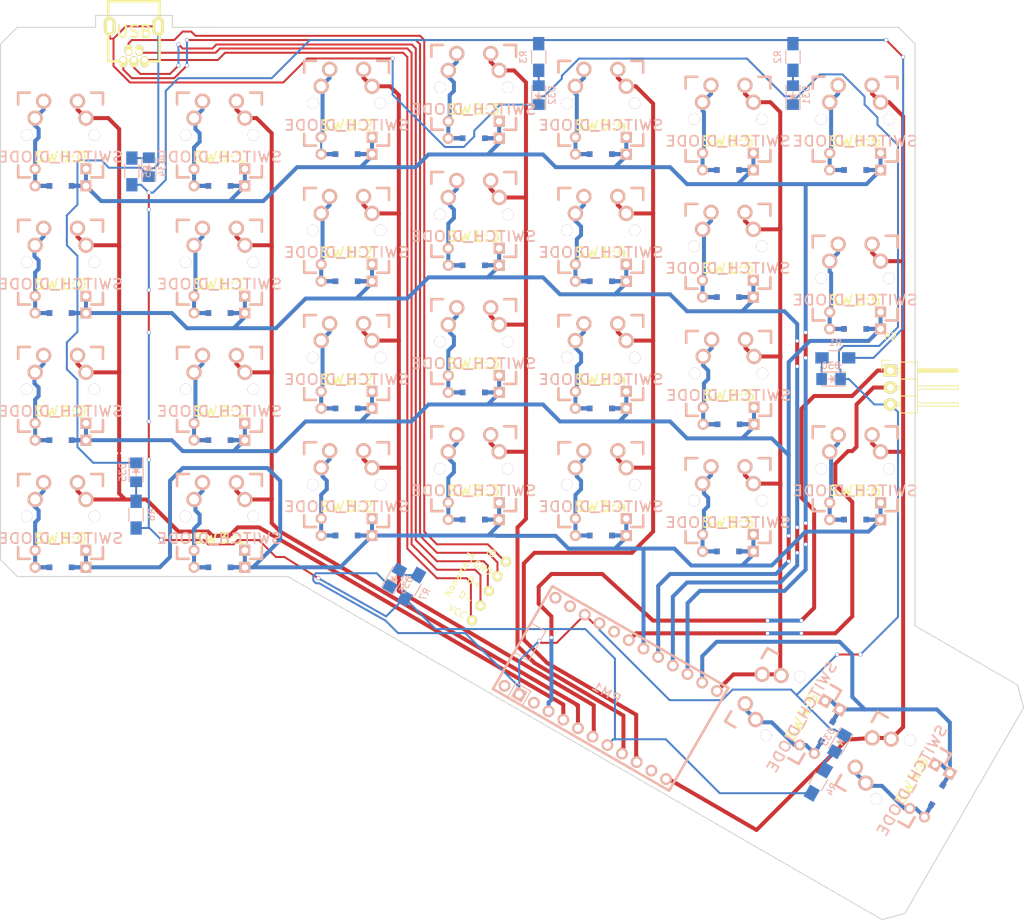
<source format=kicad_pcb>
(kicad_pcb (version 20171130) (host pcbnew "(5.1.12)-1")
  (layers (0 F.Cu signal) (31 B.Cu signal) (34 B.Paste user hide) (35 F.Paste user hide) (36 B.SilkS user hide) (37 F.SilkS user hide) (38 B.Mask user hide) (39 F.Mask user hide) (44 Edge.Cuts user))
  (net 0 "")
  (net 1 "Net-(D30-Pad2)")
  (net 2 GND)
  (net 3 "Net-(D31-Pad2)")
  (net 4 "Net-(D32-Pad2)")
  (net 5 "Net-(D33-Pad2)")
  (net 6 "Net-(D34-Pad2)")
  (net 7 "Net-(D35-Pad2)")
  (net 8 "Net-(D36-Pad2)")
  (net 9 VCC)
  (net 10 /SER)
  (net 11 /ROW4)
  (net 12 /ROW3)
  (net 13 /ROW2)
  (net 14 /COL5)
  (net 15 /ROW1)
  (net 16 /ROW0)
  (net 17 /COL4)
  (net 18 /COL6)
  (net 19 /COL3)
  (net 20 /LED+)
  (net 21 /COL2)
  (net 22 /COL1)
  (net 23 /COL0)
  (net 24 "Net-(SW0:0-Pad2)")
  (net 25 "Net-(SW0:1-Pad2)")
  (net 26 "Net-(SW0:2-Pad2)")
  (net 27 "Net-(SW0:3-Pad2)")
  (net 28 "Net-(SW0:4-Pad2)")
  (net 29 "Net-(SW0:5-Pad2)")
  (net 30 "Net-(SW0:6-Pad2)")
  (net 31 "Net-(SW1:0-Pad2)")
  (net 32 "Net-(SW1:1-Pad2)")
  (net 33 "Net-(SW1:2-Pad2)")
  (net 34 "Net-(SW1:3-Pad2)")
  (net 35 "Net-(SW1:4-Pad2)")
  (net 36 "Net-(SW1:5-Pad2)")
  (net 37 "Net-(SW2:0-Pad2)")
  (net 38 "Net-(SW2:1-Pad2)")
  (net 39 "Net-(SW2:2-Pad2)")
  (net 40 "Net-(SW2:3-Pad2)")
  (net 41 "Net-(SW2:4-Pad2)")
  (net 42 "Net-(SW2:5-Pad2)")
  (net 43 "Net-(SW2:6-Pad2)")
  (net 44 "Net-(SW3:0-Pad2)")
  (net 45 "Net-(SW3:1-Pad2)")
  (net 46 "Net-(SW3:2-Pad2)")
  (net 47 "Net-(SW3:3-Pad2)")
  (net 48 "Net-(SW3:4-Pad2)")
  (net 49 "Net-(SW3:5-Pad2)")
  (net 50 "Net-(SW3:6-Pad2)")
  (net 51 "Net-(SW4:5-Pad2)")
  (net 52 "Net-(SW4:6-Pad2)")
  (net 53 "Net-(P1-Pad1)")
  (net 54 "Net-(P1-Pad2)")
  (net 55 "Net-(P1-Pad3)")
  (net 56 "Net-(P1-Pad4)")
  (net 57 "Net-(P1-Pad5)")
  (module LEDs:LED_1206 (layer B.Cu) (at 124.46 52.705 180)
    (fp_text reference D30 (at 0 2 180) (layer B.SilkS) (effects (justify mirror)))
    (fp_text value LED)
    (pad 2 smd rect (at 1.41986 0) (size 1.59766 1.80086) (layers B.Cu B.Paste B.Mask) (net 1 "Net-(D30-Pad2)"))
    (pad 1 smd rect (at -1.41986 0) (size 1.59766 1.80086) (layers B.Cu B.Paste B.Mask) (net 2 GND))
  )
  (module LEDs:LED_1206 (layer B.Cu) (at 118.745 10.16 90)
    (fp_text reference D31 (at 0 2 90) (layer B.SilkS) (effects (justify mirror)))
    (fp_text value LED)
    (pad 2 smd rect (at 1.41986 0 270) (size 1.59766 1.80086) (layers B.Cu B.Paste B.Mask) (net 3 "Net-(D31-Pad2)"))
    (pad 1 smd rect (at -1.41986 0 270) (size 1.59766 1.80086) (layers B.Cu B.Paste B.Mask) (net 2 GND))
  )
  (module LEDs:LED_1206 (layer B.Cu) (at 80.645 10.16 90)
    (fp_text reference D32 (at 0 2 90) (layer B.SilkS) (effects (justify mirror)))
    (fp_text value LED)
    (pad 2 smd rect (at 1.41986 0 270) (size 1.59766 1.80086) (layers B.Cu B.Paste B.Mask) (net 4 "Net-(D32-Pad2)"))
    (pad 1 smd rect (at -1.41986 0 270) (size 1.59766 1.80086) (layers B.Cu B.Paste B.Mask) (net 2 GND))
  )
  (module LEDs:LED_1206 (layer B.Cu) (at 125.73 107.315 240)
    (fp_text reference D33 (at 0 2 240) (layer B.SilkS) (effects (justify mirror)))
    (fp_text value LED)
    (pad 2 smd rect (at 1.41986 0 60) (size 1.59766 1.80086) (layers B.Cu B.Paste B.Mask) (net 5 "Net-(D33-Pad2)"))
    (pad 1 smd rect (at -1.41986 0 60) (size 1.59766 1.80086) (layers B.Cu B.Paste B.Mask) (net 2 GND))
  )
  (module LEDs:LED_1206 (layer B.Cu) (at 22.225 20.955 90)
    (fp_text reference D34 (at 0 2 90) (layer B.SilkS) (effects (justify mirror)))
    (fp_text value LED)
    (pad 2 smd rect (at 1.41986 0 270) (size 1.59766 1.80086) (layers B.Cu B.Paste B.Mask) (net 6 "Net-(D34-Pad2)"))
    (pad 1 smd rect (at -1.41986 0 270) (size 1.59766 1.80086) (layers B.Cu B.Paste B.Mask) (net 2 GND))
  )
  (module LEDs:LED_1206 (layer B.Cu) (at 20.32 66.675 270)
    (fp_text reference D35 (at 0 2 270) (layer B.SilkS) (effects (justify mirror)))
    (fp_text value LED)
    (pad 2 smd rect (at 1.41986 0 90) (size 1.59766 1.80086) (layers B.Cu B.Paste B.Mask) (net 7 "Net-(D35-Pad2)"))
    (pad 1 smd rect (at -1.41986 0 90) (size 1.59766 1.80086) (layers B.Cu B.Paste B.Mask) (net 2 GND))
  )
  (module LEDs:LED_1206 (layer B.Cu) (at 59.055 82.55 60)
    (fp_text reference D36 (at 0 2 60) (layer B.SilkS) (effects (justify mirror)))
    (fp_text value LED)
    (pad 2 smd rect (at 1.41986 0 240) (size 1.59766 1.80086) (layers B.Cu B.Paste B.Mask) (net 8 "Net-(D36-Pad2)"))
    (pad 1 smd rect (at -1.41986 0 240) (size 1.59766 1.80086) (layers B.Cu B.Paste B.Mask) (net 2 GND))
  )
  (module Pin_Headers:Pin_Header_Angled_1x03 (layer F.Cu) (at 133.35 51.435)
    (fp_text reference P2 (at 0 -5.1) (layer F.SilkS))
    (fp_text value CONN_01X03)
    (pad 1 thru_hole rect (at 0 0) (size 2.032 1.7272) (drill 1.016) (layers *.Cu *.Mask F.SilkS) (net 9 VCC))
    (pad 2 thru_hole oval (at 0 2.54) (size 2.032 1.7272) (drill 1.016) (layers *.Cu *.Mask F.SilkS) (net 10 /SER))
    (pad 3 thru_hole oval (at 0 5.08) (size 2.032 1.7272) (drill 1.016) (layers *.Cu *.Mask F.SilkS) (net 2 GND))
  )
  (module Keyboards:PROMICRO (layer B.Cu) (at 91.44 99.06 330)
    (fp_text reference PM1 (at -0.232426 0.867426 330) (layer B.SilkS) (effects (font (size 1.27 1.524) (thickness 0.2032)) (justify mirror)))
    (fp_text value PROMICRO hide)
    (pad 1 thru_hole circle (at -11.43 -7.62 330) (size 1.7526 1.7526) (drill 1.0922) (layers *.Cu *.SilkS *.Mask))
    (pad 2 thru_hole circle (at -8.89 -7.62 330) (size 1.7526 1.7526) (drill 1.0922) (layers *.Cu *.SilkS *.Mask) (net 2 GND))
    (pad 3 thru_hole circle (at -6.35 -7.62 330) (size 1.7526 1.7526) (drill 1.0922) (layers *.Cu *.SilkS *.Mask) (net 2 GND))
    (pad 4 thru_hole circle (at -3.81 -7.62 330) (size 1.7526 1.7526) (drill 1.0922) (layers *.Cu *.SilkS *.Mask))
    (pad 5 thru_hole circle (at -1.27 -7.62 330) (size 1.7526 1.7526) (drill 1.0922) (layers *.Cu *.SilkS *.Mask) (net 10 /SER))
    (pad 6 thru_hole circle (at 1.27 -7.62 330) (size 1.7526 1.7526) (drill 1.0922) (layers *.Cu *.SilkS *.Mask) (net 12 /ROW3))
    (pad 7 thru_hole circle (at 3.81 -7.62 330) (size 1.7526 1.7526) (drill 1.0922) (layers *.Cu *.SilkS *.Mask) (net 13 /ROW2))
    (pad 8 thru_hole circle (at 6.35 -7.62 330) (size 1.7526 1.7526) (drill 1.0922) (layers *.Cu *.SilkS *.Mask) (net 15 /ROW1))
    (pad 9 thru_hole circle (at 8.89 -7.62 330) (size 1.7526 1.7526) (drill 1.0922) (layers *.Cu *.SilkS *.Mask) (net 16 /ROW0))
    (pad 10 thru_hole circle (at 11.43 -7.62 330) (size 1.7526 1.7526) (drill 1.0922) (layers *.Cu *.SilkS *.Mask) (net 11 /ROW4))
    (pad 11 thru_hole circle (at 13.97 -7.62 330) (size 1.7526 1.7526) (drill 1.0922) (layers *.Cu *.SilkS *.Mask) (net 14 /COL5))
    (pad 23 thru_hole circle (at 13.97 7.62 330) (size 1.7526 1.7526) (drill 1.0922) (layers *.Cu *.SilkS *.Mask) (net 18 /COL6))
    (pad 22 thru_hole circle (at 11.43 7.62 330) (size 1.7526 1.7526) (drill 1.0922) (layers *.Cu *.SilkS *.Mask))
    (pad 21 thru_hole circle (at 8.89 7.62 330) (size 1.7526 1.7526) (drill 1.0922) (layers *.Cu *.SilkS *.Mask) (net 17 /COL4))
    (pad 20 thru_hole circle (at 6.35 7.62 330) (size 1.7526 1.7526) (drill 1.0922) (layers *.Cu *.SilkS *.Mask) (net 19 /COL3))
    (pad 19 thru_hole circle (at 3.81 7.62 330) (size 1.7526 1.7526) (drill 1.0922) (layers *.Cu *.SilkS *.Mask) (net 20 /LED+))
    (pad 18 thru_hole circle (at 1.27 7.62 330) (size 1.7526 1.7526) (drill 1.0922) (layers *.Cu *.SilkS *.Mask) (net 21 /COL2))
    (pad 17 thru_hole circle (at -1.27 7.62 330) (size 1.7526 1.7526) (drill 1.0922) (layers *.Cu *.SilkS *.Mask) (net 22 /COL1))
    (pad 16 thru_hole circle (at -3.81 7.62 330) (size 1.7526 1.7526) (drill 1.0922) (layers *.Cu *.SilkS *.Mask) (net 23 /COL0))
    (pad 15 thru_hole circle (at -6.35 7.62 330) (size 1.7526 1.7526) (drill 1.0922) (layers *.Cu *.SilkS *.Mask) (net 9 VCC))
    (pad 14 thru_hole circle (at -8.89 7.62 330) (size 1.7526 1.7526) (drill 1.0922) (layers *.Cu *.SilkS *.Mask))
    (pad 13 thru_hole rect (at -11.43 7.62 330) (size 1.7526 1.7526) (drill 1.0922) (layers *.Cu *.SilkS *.Mask) (net 2 GND))
    (pad 12 thru_hole circle (at -13.97 7.62 330) (size 1.7526 1.7526) (drill 1.0922) (layers *.Cu *.SilkS *.Mask))
    (pad 0 thru_hole circle (at -13.97 -7.62 330) (size 1.7526 1.7526) (drill 1.092) (layers *.Cu *.Mask B.SilkS))
  )
  (module Keyboards:MX_FLIP_DIODE (layer F.Cu) (at 8.998 16.141)
    (fp_text reference SW0:0 (at 0 3.302) (layer F.SilkS) (effects (font (size 1.524 1.778) (thickness 0.254))))
    (fp_text value SWITCH_DIODE (at 0 3.302) (layer B.SilkS) (effects (font (size 1.524 1.778) (thickness 0.254)) (justify mirror)))
    (fp_line (start -3.81 7.62) (end -1.6637 7.62) (layer B.Cu) (width 0.6096))
    (fp_line (start 1.6637 7.62) (end 3.81 7.62) (layer B.Cu) (width 0.6096))
    (fp_line (start -3.81 7.62) (end -1.6637 7.62) (layer F.Cu) (width 0.6096))
    (fp_line (start 1.6637 7.62) (end 3.81 7.62) (layer F.Cu) (width 0.6096))
    (pad 1 thru_hole circle (at 2.54 -5.08) (size 2.286 2.286) (drill 1.4986) (layers *.Cu *.SilkS *.Mask) (net 23 /COL0))
    (pad 2 thru_hole circle (at -3.81 -2.54) (size 2.286 2.286) (drill 1.4986) (layers *.Cu *.SilkS *.Mask) (net 24 "Net-(SW0:0-Pad2)"))
    (pad 0 np_thru_hole circle (at 0 0) (size 3.9878 3.9878) (drill 3.9878) (layers *.Cu))
    (pad 0 thru_hole circle (at -5.08 0) (size 1.7018 1.7018) (drill 1.7018) (layers *.Cu))
    (pad 0 thru_hole circle (at 5.08 0) (size 1.7018 1.7018) (drill 1.7018) (layers *.Cu))
    (pad 1 thru_hole circle (at 3.81 -2.54) (size 2.286 2.286) (drill 1.4986) (layers *.Cu *.SilkS *.Mask) (net 23 /COL0))
    (pad 2 thru_hole circle (at -2.54 -5.08) (size 2.286 2.286) (drill 1.4986) (layers *.Cu *.SilkS *.Mask) (net 24 "Net-(SW0:0-Pad2)"))
    (pad 3 thru_hole circle (at -3.81 5.08) (size 1.651 1.651) (drill 0.9906) (layers *.Cu *.SilkS *.Mask) (net 24 "Net-(SW0:0-Pad2)"))
    (pad 4 thru_hole rect (at 3.81 5.08) (size 1.651 1.651) (drill 0.9906) (layers *.Cu *.SilkS *.Mask) (net 16 /ROW0))
    (pad 3 thru_hole circle (at -3.81 7.62) (size 1.651 1.651) (drill 0.9906) (layers *.Cu *.SilkS *.Mask) (net 24 "Net-(SW0:0-Pad2)"))
    (pad 4 thru_hole rect (at 3.81 7.62) (size 1.651 1.651) (drill 0.9906) (layers *.Cu *.SilkS *.Mask) (net 16 /ROW0))
    (pad 99 smd rect (at -1.6637 7.62) (size 0.8382 0.8382) (layers F.Cu F.Paste F.Mask))
    (pad 99 smd rect (at -1.6637 7.62) (size 0.8382 0.8382) (layers B.Cu B.Paste B.Mask))
    (pad 99 smd rect (at 1.6637 7.62) (size 0.8382 0.8382) (layers F.Cu F.Paste F.Mask))
    (pad 99 smd rect (at 1.6637 7.62) (size 0.8382 0.8382) (layers B.Cu B.Paste B.Mask))
  )
  (module Keyboards:MX_FLIP_DIODE (layer F.Cu) (at 32.81 16.14)
    (fp_text reference SW0:1 (at 0 3.302) (layer F.SilkS) (effects (font (size 1.524 1.778) (thickness 0.254))))
    (fp_text value SWITCH_DIODE (at 0 3.302) (layer B.SilkS) (effects (font (size 1.524 1.778) (thickness 0.254)) (justify mirror)))
    (fp_line (start -3.81 7.62) (end -1.6637 7.62) (layer B.Cu) (width 0.6096))
    (fp_line (start 1.6637 7.62) (end 3.81 7.62) (layer B.Cu) (width 0.6096))
    (fp_line (start -3.81 7.62) (end -1.6637 7.62) (layer F.Cu) (width 0.6096))
    (fp_line (start 1.6637 7.62) (end 3.81 7.62) (layer F.Cu) (width 0.6096))
    (pad 1 thru_hole circle (at 2.54 -5.08) (size 2.286 2.286) (drill 1.4986) (layers *.Cu *.SilkS *.Mask) (net 22 /COL1))
    (pad 2 thru_hole circle (at -3.81 -2.54) (size 2.286 2.286) (drill 1.4986) (layers *.Cu *.SilkS *.Mask) (net 25 "Net-(SW0:1-Pad2)"))
    (pad 0 np_thru_hole circle (at 0 0) (size 3.9878 3.9878) (drill 3.9878) (layers *.Cu))
    (pad 0 thru_hole circle (at -5.08 0) (size 1.7018 1.7018) (drill 1.7018) (layers *.Cu))
    (pad 0 thru_hole circle (at 5.08 0) (size 1.7018 1.7018) (drill 1.7018) (layers *.Cu))
    (pad 1 thru_hole circle (at 3.81 -2.54) (size 2.286 2.286) (drill 1.4986) (layers *.Cu *.SilkS *.Mask) (net 22 /COL1))
    (pad 2 thru_hole circle (at -2.54 -5.08) (size 2.286 2.286) (drill 1.4986) (layers *.Cu *.SilkS *.Mask) (net 25 "Net-(SW0:1-Pad2)"))
    (pad 3 thru_hole circle (at -3.81 5.08) (size 1.651 1.651) (drill 0.9906) (layers *.Cu *.SilkS *.Mask) (net 25 "Net-(SW0:1-Pad2)"))
    (pad 4 thru_hole rect (at 3.81 5.08) (size 1.651 1.651) (drill 0.9906) (layers *.Cu *.SilkS *.Mask) (net 16 /ROW0))
    (pad 3 thru_hole circle (at -3.81 7.62) (size 1.651 1.651) (drill 0.9906) (layers *.Cu *.SilkS *.Mask) (net 25 "Net-(SW0:1-Pad2)"))
    (pad 4 thru_hole rect (at 3.81 7.62) (size 1.651 1.651) (drill 0.9906) (layers *.Cu *.SilkS *.Mask) (net 16 /ROW0))
    (pad 99 smd rect (at -1.6637 7.62) (size 0.8382 0.8382) (layers F.Cu F.Paste F.Mask))
    (pad 99 smd rect (at -1.6637 7.62) (size 0.8382 0.8382) (layers B.Cu B.Paste B.Mask))
    (pad 99 smd rect (at 1.6637 7.62) (size 0.8382 0.8382) (layers F.Cu F.Paste F.Mask))
    (pad 99 smd rect (at 1.6637 7.62) (size 0.8382 0.8382) (layers B.Cu B.Paste B.Mask))
  )
  (module Keyboards:MX_FLIP_DIODE (layer F.Cu) (at 51.86 11.379)
    (fp_text reference SW0:2 (at 0 3.302) (layer F.SilkS) (effects (font (size 1.524 1.778) (thickness 0.254))))
    (fp_text value SWITCH_DIODE (at 0 3.302) (layer B.SilkS) (effects (font (size 1.524 1.778) (thickness 0.254)) (justify mirror)))
    (fp_line (start -3.81 7.62) (end -1.6637 7.62) (layer B.Cu) (width 0.6096))
    (fp_line (start 1.6637 7.62) (end 3.81 7.62) (layer B.Cu) (width 0.6096))
    (fp_line (start -3.81 7.62) (end -1.6637 7.62) (layer F.Cu) (width 0.6096))
    (fp_line (start 1.6637 7.62) (end 3.81 7.62) (layer F.Cu) (width 0.6096))
    (pad 1 thru_hole circle (at 2.54 -5.08) (size 2.286 2.286) (drill 1.4986) (layers *.Cu *.SilkS *.Mask) (net 21 /COL2))
    (pad 2 thru_hole circle (at -3.81 -2.54) (size 2.286 2.286) (drill 1.4986) (layers *.Cu *.SilkS *.Mask) (net 26 "Net-(SW0:2-Pad2)"))
    (pad 0 np_thru_hole circle (at 0 0) (size 3.9878 3.9878) (drill 3.9878) (layers *.Cu))
    (pad 0 thru_hole circle (at -5.08 0) (size 1.7018 1.7018) (drill 1.7018) (layers *.Cu))
    (pad 0 thru_hole circle (at 5.08 0) (size 1.7018 1.7018) (drill 1.7018) (layers *.Cu))
    (pad 1 thru_hole circle (at 3.81 -2.54) (size 2.286 2.286) (drill 1.4986) (layers *.Cu *.SilkS *.Mask) (net 21 /COL2))
    (pad 2 thru_hole circle (at -2.54 -5.08) (size 2.286 2.286) (drill 1.4986) (layers *.Cu *.SilkS *.Mask) (net 26 "Net-(SW0:2-Pad2)"))
    (pad 3 thru_hole circle (at -3.81 5.08) (size 1.651 1.651) (drill 0.9906) (layers *.Cu *.SilkS *.Mask) (net 26 "Net-(SW0:2-Pad2)"))
    (pad 4 thru_hole rect (at 3.81 5.08) (size 1.651 1.651) (drill 0.9906) (layers *.Cu *.SilkS *.Mask) (net 16 /ROW0))
    (pad 3 thru_hole circle (at -3.81 7.62) (size 1.651 1.651) (drill 0.9906) (layers *.Cu *.SilkS *.Mask) (net 26 "Net-(SW0:2-Pad2)"))
    (pad 4 thru_hole rect (at 3.81 7.62) (size 1.651 1.651) (drill 0.9906) (layers *.Cu *.SilkS *.Mask) (net 16 /ROW0))
    (pad 99 smd rect (at -1.6637 7.62) (size 0.8382 0.8382) (layers F.Cu F.Paste F.Mask))
    (pad 99 smd rect (at -1.6637 7.62) (size 0.8382 0.8382) (layers B.Cu B.Paste B.Mask))
    (pad 99 smd rect (at 1.6637 7.62) (size 0.8382 0.8382) (layers F.Cu F.Paste F.Mask))
    (pad 99 smd rect (at 1.6637 7.62) (size 0.8382 0.8382) (layers B.Cu B.Paste B.Mask))
  )
  (module Keyboards:MX_FLIP_DIODE (layer F.Cu) (at 70.91 8.998)
    (fp_text reference SW0:3 (at 0 3.302) (layer F.SilkS) (effects (font (size 1.524 1.778) (thickness 0.254))))
    (fp_text value SWITCH_DIODE (at 0 3.302) (layer B.SilkS) (effects (font (size 1.524 1.778) (thickness 0.254)) (justify mirror)))
    (fp_line (start -3.81 7.62) (end -1.6637 7.62) (layer B.Cu) (width 0.6096))
    (fp_line (start 1.6637 7.62) (end 3.81 7.62) (layer B.Cu) (width 0.6096))
    (fp_line (start -3.81 7.62) (end -1.6637 7.62) (layer F.Cu) (width 0.6096))
    (fp_line (start 1.6637 7.62) (end 3.81 7.62) (layer F.Cu) (width 0.6096))
    (pad 1 thru_hole circle (at 2.54 -5.08) (size 2.286 2.286) (drill 1.4986) (layers *.Cu *.SilkS *.Mask) (net 19 /COL3))
    (pad 2 thru_hole circle (at -3.81 -2.54) (size 2.286 2.286) (drill 1.4986) (layers *.Cu *.SilkS *.Mask) (net 27 "Net-(SW0:3-Pad2)"))
    (pad 0 np_thru_hole circle (at 0 0) (size 3.9878 3.9878) (drill 3.9878) (layers *.Cu))
    (pad 0 thru_hole circle (at -5.08 0) (size 1.7018 1.7018) (drill 1.7018) (layers *.Cu))
    (pad 0 thru_hole circle (at 5.08 0) (size 1.7018 1.7018) (drill 1.7018) (layers *.Cu))
    (pad 1 thru_hole circle (at 3.81 -2.54) (size 2.286 2.286) (drill 1.4986) (layers *.Cu *.SilkS *.Mask) (net 19 /COL3))
    (pad 2 thru_hole circle (at -2.54 -5.08) (size 2.286 2.286) (drill 1.4986) (layers *.Cu *.SilkS *.Mask) (net 27 "Net-(SW0:3-Pad2)"))
    (pad 3 thru_hole circle (at -3.81 5.08) (size 1.651 1.651) (drill 0.9906) (layers *.Cu *.SilkS *.Mask) (net 27 "Net-(SW0:3-Pad2)"))
    (pad 4 thru_hole rect (at 3.81 5.08) (size 1.651 1.651) (drill 0.9906) (layers *.Cu *.SilkS *.Mask) (net 16 /ROW0))
    (pad 3 thru_hole circle (at -3.81 7.62) (size 1.651 1.651) (drill 0.9906) (layers *.Cu *.SilkS *.Mask) (net 27 "Net-(SW0:3-Pad2)"))
    (pad 4 thru_hole rect (at 3.81 7.62) (size 1.651 1.651) (drill 0.9906) (layers *.Cu *.SilkS *.Mask) (net 16 /ROW0))
    (pad 99 smd rect (at -1.6637 7.62) (size 0.8382 0.8382) (layers F.Cu F.Paste F.Mask))
    (pad 99 smd rect (at -1.6637 7.62) (size 0.8382 0.8382) (layers B.Cu B.Paste B.Mask))
    (pad 99 smd rect (at 1.6637 7.62) (size 0.8382 0.8382) (layers F.Cu F.Paste F.Mask))
    (pad 99 smd rect (at 1.6637 7.62) (size 0.8382 0.8382) (layers B.Cu B.Paste B.Mask))
  )
  (module Keyboards:MX_FLIP_DIODE (layer F.Cu) (at 89.96 11.379)
    (fp_text reference SW0:4 (at 0 3.302) (layer F.SilkS) (effects (font (size 1.524 1.778) (thickness 0.254))))
    (fp_text value SWITCH_DIODE (at 0 3.302) (layer B.SilkS) (effects (font (size 1.524 1.778) (thickness 0.254)) (justify mirror)))
    (fp_line (start -3.81 7.62) (end -1.6637 7.62) (layer B.Cu) (width 0.6096))
    (fp_line (start 1.6637 7.62) (end 3.81 7.62) (layer B.Cu) (width 0.6096))
    (fp_line (start -3.81 7.62) (end -1.6637 7.62) (layer F.Cu) (width 0.6096))
    (fp_line (start 1.6637 7.62) (end 3.81 7.62) (layer F.Cu) (width 0.6096))
    (pad 1 thru_hole circle (at 2.54 -5.08) (size 2.286 2.286) (drill 1.4986) (layers *.Cu *.SilkS *.Mask) (net 17 /COL4))
    (pad 2 thru_hole circle (at -3.81 -2.54) (size 2.286 2.286) (drill 1.4986) (layers *.Cu *.SilkS *.Mask) (net 28 "Net-(SW0:4-Pad2)"))
    (pad 0 np_thru_hole circle (at 0 0) (size 3.9878 3.9878) (drill 3.9878) (layers *.Cu))
    (pad 0 thru_hole circle (at -5.08 0) (size 1.7018 1.7018) (drill 1.7018) (layers *.Cu))
    (pad 0 thru_hole circle (at 5.08 0) (size 1.7018 1.7018) (drill 1.7018) (layers *.Cu))
    (pad 1 thru_hole circle (at 3.81 -2.54) (size 2.286 2.286) (drill 1.4986) (layers *.Cu *.SilkS *.Mask) (net 17 /COL4))
    (pad 2 thru_hole circle (at -2.54 -5.08) (size 2.286 2.286) (drill 1.4986) (layers *.Cu *.SilkS *.Mask) (net 28 "Net-(SW0:4-Pad2)"))
    (pad 3 thru_hole circle (at -3.81 5.08) (size 1.651 1.651) (drill 0.9906) (layers *.Cu *.SilkS *.Mask) (net 28 "Net-(SW0:4-Pad2)"))
    (pad 4 thru_hole rect (at 3.81 5.08) (size 1.651 1.651) (drill 0.9906) (layers *.Cu *.SilkS *.Mask) (net 16 /ROW0))
    (pad 3 thru_hole circle (at -3.81 7.62) (size 1.651 1.651) (drill 0.9906) (layers *.Cu *.SilkS *.Mask) (net 28 "Net-(SW0:4-Pad2)"))
    (pad 4 thru_hole rect (at 3.81 7.62) (size 1.651 1.651) (drill 0.9906) (layers *.Cu *.SilkS *.Mask) (net 16 /ROW0))
    (pad 99 smd rect (at -1.6637 7.62) (size 0.8382 0.8382) (layers F.Cu F.Paste F.Mask))
    (pad 99 smd rect (at -1.6637 7.62) (size 0.8382 0.8382) (layers B.Cu B.Paste B.Mask))
    (pad 99 smd rect (at 1.6637 7.62) (size 0.8382 0.8382) (layers F.Cu F.Paste F.Mask))
    (pad 99 smd rect (at 1.6637 7.62) (size 0.8382 0.8382) (layers B.Cu B.Paste B.Mask))
  )
  (module Keyboards:MX_FLIP_DIODE (layer F.Cu) (at 109.01 13.76)
    (fp_text reference SW0:5 (at 0 3.302) (layer F.SilkS) (effects (font (size 1.524 1.778) (thickness 0.254))))
    (fp_text value SWITCH_DIODE (at 0 3.302) (layer B.SilkS) (effects (font (size 1.524 1.778) (thickness 0.254)) (justify mirror)))
    (fp_line (start -3.81 7.62) (end -1.6637 7.62) (layer B.Cu) (width 0.6096))
    (fp_line (start 1.6637 7.62) (end 3.81 7.62) (layer B.Cu) (width 0.6096))
    (fp_line (start -3.81 7.62) (end -1.6637 7.62) (layer F.Cu) (width 0.6096))
    (fp_line (start 1.6637 7.62) (end 3.81 7.62) (layer F.Cu) (width 0.6096))
    (pad 1 thru_hole circle (at 2.54 -5.08) (size 2.286 2.286) (drill 1.4986) (layers *.Cu *.SilkS *.Mask) (net 14 /COL5))
    (pad 2 thru_hole circle (at -3.81 -2.54) (size 2.286 2.286) (drill 1.4986) (layers *.Cu *.SilkS *.Mask) (net 29 "Net-(SW0:5-Pad2)"))
    (pad 0 np_thru_hole circle (at 0 0) (size 3.9878 3.9878) (drill 3.9878) (layers *.Cu))
    (pad 0 thru_hole circle (at -5.08 0) (size 1.7018 1.7018) (drill 1.7018) (layers *.Cu))
    (pad 0 thru_hole circle (at 5.08 0) (size 1.7018 1.7018) (drill 1.7018) (layers *.Cu))
    (pad 1 thru_hole circle (at 3.81 -2.54) (size 2.286 2.286) (drill 1.4986) (layers *.Cu *.SilkS *.Mask) (net 14 /COL5))
    (pad 2 thru_hole circle (at -2.54 -5.08) (size 2.286 2.286) (drill 1.4986) (layers *.Cu *.SilkS *.Mask) (net 29 "Net-(SW0:5-Pad2)"))
    (pad 3 thru_hole circle (at -3.81 5.08) (size 1.651 1.651) (drill 0.9906) (layers *.Cu *.SilkS *.Mask) (net 29 "Net-(SW0:5-Pad2)"))
    (pad 4 thru_hole rect (at 3.81 5.08) (size 1.651 1.651) (drill 0.9906) (layers *.Cu *.SilkS *.Mask) (net 16 /ROW0))
    (pad 3 thru_hole circle (at -3.81 7.62) (size 1.651 1.651) (drill 0.9906) (layers *.Cu *.SilkS *.Mask) (net 29 "Net-(SW0:5-Pad2)"))
    (pad 4 thru_hole rect (at 3.81 7.62) (size 1.651 1.651) (drill 0.9906) (layers *.Cu *.SilkS *.Mask) (net 16 /ROW0))
    (pad 99 smd rect (at -1.6637 7.62) (size 0.8382 0.8382) (layers F.Cu F.Paste F.Mask))
    (pad 99 smd rect (at -1.6637 7.62) (size 0.8382 0.8382) (layers B.Cu B.Paste B.Mask))
    (pad 99 smd rect (at 1.6637 7.62) (size 0.8382 0.8382) (layers F.Cu F.Paste F.Mask))
    (pad 99 smd rect (at 1.6637 7.62) (size 0.8382 0.8382) (layers B.Cu B.Paste B.Mask))
  )
  (module Keyboards:MX_FLIP_DIODE (layer F.Cu) (at 128.06 13.76)
    (fp_text reference SW0:6 (at 0 3.302) (layer F.SilkS) (effects (font (size 1.524 1.778) (thickness 0.254))))
    (fp_text value SWITCH_DIODE (at 0 3.302) (layer B.SilkS) (effects (font (size 1.524 1.778) (thickness 0.254)) (justify mirror)))
    (fp_line (start -3.81 7.62) (end -1.6637 7.62) (layer B.Cu) (width 0.6096))
    (fp_line (start 1.6637 7.62) (end 3.81 7.62) (layer B.Cu) (width 0.6096))
    (fp_line (start -3.81 7.62) (end -1.6637 7.62) (layer F.Cu) (width 0.6096))
    (fp_line (start 1.6637 7.62) (end 3.81 7.62) (layer F.Cu) (width 0.6096))
    (pad 1 thru_hole circle (at 2.54 -5.08) (size 2.286 2.286) (drill 1.4986) (layers *.Cu *.SilkS *.Mask) (net 18 /COL6))
    (pad 2 thru_hole circle (at -3.81 -2.54) (size 2.286 2.286) (drill 1.4986) (layers *.Cu *.SilkS *.Mask) (net 30 "Net-(SW0:6-Pad2)"))
    (pad 0 np_thru_hole circle (at 0 0) (size 3.9878 3.9878) (drill 3.9878) (layers *.Cu))
    (pad 0 thru_hole circle (at -5.08 0) (size 1.7018 1.7018) (drill 1.7018) (layers *.Cu))
    (pad 0 thru_hole circle (at 5.08 0) (size 1.7018 1.7018) (drill 1.7018) (layers *.Cu))
    (pad 1 thru_hole circle (at 3.81 -2.54) (size 2.286 2.286) (drill 1.4986) (layers *.Cu *.SilkS *.Mask) (net 18 /COL6))
    (pad 2 thru_hole circle (at -2.54 -5.08) (size 2.286 2.286) (drill 1.4986) (layers *.Cu *.SilkS *.Mask) (net 30 "Net-(SW0:6-Pad2)"))
    (pad 3 thru_hole circle (at -3.81 5.08) (size 1.651 1.651) (drill 0.9906) (layers *.Cu *.SilkS *.Mask) (net 30 "Net-(SW0:6-Pad2)"))
    (pad 4 thru_hole rect (at 3.81 5.08) (size 1.651 1.651) (drill 0.9906) (layers *.Cu *.SilkS *.Mask) (net 16 /ROW0))
    (pad 3 thru_hole circle (at -3.81 7.62) (size 1.651 1.651) (drill 0.9906) (layers *.Cu *.SilkS *.Mask) (net 30 "Net-(SW0:6-Pad2)"))
    (pad 4 thru_hole rect (at 3.81 7.62) (size 1.651 1.651) (drill 0.9906) (layers *.Cu *.SilkS *.Mask) (net 16 /ROW0))
    (pad 99 smd rect (at -1.6637 7.62) (size 0.8382 0.8382) (layers F.Cu F.Paste F.Mask))
    (pad 99 smd rect (at -1.6637 7.62) (size 0.8382 0.8382) (layers B.Cu B.Paste B.Mask))
    (pad 99 smd rect (at 1.6637 7.62) (size 0.8382 0.8382) (layers F.Cu F.Paste F.Mask))
    (pad 99 smd rect (at 1.6637 7.62) (size 0.8382 0.8382) (layers B.Cu B.Paste B.Mask))
  )
  (module Keyboards:MX_FLIP_DIODE (layer F.Cu) (at 8.998 35.191)
    (fp_text reference SW1:0 (at 0 3.302) (layer F.SilkS) (effects (font (size 1.524 1.778) (thickness 0.254))))
    (fp_text value SWITCH_DIODE (at 0 3.302) (layer B.SilkS) (effects (font (size 1.524 1.778) (thickness 0.254)) (justify mirror)))
    (fp_line (start -3.81 7.62) (end -1.6637 7.62) (layer B.Cu) (width 0.6096))
    (fp_line (start 1.6637 7.62) (end 3.81 7.62) (layer B.Cu) (width 0.6096))
    (fp_line (start -3.81 7.62) (end -1.6637 7.62) (layer F.Cu) (width 0.6096))
    (fp_line (start 1.6637 7.62) (end 3.81 7.62) (layer F.Cu) (width 0.6096))
    (pad 1 thru_hole circle (at 2.54 -5.08) (size 2.286 2.286) (drill 1.4986) (layers *.Cu *.SilkS *.Mask) (net 23 /COL0))
    (pad 2 thru_hole circle (at -3.81 -2.54) (size 2.286 2.286) (drill 1.4986) (layers *.Cu *.SilkS *.Mask) (net 31 "Net-(SW1:0-Pad2)"))
    (pad 0 np_thru_hole circle (at 0 0) (size 3.9878 3.9878) (drill 3.9878) (layers *.Cu))
    (pad 0 thru_hole circle (at -5.08 0) (size 1.7018 1.7018) (drill 1.7018) (layers *.Cu))
    (pad 0 thru_hole circle (at 5.08 0) (size 1.7018 1.7018) (drill 1.7018) (layers *.Cu))
    (pad 1 thru_hole circle (at 3.81 -2.54) (size 2.286 2.286) (drill 1.4986) (layers *.Cu *.SilkS *.Mask) (net 23 /COL0))
    (pad 2 thru_hole circle (at -2.54 -5.08) (size 2.286 2.286) (drill 1.4986) (layers *.Cu *.SilkS *.Mask) (net 31 "Net-(SW1:0-Pad2)"))
    (pad 3 thru_hole circle (at -3.81 5.08) (size 1.651 1.651) (drill 0.9906) (layers *.Cu *.SilkS *.Mask) (net 31 "Net-(SW1:0-Pad2)"))
    (pad 4 thru_hole rect (at 3.81 5.08) (size 1.651 1.651) (drill 0.9906) (layers *.Cu *.SilkS *.Mask) (net 15 /ROW1))
    (pad 3 thru_hole circle (at -3.81 7.62) (size 1.651 1.651) (drill 0.9906) (layers *.Cu *.SilkS *.Mask) (net 31 "Net-(SW1:0-Pad2)"))
    (pad 4 thru_hole rect (at 3.81 7.62) (size 1.651 1.651) (drill 0.9906) (layers *.Cu *.SilkS *.Mask) (net 15 /ROW1))
    (pad 99 smd rect (at -1.6637 7.62) (size 0.8382 0.8382) (layers F.Cu F.Paste F.Mask))
    (pad 99 smd rect (at -1.6637 7.62) (size 0.8382 0.8382) (layers B.Cu B.Paste B.Mask))
    (pad 99 smd rect (at 1.6637 7.62) (size 0.8382 0.8382) (layers F.Cu F.Paste F.Mask))
    (pad 99 smd rect (at 1.6637 7.62) (size 0.8382 0.8382) (layers B.Cu B.Paste B.Mask))
  )
  (module Keyboards:MX_FLIP_DIODE (layer F.Cu) (at 32.81 35.191)
    (fp_text reference SW1:1 (at 0 3.302) (layer F.SilkS) (effects (font (size 1.524 1.778) (thickness 0.254))))
    (fp_text value SWITCH_DIODE (at 0 3.302) (layer B.SilkS) (effects (font (size 1.524 1.778) (thickness 0.254)) (justify mirror)))
    (fp_line (start -3.81 7.62) (end -1.6637 7.62) (layer B.Cu) (width 0.6096))
    (fp_line (start 1.6637 7.62) (end 3.81 7.62) (layer B.Cu) (width 0.6096))
    (fp_line (start -3.81 7.62) (end -1.6637 7.62) (layer F.Cu) (width 0.6096))
    (fp_line (start 1.6637 7.62) (end 3.81 7.62) (layer F.Cu) (width 0.6096))
    (pad 1 thru_hole circle (at 2.54 -5.08) (size 2.286 2.286) (drill 1.4986) (layers *.Cu *.SilkS *.Mask) (net 22 /COL1))
    (pad 2 thru_hole circle (at -3.81 -2.54) (size 2.286 2.286) (drill 1.4986) (layers *.Cu *.SilkS *.Mask) (net 32 "Net-(SW1:1-Pad2)"))
    (pad 0 np_thru_hole circle (at 0 0) (size 3.9878 3.9878) (drill 3.9878) (layers *.Cu))
    (pad 0 thru_hole circle (at -5.08 0) (size 1.7018 1.7018) (drill 1.7018) (layers *.Cu))
    (pad 0 thru_hole circle (at 5.08 0) (size 1.7018 1.7018) (drill 1.7018) (layers *.Cu))
    (pad 1 thru_hole circle (at 3.81 -2.54) (size 2.286 2.286) (drill 1.4986) (layers *.Cu *.SilkS *.Mask) (net 22 /COL1))
    (pad 2 thru_hole circle (at -2.54 -5.08) (size 2.286 2.286) (drill 1.4986) (layers *.Cu *.SilkS *.Mask) (net 32 "Net-(SW1:1-Pad2)"))
    (pad 3 thru_hole circle (at -3.81 5.08) (size 1.651 1.651) (drill 0.9906) (layers *.Cu *.SilkS *.Mask) (net 32 "Net-(SW1:1-Pad2)"))
    (pad 4 thru_hole rect (at 3.81 5.08) (size 1.651 1.651) (drill 0.9906) (layers *.Cu *.SilkS *.Mask) (net 15 /ROW1))
    (pad 3 thru_hole circle (at -3.81 7.62) (size 1.651 1.651) (drill 0.9906) (layers *.Cu *.SilkS *.Mask) (net 32 "Net-(SW1:1-Pad2)"))
    (pad 4 thru_hole rect (at 3.81 7.62) (size 1.651 1.651) (drill 0.9906) (layers *.Cu *.SilkS *.Mask) (net 15 /ROW1))
    (pad 99 smd rect (at -1.6637 7.62) (size 0.8382 0.8382) (layers F.Cu F.Paste F.Mask))
    (pad 99 smd rect (at -1.6637 7.62) (size 0.8382 0.8382) (layers B.Cu B.Paste B.Mask))
    (pad 99 smd rect (at 1.6637 7.62) (size 0.8382 0.8382) (layers F.Cu F.Paste F.Mask))
    (pad 99 smd rect (at 1.6637 7.62) (size 0.8382 0.8382) (layers B.Cu B.Paste B.Mask))
  )
  (module Keyboards:MX_FLIP_DIODE (layer F.Cu) (at 51.86 30.429)
    (fp_text reference SW1:2 (at 0 3.302) (layer F.SilkS) (effects (font (size 1.524 1.778) (thickness 0.254))))
    (fp_text value SWITCH_DIODE (at 0 3.302) (layer B.SilkS) (effects (font (size 1.524 1.778) (thickness 0.254)) (justify mirror)))
    (fp_line (start -3.81 7.62) (end -1.6637 7.62) (layer B.Cu) (width 0.6096))
    (fp_line (start 1.6637 7.62) (end 3.81 7.62) (layer B.Cu) (width 0.6096))
    (fp_line (start -3.81 7.62) (end -1.6637 7.62) (layer F.Cu) (width 0.6096))
    (fp_line (start 1.6637 7.62) (end 3.81 7.62) (layer F.Cu) (width 0.6096))
    (pad 1 thru_hole circle (at 2.54 -5.08) (size 2.286 2.286) (drill 1.4986) (layers *.Cu *.SilkS *.Mask) (net 21 /COL2))
    (pad 2 thru_hole circle (at -3.81 -2.54) (size 2.286 2.286) (drill 1.4986) (layers *.Cu *.SilkS *.Mask) (net 33 "Net-(SW1:2-Pad2)"))
    (pad 0 np_thru_hole circle (at 0 0) (size 3.9878 3.9878) (drill 3.9878) (layers *.Cu))
    (pad 0 thru_hole circle (at -5.08 0) (size 1.7018 1.7018) (drill 1.7018) (layers *.Cu))
    (pad 0 thru_hole circle (at 5.08 0) (size 1.7018 1.7018) (drill 1.7018) (layers *.Cu))
    (pad 1 thru_hole circle (at 3.81 -2.54) (size 2.286 2.286) (drill 1.4986) (layers *.Cu *.SilkS *.Mask) (net 21 /COL2))
    (pad 2 thru_hole circle (at -2.54 -5.08) (size 2.286 2.286) (drill 1.4986) (layers *.Cu *.SilkS *.Mask) (net 33 "Net-(SW1:2-Pad2)"))
    (pad 3 thru_hole circle (at -3.81 5.08) (size 1.651 1.651) (drill 0.9906) (layers *.Cu *.SilkS *.Mask) (net 33 "Net-(SW1:2-Pad2)"))
    (pad 4 thru_hole rect (at 3.81 5.08) (size 1.651 1.651) (drill 0.9906) (layers *.Cu *.SilkS *.Mask) (net 15 /ROW1))
    (pad 3 thru_hole circle (at -3.81 7.62) (size 1.651 1.651) (drill 0.9906) (layers *.Cu *.SilkS *.Mask) (net 33 "Net-(SW1:2-Pad2)"))
    (pad 4 thru_hole rect (at 3.81 7.62) (size 1.651 1.651) (drill 0.9906) (layers *.Cu *.SilkS *.Mask) (net 15 /ROW1))
    (pad 99 smd rect (at -1.6637 7.62) (size 0.8382 0.8382) (layers F.Cu F.Paste F.Mask))
    (pad 99 smd rect (at -1.6637 7.62) (size 0.8382 0.8382) (layers B.Cu B.Paste B.Mask))
    (pad 99 smd rect (at 1.6637 7.62) (size 0.8382 0.8382) (layers F.Cu F.Paste F.Mask))
    (pad 99 smd rect (at 1.6637 7.62) (size 0.8382 0.8382) (layers B.Cu B.Paste B.Mask))
  )
  (module Keyboards:MX_FLIP_DIODE (layer F.Cu) (at 70.91 28.038)
    (fp_text reference SW1:3 (at 0 3.302) (layer F.SilkS) (effects (font (size 1.524 1.778) (thickness 0.254))))
    (fp_text value SWITCH_DIODE (at 0 3.302) (layer B.SilkS) (effects (font (size 1.524 1.778) (thickness 0.254)) (justify mirror)))
    (fp_line (start -3.81 7.62) (end -1.6637 7.62) (layer B.Cu) (width 0.6096))
    (fp_line (start 1.6637 7.62) (end 3.81 7.62) (layer B.Cu) (width 0.6096))
    (fp_line (start -3.81 7.62) (end -1.6637 7.62) (layer F.Cu) (width 0.6096))
    (fp_line (start 1.6637 7.62) (end 3.81 7.62) (layer F.Cu) (width 0.6096))
    (pad 1 thru_hole circle (at 2.54 -5.08) (size 2.286 2.286) (drill 1.4986) (layers *.Cu *.SilkS *.Mask) (net 19 /COL3))
    (pad 2 thru_hole circle (at -3.81 -2.54) (size 2.286 2.286) (drill 1.4986) (layers *.Cu *.SilkS *.Mask) (net 34 "Net-(SW1:3-Pad2)"))
    (pad 0 np_thru_hole circle (at 0 0) (size 3.9878 3.9878) (drill 3.9878) (layers *.Cu))
    (pad 0 thru_hole circle (at -5.08 0) (size 1.7018 1.7018) (drill 1.7018) (layers *.Cu))
    (pad 0 thru_hole circle (at 5.08 0) (size 1.7018 1.7018) (drill 1.7018) (layers *.Cu))
    (pad 1 thru_hole circle (at 3.81 -2.54) (size 2.286 2.286) (drill 1.4986) (layers *.Cu *.SilkS *.Mask) (net 19 /COL3))
    (pad 2 thru_hole circle (at -2.54 -5.08) (size 2.286 2.286) (drill 1.4986) (layers *.Cu *.SilkS *.Mask) (net 34 "Net-(SW1:3-Pad2)"))
    (pad 3 thru_hole circle (at -3.81 5.08) (size 1.651 1.651) (drill 0.9906) (layers *.Cu *.SilkS *.Mask) (net 34 "Net-(SW1:3-Pad2)"))
    (pad 4 thru_hole rect (at 3.81 5.08) (size 1.651 1.651) (drill 0.9906) (layers *.Cu *.SilkS *.Mask) (net 15 /ROW1))
    (pad 3 thru_hole circle (at -3.81 7.62) (size 1.651 1.651) (drill 0.9906) (layers *.Cu *.SilkS *.Mask) (net 34 "Net-(SW1:3-Pad2)"))
    (pad 4 thru_hole rect (at 3.81 7.62) (size 1.651 1.651) (drill 0.9906) (layers *.Cu *.SilkS *.Mask) (net 15 /ROW1))
    (pad 99 smd rect (at -1.6637 7.62) (size 0.8382 0.8382) (layers F.Cu F.Paste F.Mask))
    (pad 99 smd rect (at -1.6637 7.62) (size 0.8382 0.8382) (layers B.Cu B.Paste B.Mask))
    (pad 99 smd rect (at 1.6637 7.62) (size 0.8382 0.8382) (layers F.Cu F.Paste F.Mask))
    (pad 99 smd rect (at 1.6637 7.62) (size 0.8382 0.8382) (layers B.Cu B.Paste B.Mask))
  )
  (module Keyboards:MX_FLIP_DIODE (layer F.Cu) (at 89.96 30.429)
    (fp_text reference SW1:4 (at 0 3.302) (layer F.SilkS) (effects (font (size 1.524 1.778) (thickness 0.254))))
    (fp_text value SWITCH_DIODE (at 0 3.302) (layer B.SilkS) (effects (font (size 1.524 1.778) (thickness 0.254)) (justify mirror)))
    (fp_line (start -3.81 7.62) (end -1.6637 7.62) (layer B.Cu) (width 0.6096))
    (fp_line (start 1.6637 7.62) (end 3.81 7.62) (layer B.Cu) (width 0.6096))
    (fp_line (start -3.81 7.62) (end -1.6637 7.62) (layer F.Cu) (width 0.6096))
    (fp_line (start 1.6637 7.62) (end 3.81 7.62) (layer F.Cu) (width 0.6096))
    (pad 1 thru_hole circle (at 2.54 -5.08) (size 2.286 2.286) (drill 1.4986) (layers *.Cu *.SilkS *.Mask) (net 17 /COL4))
    (pad 2 thru_hole circle (at -3.81 -2.54) (size 2.286 2.286) (drill 1.4986) (layers *.Cu *.SilkS *.Mask) (net 35 "Net-(SW1:4-Pad2)"))
    (pad 0 np_thru_hole circle (at 0 0) (size 3.9878 3.9878) (drill 3.9878) (layers *.Cu))
    (pad 0 thru_hole circle (at -5.08 0) (size 1.7018 1.7018) (drill 1.7018) (layers *.Cu))
    (pad 0 thru_hole circle (at 5.08 0) (size 1.7018 1.7018) (drill 1.7018) (layers *.Cu))
    (pad 1 thru_hole circle (at 3.81 -2.54) (size 2.286 2.286) (drill 1.4986) (layers *.Cu *.SilkS *.Mask) (net 17 /COL4))
    (pad 2 thru_hole circle (at -2.54 -5.08) (size 2.286 2.286) (drill 1.4986) (layers *.Cu *.SilkS *.Mask) (net 35 "Net-(SW1:4-Pad2)"))
    (pad 3 thru_hole circle (at -3.81 5.08) (size 1.651 1.651) (drill 0.9906) (layers *.Cu *.SilkS *.Mask) (net 35 "Net-(SW1:4-Pad2)"))
    (pad 4 thru_hole rect (at 3.81 5.08) (size 1.651 1.651) (drill 0.9906) (layers *.Cu *.SilkS *.Mask) (net 15 /ROW1))
    (pad 3 thru_hole circle (at -3.81 7.62) (size 1.651 1.651) (drill 0.9906) (layers *.Cu *.SilkS *.Mask) (net 35 "Net-(SW1:4-Pad2)"))
    (pad 4 thru_hole rect (at 3.81 7.62) (size 1.651 1.651) (drill 0.9906) (layers *.Cu *.SilkS *.Mask) (net 15 /ROW1))
    (pad 99 smd rect (at -1.6637 7.62) (size 0.8382 0.8382) (layers F.Cu F.Paste F.Mask))
    (pad 99 smd rect (at -1.6637 7.62) (size 0.8382 0.8382) (layers B.Cu B.Paste B.Mask))
    (pad 99 smd rect (at 1.6637 7.62) (size 0.8382 0.8382) (layers F.Cu F.Paste F.Mask))
    (pad 99 smd rect (at 1.6637 7.62) (size 0.8382 0.8382) (layers B.Cu B.Paste B.Mask))
  )
  (module Keyboards:MX_FLIP_DIODE (layer F.Cu) (at 109.01 32.81)
    (fp_text reference SW1:5 (at 0 3.302) (layer F.SilkS) (effects (font (size 1.524 1.778) (thickness 0.254))))
    (fp_text value SWITCH_DIODE (at 0 3.302) (layer B.SilkS) (effects (font (size 1.524 1.778) (thickness 0.254)) (justify mirror)))
    (fp_line (start -3.81 7.62) (end -1.6637 7.62) (layer B.Cu) (width 0.6096))
    (fp_line (start 1.6637 7.62) (end 3.81 7.62) (layer B.Cu) (width 0.6096))
    (fp_line (start -3.81 7.62) (end -1.6637 7.62) (layer F.Cu) (width 0.6096))
    (fp_line (start 1.6637 7.62) (end 3.81 7.62) (layer F.Cu) (width 0.6096))
    (pad 1 thru_hole circle (at 2.54 -5.08) (size 2.286 2.286) (drill 1.4986) (layers *.Cu *.SilkS *.Mask) (net 14 /COL5))
    (pad 2 thru_hole circle (at -3.81 -2.54) (size 2.286 2.286) (drill 1.4986) (layers *.Cu *.SilkS *.Mask) (net 36 "Net-(SW1:5-Pad2)"))
    (pad 0 np_thru_hole circle (at 0 0) (size 3.9878 3.9878) (drill 3.9878) (layers *.Cu))
    (pad 0 thru_hole circle (at -5.08 0) (size 1.7018 1.7018) (drill 1.7018) (layers *.Cu))
    (pad 0 thru_hole circle (at 5.08 0) (size 1.7018 1.7018) (drill 1.7018) (layers *.Cu))
    (pad 1 thru_hole circle (at 3.81 -2.54) (size 2.286 2.286) (drill 1.4986) (layers *.Cu *.SilkS *.Mask) (net 14 /COL5))
    (pad 2 thru_hole circle (at -2.54 -5.08) (size 2.286 2.286) (drill 1.4986) (layers *.Cu *.SilkS *.Mask) (net 36 "Net-(SW1:5-Pad2)"))
    (pad 3 thru_hole circle (at -3.81 5.08) (size 1.651 1.651) (drill 0.9906) (layers *.Cu *.SilkS *.Mask) (net 36 "Net-(SW1:5-Pad2)"))
    (pad 4 thru_hole rect (at 3.81 5.08) (size 1.651 1.651) (drill 0.9906) (layers *.Cu *.SilkS *.Mask) (net 15 /ROW1))
    (pad 3 thru_hole circle (at -3.81 7.62) (size 1.651 1.651) (drill 0.9906) (layers *.Cu *.SilkS *.Mask) (net 36 "Net-(SW1:5-Pad2)"))
    (pad 4 thru_hole rect (at 3.81 7.62) (size 1.651 1.651) (drill 0.9906) (layers *.Cu *.SilkS *.Mask) (net 15 /ROW1))
    (pad 99 smd rect (at -1.6637 7.62) (size 0.8382 0.8382) (layers F.Cu F.Paste F.Mask))
    (pad 99 smd rect (at -1.6637 7.62) (size 0.8382 0.8382) (layers B.Cu B.Paste B.Mask))
    (pad 99 smd rect (at 1.6637 7.62) (size 0.8382 0.8382) (layers F.Cu F.Paste F.Mask))
    (pad 99 smd rect (at 1.6637 7.62) (size 0.8382 0.8382) (layers B.Cu B.Paste B.Mask))
  )
  (module Keyboards:MX_FLIP_DIODE (layer F.Cu) (at 8.998 54.241)
    (fp_text reference SW2:0 (at 0 3.302) (layer F.SilkS) (effects (font (size 1.524 1.778) (thickness 0.254))))
    (fp_text value SWITCH_DIODE (at 0 3.302) (layer B.SilkS) (effects (font (size 1.524 1.778) (thickness 0.254)) (justify mirror)))
    (fp_line (start -3.81 7.62) (end -1.6637 7.62) (layer B.Cu) (width 0.6096))
    (fp_line (start 1.6637 7.62) (end 3.81 7.62) (layer B.Cu) (width 0.6096))
    (fp_line (start -3.81 7.62) (end -1.6637 7.62) (layer F.Cu) (width 0.6096))
    (fp_line (start 1.6637 7.62) (end 3.81 7.62) (layer F.Cu) (width 0.6096))
    (pad 1 thru_hole circle (at 2.54 -5.08) (size 2.286 2.286) (drill 1.4986) (layers *.Cu *.SilkS *.Mask) (net 23 /COL0))
    (pad 2 thru_hole circle (at -3.81 -2.54) (size 2.286 2.286) (drill 1.4986) (layers *.Cu *.SilkS *.Mask) (net 37 "Net-(SW2:0-Pad2)"))
    (pad 0 np_thru_hole circle (at 0 0) (size 3.9878 3.9878) (drill 3.9878) (layers *.Cu))
    (pad 0 thru_hole circle (at -5.08 0) (size 1.7018 1.7018) (drill 1.7018) (layers *.Cu))
    (pad 0 thru_hole circle (at 5.08 0) (size 1.7018 1.7018) (drill 1.7018) (layers *.Cu))
    (pad 1 thru_hole circle (at 3.81 -2.54) (size 2.286 2.286) (drill 1.4986) (layers *.Cu *.SilkS *.Mask) (net 23 /COL0))
    (pad 2 thru_hole circle (at -2.54 -5.08) (size 2.286 2.286) (drill 1.4986) (layers *.Cu *.SilkS *.Mask) (net 37 "Net-(SW2:0-Pad2)"))
    (pad 3 thru_hole circle (at -3.81 5.08) (size 1.651 1.651) (drill 0.9906) (layers *.Cu *.SilkS *.Mask) (net 37 "Net-(SW2:0-Pad2)"))
    (pad 4 thru_hole rect (at 3.81 5.08) (size 1.651 1.651) (drill 0.9906) (layers *.Cu *.SilkS *.Mask) (net 13 /ROW2))
    (pad 3 thru_hole circle (at -3.81 7.62) (size 1.651 1.651) (drill 0.9906) (layers *.Cu *.SilkS *.Mask) (net 37 "Net-(SW2:0-Pad2)"))
    (pad 4 thru_hole rect (at 3.81 7.62) (size 1.651 1.651) (drill 0.9906) (layers *.Cu *.SilkS *.Mask) (net 13 /ROW2))
    (pad 99 smd rect (at -1.6637 7.62) (size 0.8382 0.8382) (layers F.Cu F.Paste F.Mask))
    (pad 99 smd rect (at -1.6637 7.62) (size 0.8382 0.8382) (layers B.Cu B.Paste B.Mask))
    (pad 99 smd rect (at 1.6637 7.62) (size 0.8382 0.8382) (layers F.Cu F.Paste F.Mask))
    (pad 99 smd rect (at 1.6637 7.62) (size 0.8382 0.8382) (layers B.Cu B.Paste B.Mask))
  )
  (module Keyboards:MX_FLIP_DIODE (layer F.Cu) (at 32.81 54.241)
    (fp_text reference SW2:1 (at 0 3.302) (layer F.SilkS) (effects (font (size 1.524 1.778) (thickness 0.254))))
    (fp_text value SWITCH_DIODE (at 0 3.302) (layer B.SilkS) (effects (font (size 1.524 1.778) (thickness 0.254)) (justify mirror)))
    (fp_line (start -3.81 7.62) (end -1.6637 7.62) (layer B.Cu) (width 0.6096))
    (fp_line (start 1.6637 7.62) (end 3.81 7.62) (layer B.Cu) (width 0.6096))
    (fp_line (start -3.81 7.62) (end -1.6637 7.62) (layer F.Cu) (width 0.6096))
    (fp_line (start 1.6637 7.62) (end 3.81 7.62) (layer F.Cu) (width 0.6096))
    (pad 1 thru_hole circle (at 2.54 -5.08) (size 2.286 2.286) (drill 1.4986) (layers *.Cu *.SilkS *.Mask) (net 22 /COL1))
    (pad 2 thru_hole circle (at -3.81 -2.54) (size 2.286 2.286) (drill 1.4986) (layers *.Cu *.SilkS *.Mask) (net 38 "Net-(SW2:1-Pad2)"))
    (pad 0 np_thru_hole circle (at 0 0) (size 3.9878 3.9878) (drill 3.9878) (layers *.Cu))
    (pad 0 thru_hole circle (at -5.08 0) (size 1.7018 1.7018) (drill 1.7018) (layers *.Cu))
    (pad 0 thru_hole circle (at 5.08 0) (size 1.7018 1.7018) (drill 1.7018) (layers *.Cu))
    (pad 1 thru_hole circle (at 3.81 -2.54) (size 2.286 2.286) (drill 1.4986) (layers *.Cu *.SilkS *.Mask) (net 22 /COL1))
    (pad 2 thru_hole circle (at -2.54 -5.08) (size 2.286 2.286) (drill 1.4986) (layers *.Cu *.SilkS *.Mask) (net 38 "Net-(SW2:1-Pad2)"))
    (pad 3 thru_hole circle (at -3.81 5.08) (size 1.651 1.651) (drill 0.9906) (layers *.Cu *.SilkS *.Mask) (net 38 "Net-(SW2:1-Pad2)"))
    (pad 4 thru_hole rect (at 3.81 5.08) (size 1.651 1.651) (drill 0.9906) (layers *.Cu *.SilkS *.Mask) (net 13 /ROW2))
    (pad 3 thru_hole circle (at -3.81 7.62) (size 1.651 1.651) (drill 0.9906) (layers *.Cu *.SilkS *.Mask) (net 38 "Net-(SW2:1-Pad2)"))
    (pad 4 thru_hole rect (at 3.81 7.62) (size 1.651 1.651) (drill 0.9906) (layers *.Cu *.SilkS *.Mask) (net 13 /ROW2))
    (pad 99 smd rect (at -1.6637 7.62) (size 0.8382 0.8382) (layers F.Cu F.Paste F.Mask))
    (pad 99 smd rect (at -1.6637 7.62) (size 0.8382 0.8382) (layers B.Cu B.Paste B.Mask))
    (pad 99 smd rect (at 1.6637 7.62) (size 0.8382 0.8382) (layers F.Cu F.Paste F.Mask))
    (pad 99 smd rect (at 1.6637 7.62) (size 0.8382 0.8382) (layers B.Cu B.Paste B.Mask))
  )
  (module Keyboards:MX_FLIP_DIODE (layer F.Cu) (at 51.86 49.479)
    (fp_text reference SW2:2 (at 0 3.302) (layer F.SilkS) (effects (font (size 1.524 1.778) (thickness 0.254))))
    (fp_text value SWITCH_DIODE (at 0 3.302) (layer B.SilkS) (effects (font (size 1.524 1.778) (thickness 0.254)) (justify mirror)))
    (fp_line (start -3.81 7.62) (end -1.6637 7.62) (layer B.Cu) (width 0.6096))
    (fp_line (start 1.6637 7.62) (end 3.81 7.62) (layer B.Cu) (width 0.6096))
    (fp_line (start -3.81 7.62) (end -1.6637 7.62) (layer F.Cu) (width 0.6096))
    (fp_line (start 1.6637 7.62) (end 3.81 7.62) (layer F.Cu) (width 0.6096))
    (pad 1 thru_hole circle (at 2.54 -5.08) (size 2.286 2.286) (drill 1.4986) (layers *.Cu *.SilkS *.Mask) (net 21 /COL2))
    (pad 2 thru_hole circle (at -3.81 -2.54) (size 2.286 2.286) (drill 1.4986) (layers *.Cu *.SilkS *.Mask) (net 39 "Net-(SW2:2-Pad2)"))
    (pad 0 np_thru_hole circle (at 0 0) (size 3.9878 3.9878) (drill 3.9878) (layers *.Cu))
    (pad 0 thru_hole circle (at -5.08 0) (size 1.7018 1.7018) (drill 1.7018) (layers *.Cu))
    (pad 0 thru_hole circle (at 5.08 0) (size 1.7018 1.7018) (drill 1.7018) (layers *.Cu))
    (pad 1 thru_hole circle (at 3.81 -2.54) (size 2.286 2.286) (drill 1.4986) (layers *.Cu *.SilkS *.Mask) (net 21 /COL2))
    (pad 2 thru_hole circle (at -2.54 -5.08) (size 2.286 2.286) (drill 1.4986) (layers *.Cu *.SilkS *.Mask) (net 39 "Net-(SW2:2-Pad2)"))
    (pad 3 thru_hole circle (at -3.81 5.08) (size 1.651 1.651) (drill 0.9906) (layers *.Cu *.SilkS *.Mask) (net 39 "Net-(SW2:2-Pad2)"))
    (pad 4 thru_hole rect (at 3.81 5.08) (size 1.651 1.651) (drill 0.9906) (layers *.Cu *.SilkS *.Mask) (net 13 /ROW2))
    (pad 3 thru_hole circle (at -3.81 7.62) (size 1.651 1.651) (drill 0.9906) (layers *.Cu *.SilkS *.Mask) (net 39 "Net-(SW2:2-Pad2)"))
    (pad 4 thru_hole rect (at 3.81 7.62) (size 1.651 1.651) (drill 0.9906) (layers *.Cu *.SilkS *.Mask) (net 13 /ROW2))
    (pad 99 smd rect (at -1.6637 7.62) (size 0.8382 0.8382) (layers F.Cu F.Paste F.Mask))
    (pad 99 smd rect (at -1.6637 7.62) (size 0.8382 0.8382) (layers B.Cu B.Paste B.Mask))
    (pad 99 smd rect (at 1.6637 7.62) (size 0.8382 0.8382) (layers F.Cu F.Paste F.Mask))
    (pad 99 smd rect (at 1.6637 7.62) (size 0.8382 0.8382) (layers B.Cu B.Paste B.Mask))
  )
  (module Keyboards:MX_FLIP_DIODE (layer F.Cu) (at 70.91 47.088)
    (fp_text reference SW2:3 (at 0 3.302) (layer F.SilkS) (effects (font (size 1.524 1.778) (thickness 0.254))))
    (fp_text value SWITCH_DIODE (at 0 3.302) (layer B.SilkS) (effects (font (size 1.524 1.778) (thickness 0.254)) (justify mirror)))
    (fp_line (start -3.81 7.62) (end -1.6637 7.62) (layer B.Cu) (width 0.6096))
    (fp_line (start 1.6637 7.62) (end 3.81 7.62) (layer B.Cu) (width 0.6096))
    (fp_line (start -3.81 7.62) (end -1.6637 7.62) (layer F.Cu) (width 0.6096))
    (fp_line (start 1.6637 7.62) (end 3.81 7.62) (layer F.Cu) (width 0.6096))
    (pad 1 thru_hole circle (at 2.54 -5.08) (size 2.286 2.286) (drill 1.4986) (layers *.Cu *.SilkS *.Mask) (net 19 /COL3))
    (pad 2 thru_hole circle (at -3.81 -2.54) (size 2.286 2.286) (drill 1.4986) (layers *.Cu *.SilkS *.Mask) (net 40 "Net-(SW2:3-Pad2)"))
    (pad 0 np_thru_hole circle (at 0 0) (size 3.9878 3.9878) (drill 3.9878) (layers *.Cu))
    (pad 0 thru_hole circle (at -5.08 0) (size 1.7018 1.7018) (drill 1.7018) (layers *.Cu))
    (pad 0 thru_hole circle (at 5.08 0) (size 1.7018 1.7018) (drill 1.7018) (layers *.Cu))
    (pad 1 thru_hole circle (at 3.81 -2.54) (size 2.286 2.286) (drill 1.4986) (layers *.Cu *.SilkS *.Mask) (net 19 /COL3))
    (pad 2 thru_hole circle (at -2.54 -5.08) (size 2.286 2.286) (drill 1.4986) (layers *.Cu *.SilkS *.Mask) (net 40 "Net-(SW2:3-Pad2)"))
    (pad 3 thru_hole circle (at -3.81 5.08) (size 1.651 1.651) (drill 0.9906) (layers *.Cu *.SilkS *.Mask) (net 40 "Net-(SW2:3-Pad2)"))
    (pad 4 thru_hole rect (at 3.81 5.08) (size 1.651 1.651) (drill 0.9906) (layers *.Cu *.SilkS *.Mask) (net 13 /ROW2))
    (pad 3 thru_hole circle (at -3.81 7.62) (size 1.651 1.651) (drill 0.9906) (layers *.Cu *.SilkS *.Mask) (net 40 "Net-(SW2:3-Pad2)"))
    (pad 4 thru_hole rect (at 3.81 7.62) (size 1.651 1.651) (drill 0.9906) (layers *.Cu *.SilkS *.Mask) (net 13 /ROW2))
    (pad 99 smd rect (at -1.6637 7.62) (size 0.8382 0.8382) (layers F.Cu F.Paste F.Mask))
    (pad 99 smd rect (at -1.6637 7.62) (size 0.8382 0.8382) (layers B.Cu B.Paste B.Mask))
    (pad 99 smd rect (at 1.6637 7.62) (size 0.8382 0.8382) (layers F.Cu F.Paste F.Mask))
    (pad 99 smd rect (at 1.6637 7.62) (size 0.8382 0.8382) (layers B.Cu B.Paste B.Mask))
  )
  (module Keyboards:MX_FLIP_DIODE (layer F.Cu) (at 89.96 49.479)
    (fp_text reference SW2:4 (at 0 3.302) (layer F.SilkS) (effects (font (size 1.524 1.778) (thickness 0.254))))
    (fp_text value SWITCH_DIODE (at 0 3.302) (layer B.SilkS) (effects (font (size 1.524 1.778) (thickness 0.254)) (justify mirror)))
    (fp_line (start -3.81 7.62) (end -1.6637 7.62) (layer B.Cu) (width 0.6096))
    (fp_line (start 1.6637 7.62) (end 3.81 7.62) (layer B.Cu) (width 0.6096))
    (fp_line (start -3.81 7.62) (end -1.6637 7.62) (layer F.Cu) (width 0.6096))
    (fp_line (start 1.6637 7.62) (end 3.81 7.62) (layer F.Cu) (width 0.6096))
    (pad 1 thru_hole circle (at 2.54 -5.08) (size 2.286 2.286) (drill 1.4986) (layers *.Cu *.SilkS *.Mask) (net 17 /COL4))
    (pad 2 thru_hole circle (at -3.81 -2.54) (size 2.286 2.286) (drill 1.4986) (layers *.Cu *.SilkS *.Mask) (net 41 "Net-(SW2:4-Pad2)"))
    (pad 0 np_thru_hole circle (at 0 0) (size 3.9878 3.9878) (drill 3.9878) (layers *.Cu))
    (pad 0 thru_hole circle (at -5.08 0) (size 1.7018 1.7018) (drill 1.7018) (layers *.Cu))
    (pad 0 thru_hole circle (at 5.08 0) (size 1.7018 1.7018) (drill 1.7018) (layers *.Cu))
    (pad 1 thru_hole circle (at 3.81 -2.54) (size 2.286 2.286) (drill 1.4986) (layers *.Cu *.SilkS *.Mask) (net 17 /COL4))
    (pad 2 thru_hole circle (at -2.54 -5.08) (size 2.286 2.286) (drill 1.4986) (layers *.Cu *.SilkS *.Mask) (net 41 "Net-(SW2:4-Pad2)"))
    (pad 3 thru_hole circle (at -3.81 5.08) (size 1.651 1.651) (drill 0.9906) (layers *.Cu *.SilkS *.Mask) (net 41 "Net-(SW2:4-Pad2)"))
    (pad 4 thru_hole rect (at 3.81 5.08) (size 1.651 1.651) (drill 0.9906) (layers *.Cu *.SilkS *.Mask) (net 13 /ROW2))
    (pad 3 thru_hole circle (at -3.81 7.62) (size 1.651 1.651) (drill 0.9906) (layers *.Cu *.SilkS *.Mask) (net 41 "Net-(SW2:4-Pad2)"))
    (pad 4 thru_hole rect (at 3.81 7.62) (size 1.651 1.651) (drill 0.9906) (layers *.Cu *.SilkS *.Mask) (net 13 /ROW2))
    (pad 99 smd rect (at -1.6637 7.62) (size 0.8382 0.8382) (layers F.Cu F.Paste F.Mask))
    (pad 99 smd rect (at -1.6637 7.62) (size 0.8382 0.8382) (layers B.Cu B.Paste B.Mask))
    (pad 99 smd rect (at 1.6637 7.62) (size 0.8382 0.8382) (layers F.Cu F.Paste F.Mask))
    (pad 99 smd rect (at 1.6637 7.62) (size 0.8382 0.8382) (layers B.Cu B.Paste B.Mask))
  )
  (module Keyboards:MX_FLIP_DIODE (layer F.Cu) (at 109.101 51.86)
    (fp_text reference SW2:5 (at 0 3.302) (layer F.SilkS) (effects (font (size 1.524 1.778) (thickness 0.254))))
    (fp_text value SWITCH_DIODE (at 0 3.302) (layer B.SilkS) (effects (font (size 1.524 1.778) (thickness 0.254)) (justify mirror)))
    (fp_line (start -3.81 7.62) (end -1.6637 7.62) (layer B.Cu) (width 0.6096))
    (fp_line (start 1.6637 7.62) (end 3.81 7.62) (layer B.Cu) (width 0.6096))
    (fp_line (start -3.81 7.62) (end -1.6637 7.62) (layer F.Cu) (width 0.6096))
    (fp_line (start 1.6637 7.62) (end 3.81 7.62) (layer F.Cu) (width 0.6096))
    (pad 1 thru_hole circle (at 2.54 -5.08) (size 2.286 2.286) (drill 1.4986) (layers *.Cu *.SilkS *.Mask) (net 14 /COL5))
    (pad 2 thru_hole circle (at -3.81 -2.54) (size 2.286 2.286) (drill 1.4986) (layers *.Cu *.SilkS *.Mask) (net 42 "Net-(SW2:5-Pad2)"))
    (pad 0 np_thru_hole circle (at 0 0) (size 3.9878 3.9878) (drill 3.9878) (layers *.Cu))
    (pad 0 thru_hole circle (at -5.08 0) (size 1.7018 1.7018) (drill 1.7018) (layers *.Cu))
    (pad 0 thru_hole circle (at 5.08 0) (size 1.7018 1.7018) (drill 1.7018) (layers *.Cu))
    (pad 1 thru_hole circle (at 3.81 -2.54) (size 2.286 2.286) (drill 1.4986) (layers *.Cu *.SilkS *.Mask) (net 14 /COL5))
    (pad 2 thru_hole circle (at -2.54 -5.08) (size 2.286 2.286) (drill 1.4986) (layers *.Cu *.SilkS *.Mask) (net 42 "Net-(SW2:5-Pad2)"))
    (pad 3 thru_hole circle (at -3.81 5.08) (size 1.651 1.651) (drill 0.9906) (layers *.Cu *.SilkS *.Mask) (net 42 "Net-(SW2:5-Pad2)"))
    (pad 4 thru_hole rect (at 3.81 5.08) (size 1.651 1.651) (drill 0.9906) (layers *.Cu *.SilkS *.Mask) (net 13 /ROW2))
    (pad 3 thru_hole circle (at -3.81 7.62) (size 1.651 1.651) (drill 0.9906) (layers *.Cu *.SilkS *.Mask) (net 42 "Net-(SW2:5-Pad2)"))
    (pad 4 thru_hole rect (at 3.81 7.62) (size 1.651 1.651) (drill 0.9906) (layers *.Cu *.SilkS *.Mask) (net 13 /ROW2))
    (pad 99 smd rect (at -1.6637 7.62) (size 0.8382 0.8382) (layers F.Cu F.Paste F.Mask))
    (pad 99 smd rect (at -1.6637 7.62) (size 0.8382 0.8382) (layers B.Cu B.Paste B.Mask))
    (pad 99 smd rect (at 1.6637 7.62) (size 0.8382 0.8382) (layers F.Cu F.Paste F.Mask))
    (pad 99 smd rect (at 1.6637 7.62) (size 0.8382 0.8382) (layers B.Cu B.Paste B.Mask))
  )
  (module Keyboards:MX_FLIP_DIODE (layer F.Cu) (at 128.06 37.573)
    (fp_text reference SW2:6 (at 0 3.302) (layer F.SilkS) (effects (font (size 1.524 1.778) (thickness 0.254))))
    (fp_text value SWITCH_DIODE (at 0 3.302) (layer B.SilkS) (effects (font (size 1.524 1.778) (thickness 0.254)) (justify mirror)))
    (fp_line (start -3.81 7.62) (end -1.6637 7.62) (layer B.Cu) (width 0.6096))
    (fp_line (start 1.6637 7.62) (end 3.81 7.62) (layer B.Cu) (width 0.6096))
    (fp_line (start -3.81 7.62) (end -1.6637 7.62) (layer F.Cu) (width 0.6096))
    (fp_line (start 1.6637 7.62) (end 3.81 7.62) (layer F.Cu) (width 0.6096))
    (pad 1 thru_hole circle (at 2.54 -5.08) (size 2.286 2.286) (drill 1.4986) (layers *.Cu *.SilkS *.Mask) (net 18 /COL6))
    (pad 2 thru_hole circle (at -3.81 -2.54) (size 2.286 2.286) (drill 1.4986) (layers *.Cu *.SilkS *.Mask) (net 43 "Net-(SW2:6-Pad2)"))
    (pad 0 np_thru_hole circle (at 0 0) (size 3.9878 3.9878) (drill 3.9878) (layers *.Cu))
    (pad 0 thru_hole circle (at -5.08 0) (size 1.7018 1.7018) (drill 1.7018) (layers *.Cu))
    (pad 0 thru_hole circle (at 5.08 0) (size 1.7018 1.7018) (drill 1.7018) (layers *.Cu))
    (pad 1 thru_hole circle (at 3.81 -2.54) (size 2.286 2.286) (drill 1.4986) (layers *.Cu *.SilkS *.Mask) (net 18 /COL6))
    (pad 2 thru_hole circle (at -2.54 -5.08) (size 2.286 2.286) (drill 1.4986) (layers *.Cu *.SilkS *.Mask) (net 43 "Net-(SW2:6-Pad2)"))
    (pad 3 thru_hole circle (at -3.81 5.08) (size 1.651 1.651) (drill 0.9906) (layers *.Cu *.SilkS *.Mask) (net 43 "Net-(SW2:6-Pad2)"))
    (pad 4 thru_hole rect (at 3.81 5.08) (size 1.651 1.651) (drill 0.9906) (layers *.Cu *.SilkS *.Mask) (net 13 /ROW2))
    (pad 3 thru_hole circle (at -3.81 7.62) (size 1.651 1.651) (drill 0.9906) (layers *.Cu *.SilkS *.Mask) (net 43 "Net-(SW2:6-Pad2)"))
    (pad 4 thru_hole rect (at 3.81 7.62) (size 1.651 1.651) (drill 0.9906) (layers *.Cu *.SilkS *.Mask) (net 13 /ROW2))
    (pad 99 smd rect (at -1.6637 7.62) (size 0.8382 0.8382) (layers F.Cu F.Paste F.Mask))
    (pad 99 smd rect (at -1.6637 7.62) (size 0.8382 0.8382) (layers B.Cu B.Paste B.Mask))
    (pad 99 smd rect (at 1.6637 7.62) (size 0.8382 0.8382) (layers F.Cu F.Paste F.Mask))
    (pad 99 smd rect (at 1.6637 7.62) (size 0.8382 0.8382) (layers B.Cu B.Paste B.Mask))
  )
  (module Keyboards:MX_FLIP_DIODE (layer F.Cu) (at 8.998 73.291)
    (fp_text reference SW3:0 (at 0 3.302) (layer F.SilkS) (effects (font (size 1.524 1.778) (thickness 0.254))))
    (fp_text value SWITCH_DIODE (at 0 3.302) (layer B.SilkS) (effects (font (size 1.524 1.778) (thickness 0.254)) (justify mirror)))
    (fp_line (start -3.81 7.62) (end -1.6637 7.62) (layer B.Cu) (width 0.6096))
    (fp_line (start 1.6637 7.62) (end 3.81 7.62) (layer B.Cu) (width 0.6096))
    (fp_line (start -3.81 7.62) (end -1.6637 7.62) (layer F.Cu) (width 0.6096))
    (fp_line (start 1.6637 7.62) (end 3.81 7.62) (layer F.Cu) (width 0.6096))
    (pad 1 thru_hole circle (at 2.54 -5.08) (size 2.286 2.286) (drill 1.4986) (layers *.Cu *.SilkS *.Mask) (net 23 /COL0))
    (pad 2 thru_hole circle (at -3.81 -2.54) (size 2.286 2.286) (drill 1.4986) (layers *.Cu *.SilkS *.Mask) (net 44 "Net-(SW3:0-Pad2)"))
    (pad 0 np_thru_hole circle (at 0 0) (size 3.9878 3.9878) (drill 3.9878) (layers *.Cu))
    (pad 0 thru_hole circle (at -5.08 0) (size 1.7018 1.7018) (drill 1.7018) (layers *.Cu))
    (pad 0 thru_hole circle (at 5.08 0) (size 1.7018 1.7018) (drill 1.7018) (layers *.Cu))
    (pad 1 thru_hole circle (at 3.81 -2.54) (size 2.286 2.286) (drill 1.4986) (layers *.Cu *.SilkS *.Mask) (net 23 /COL0))
    (pad 2 thru_hole circle (at -2.54 -5.08) (size 2.286 2.286) (drill 1.4986) (layers *.Cu *.SilkS *.Mask) (net 44 "Net-(SW3:0-Pad2)"))
    (pad 3 thru_hole circle (at -3.81 5.08) (size 1.651 1.651) (drill 0.9906) (layers *.Cu *.SilkS *.Mask) (net 44 "Net-(SW3:0-Pad2)"))
    (pad 4 thru_hole rect (at 3.81 5.08) (size 1.651 1.651) (drill 0.9906) (layers *.Cu *.SilkS *.Mask) (net 12 /ROW3))
    (pad 3 thru_hole circle (at -3.81 7.62) (size 1.651 1.651) (drill 0.9906) (layers *.Cu *.SilkS *.Mask) (net 44 "Net-(SW3:0-Pad2)"))
    (pad 4 thru_hole rect (at 3.81 7.62) (size 1.651 1.651) (drill 0.9906) (layers *.Cu *.SilkS *.Mask) (net 12 /ROW3))
    (pad 99 smd rect (at -1.6637 7.62) (size 0.8382 0.8382) (layers F.Cu F.Paste F.Mask))
    (pad 99 smd rect (at -1.6637 7.62) (size 0.8382 0.8382) (layers B.Cu B.Paste B.Mask))
    (pad 99 smd rect (at 1.6637 7.62) (size 0.8382 0.8382) (layers F.Cu F.Paste F.Mask))
    (pad 99 smd rect (at 1.6637 7.62) (size 0.8382 0.8382) (layers B.Cu B.Paste B.Mask))
  )
  (module Keyboards:MX_FLIP_DIODE (layer F.Cu) (at 32.81 73.291)
    (fp_text reference SW3:1 (at 0 3.302) (layer F.SilkS) (effects (font (size 1.524 1.778) (thickness 0.254))))
    (fp_text value SWITCH_DIODE (at 0 3.302) (layer B.SilkS) (effects (font (size 1.524 1.778) (thickness 0.254)) (justify mirror)))
    (fp_line (start -3.81 7.62) (end -1.6637 7.62) (layer B.Cu) (width 0.6096))
    (fp_line (start 1.6637 7.62) (end 3.81 7.62) (layer B.Cu) (width 0.6096))
    (fp_line (start -3.81 7.62) (end -1.6637 7.62) (layer F.Cu) (width 0.6096))
    (fp_line (start 1.6637 7.62) (end 3.81 7.62) (layer F.Cu) (width 0.6096))
    (pad 1 thru_hole circle (at 2.54 -5.08) (size 2.286 2.286) (drill 1.4986) (layers *.Cu *.SilkS *.Mask) (net 22 /COL1))
    (pad 2 thru_hole circle (at -3.81 -2.54) (size 2.286 2.286) (drill 1.4986) (layers *.Cu *.SilkS *.Mask) (net 45 "Net-(SW3:1-Pad2)"))
    (pad 0 np_thru_hole circle (at 0 0) (size 3.9878 3.9878) (drill 3.9878) (layers *.Cu))
    (pad 0 thru_hole circle (at -5.08 0) (size 1.7018 1.7018) (drill 1.7018) (layers *.Cu))
    (pad 0 thru_hole circle (at 5.08 0) (size 1.7018 1.7018) (drill 1.7018) (layers *.Cu))
    (pad 1 thru_hole circle (at 3.81 -2.54) (size 2.286 2.286) (drill 1.4986) (layers *.Cu *.SilkS *.Mask) (net 22 /COL1))
    (pad 2 thru_hole circle (at -2.54 -5.08) (size 2.286 2.286) (drill 1.4986) (layers *.Cu *.SilkS *.Mask) (net 45 "Net-(SW3:1-Pad2)"))
    (pad 3 thru_hole circle (at -3.81 5.08) (size 1.651 1.651) (drill 0.9906) (layers *.Cu *.SilkS *.Mask) (net 45 "Net-(SW3:1-Pad2)"))
    (pad 4 thru_hole rect (at 3.81 5.08) (size 1.651 1.651) (drill 0.9906) (layers *.Cu *.SilkS *.Mask) (net 12 /ROW3))
    (pad 3 thru_hole circle (at -3.81 7.62) (size 1.651 1.651) (drill 0.9906) (layers *.Cu *.SilkS *.Mask) (net 45 "Net-(SW3:1-Pad2)"))
    (pad 4 thru_hole rect (at 3.81 7.62) (size 1.651 1.651) (drill 0.9906) (layers *.Cu *.SilkS *.Mask) (net 12 /ROW3))
    (pad 99 smd rect (at -1.6637 7.62) (size 0.8382 0.8382) (layers F.Cu F.Paste F.Mask))
    (pad 99 smd rect (at -1.6637 7.62) (size 0.8382 0.8382) (layers B.Cu B.Paste B.Mask))
    (pad 99 smd rect (at 1.6637 7.62) (size 0.8382 0.8382) (layers F.Cu F.Paste F.Mask))
    (pad 99 smd rect (at 1.6637 7.62) (size 0.8382 0.8382) (layers B.Cu B.Paste B.Mask))
  )
  (module Keyboards:MX_FLIP_DIODE (layer F.Cu) (at 51.86 68.529)
    (fp_text reference SW3:2 (at 0 3.302) (layer F.SilkS) (effects (font (size 1.524 1.778) (thickness 0.254))))
    (fp_text value SWITCH_DIODE (at 0 3.302) (layer B.SilkS) (effects (font (size 1.524 1.778) (thickness 0.254)) (justify mirror)))
    (fp_line (start -3.81 7.62) (end -1.6637 7.62) (layer B.Cu) (width 0.6096))
    (fp_line (start 1.6637 7.62) (end 3.81 7.62) (layer B.Cu) (width 0.6096))
    (fp_line (start -3.81 7.62) (end -1.6637 7.62) (layer F.Cu) (width 0.6096))
    (fp_line (start 1.6637 7.62) (end 3.81 7.62) (layer F.Cu) (width 0.6096))
    (pad 1 thru_hole circle (at 2.54 -5.08) (size 2.286 2.286) (drill 1.4986) (layers *.Cu *.SilkS *.Mask) (net 21 /COL2))
    (pad 2 thru_hole circle (at -3.81 -2.54) (size 2.286 2.286) (drill 1.4986) (layers *.Cu *.SilkS *.Mask) (net 46 "Net-(SW3:2-Pad2)"))
    (pad 0 np_thru_hole circle (at 0 0) (size 3.9878 3.9878) (drill 3.9878) (layers *.Cu))
    (pad 0 thru_hole circle (at -5.08 0) (size 1.7018 1.7018) (drill 1.7018) (layers *.Cu))
    (pad 0 thru_hole circle (at 5.08 0) (size 1.7018 1.7018) (drill 1.7018) (layers *.Cu))
    (pad 1 thru_hole circle (at 3.81 -2.54) (size 2.286 2.286) (drill 1.4986) (layers *.Cu *.SilkS *.Mask) (net 21 /COL2))
    (pad 2 thru_hole circle (at -2.54 -5.08) (size 2.286 2.286) (drill 1.4986) (layers *.Cu *.SilkS *.Mask) (net 46 "Net-(SW3:2-Pad2)"))
    (pad 3 thru_hole circle (at -3.81 5.08) (size 1.651 1.651) (drill 0.9906) (layers *.Cu *.SilkS *.Mask) (net 46 "Net-(SW3:2-Pad2)"))
    (pad 4 thru_hole rect (at 3.81 5.08) (size 1.651 1.651) (drill 0.9906) (layers *.Cu *.SilkS *.Mask) (net 12 /ROW3))
    (pad 3 thru_hole circle (at -3.81 7.62) (size 1.651 1.651) (drill 0.9906) (layers *.Cu *.SilkS *.Mask) (net 46 "Net-(SW3:2-Pad2)"))
    (pad 4 thru_hole rect (at 3.81 7.62) (size 1.651 1.651) (drill 0.9906) (layers *.Cu *.SilkS *.Mask) (net 12 /ROW3))
    (pad 99 smd rect (at -1.6637 7.62) (size 0.8382 0.8382) (layers F.Cu F.Paste F.Mask))
    (pad 99 smd rect (at -1.6637 7.62) (size 0.8382 0.8382) (layers B.Cu B.Paste B.Mask))
    (pad 99 smd rect (at 1.6637 7.62) (size 0.8382 0.8382) (layers F.Cu F.Paste F.Mask))
    (pad 99 smd rect (at 1.6637 7.62) (size 0.8382 0.8382) (layers B.Cu B.Paste B.Mask))
  )
  (module Keyboards:MX_FLIP_DIODE (layer F.Cu) (at 70.91 66.138)
    (fp_text reference SW3:3 (at 0 3.302) (layer F.SilkS) (effects (font (size 1.524 1.778) (thickness 0.254))))
    (fp_text value SWITCH_DIODE (at 0 3.302) (layer B.SilkS) (effects (font (size 1.524 1.778) (thickness 0.254)) (justify mirror)))
    (fp_line (start -3.81 7.62) (end -1.6637 7.62) (layer B.Cu) (width 0.6096))
    (fp_line (start 1.6637 7.62) (end 3.81 7.62) (layer B.Cu) (width 0.6096))
    (fp_line (start -3.81 7.62) (end -1.6637 7.62) (layer F.Cu) (width 0.6096))
    (fp_line (start 1.6637 7.62) (end 3.81 7.62) (layer F.Cu) (width 0.6096))
    (pad 1 thru_hole circle (at 2.54 -5.08) (size 2.286 2.286) (drill 1.4986) (layers *.Cu *.SilkS *.Mask) (net 19 /COL3))
    (pad 2 thru_hole circle (at -3.81 -2.54) (size 2.286 2.286) (drill 1.4986) (layers *.Cu *.SilkS *.Mask) (net 47 "Net-(SW3:3-Pad2)"))
    (pad 0 np_thru_hole circle (at 0 0) (size 3.9878 3.9878) (drill 3.9878) (layers *.Cu))
    (pad 0 thru_hole circle (at -5.08 0) (size 1.7018 1.7018) (drill 1.7018) (layers *.Cu))
    (pad 0 thru_hole circle (at 5.08 0) (size 1.7018 1.7018) (drill 1.7018) (layers *.Cu))
    (pad 1 thru_hole circle (at 3.81 -2.54) (size 2.286 2.286) (drill 1.4986) (layers *.Cu *.SilkS *.Mask) (net 19 /COL3))
    (pad 2 thru_hole circle (at -2.54 -5.08) (size 2.286 2.286) (drill 1.4986) (layers *.Cu *.SilkS *.Mask) (net 47 "Net-(SW3:3-Pad2)"))
    (pad 3 thru_hole circle (at -3.81 5.08) (size 1.651 1.651) (drill 0.9906) (layers *.Cu *.SilkS *.Mask) (net 47 "Net-(SW3:3-Pad2)"))
    (pad 4 thru_hole rect (at 3.81 5.08) (size 1.651 1.651) (drill 0.9906) (layers *.Cu *.SilkS *.Mask) (net 12 /ROW3))
    (pad 3 thru_hole circle (at -3.81 7.62) (size 1.651 1.651) (drill 0.9906) (layers *.Cu *.SilkS *.Mask) (net 47 "Net-(SW3:3-Pad2)"))
    (pad 4 thru_hole rect (at 3.81 7.62) (size 1.651 1.651) (drill 0.9906) (layers *.Cu *.SilkS *.Mask) (net 12 /ROW3))
    (pad 99 smd rect (at -1.6637 7.62) (size 0.8382 0.8382) (layers F.Cu F.Paste F.Mask))
    (pad 99 smd rect (at -1.6637 7.62) (size 0.8382 0.8382) (layers B.Cu B.Paste B.Mask))
    (pad 99 smd rect (at 1.6637 7.62) (size 0.8382 0.8382) (layers F.Cu F.Paste F.Mask))
    (pad 99 smd rect (at 1.6637 7.62) (size 0.8382 0.8382) (layers B.Cu B.Paste B.Mask))
  )
  (module Keyboards:MX_FLIP_DIODE (layer F.Cu) (at 89.96 68.529)
    (fp_text reference SW3:4 (at 0 3.302) (layer F.SilkS) (effects (font (size 1.524 1.778) (thickness 0.254))))
    (fp_text value SWITCH_DIODE (at 0 3.302) (layer B.SilkS) (effects (font (size 1.524 1.778) (thickness 0.254)) (justify mirror)))
    (fp_line (start -3.81 7.62) (end -1.6637 7.62) (layer B.Cu) (width 0.6096))
    (fp_line (start 1.6637 7.62) (end 3.81 7.62) (layer B.Cu) (width 0.6096))
    (fp_line (start -3.81 7.62) (end -1.6637 7.62) (layer F.Cu) (width 0.6096))
    (fp_line (start 1.6637 7.62) (end 3.81 7.62) (layer F.Cu) (width 0.6096))
    (pad 1 thru_hole circle (at 2.54 -5.08) (size 2.286 2.286) (drill 1.4986) (layers *.Cu *.SilkS *.Mask) (net 17 /COL4))
    (pad 2 thru_hole circle (at -3.81 -2.54) (size 2.286 2.286) (drill 1.4986) (layers *.Cu *.SilkS *.Mask) (net 48 "Net-(SW3:4-Pad2)"))
    (pad 0 np_thru_hole circle (at 0 0) (size 3.9878 3.9878) (drill 3.9878) (layers *.Cu))
    (pad 0 thru_hole circle (at -5.08 0) (size 1.7018 1.7018) (drill 1.7018) (layers *.Cu))
    (pad 0 thru_hole circle (at 5.08 0) (size 1.7018 1.7018) (drill 1.7018) (layers *.Cu))
    (pad 1 thru_hole circle (at 3.81 -2.54) (size 2.286 2.286) (drill 1.4986) (layers *.Cu *.SilkS *.Mask) (net 17 /COL4))
    (pad 2 thru_hole circle (at -2.54 -5.08) (size 2.286 2.286) (drill 1.4986) (layers *.Cu *.SilkS *.Mask) (net 48 "Net-(SW3:4-Pad2)"))
    (pad 3 thru_hole circle (at -3.81 5.08) (size 1.651 1.651) (drill 0.9906) (layers *.Cu *.SilkS *.Mask) (net 48 "Net-(SW3:4-Pad2)"))
    (pad 4 thru_hole rect (at 3.81 5.08) (size 1.651 1.651) (drill 0.9906) (layers *.Cu *.SilkS *.Mask) (net 12 /ROW3))
    (pad 3 thru_hole circle (at -3.81 7.62) (size 1.651 1.651) (drill 0.9906) (layers *.Cu *.SilkS *.Mask) (net 48 "Net-(SW3:4-Pad2)"))
    (pad 4 thru_hole rect (at 3.81 7.62) (size 1.651 1.651) (drill 0.9906) (layers *.Cu *.SilkS *.Mask) (net 12 /ROW3))
    (pad 99 smd rect (at -1.6637 7.62) (size 0.8382 0.8382) (layers F.Cu F.Paste F.Mask))
    (pad 99 smd rect (at -1.6637 7.62) (size 0.8382 0.8382) (layers B.Cu B.Paste B.Mask))
    (pad 99 smd rect (at 1.6637 7.62) (size 0.8382 0.8382) (layers F.Cu F.Paste F.Mask))
    (pad 99 smd rect (at 1.6637 7.62) (size 0.8382 0.8382) (layers B.Cu B.Paste B.Mask))
  )
  (module Keyboards:MX_FLIP_DIODE (layer F.Cu) (at 109.01 70.91)
    (fp_text reference SW3:5 (at 0 3.302) (layer F.SilkS) (effects (font (size 1.524 1.778) (thickness 0.254))))
    (fp_text value SWITCH_DIODE (at 0 3.302) (layer B.SilkS) (effects (font (size 1.524 1.778) (thickness 0.254)) (justify mirror)))
    (fp_line (start -3.81 7.62) (end -1.6637 7.62) (layer B.Cu) (width 0.6096))
    (fp_line (start 1.6637 7.62) (end 3.81 7.62) (layer B.Cu) (width 0.6096))
    (fp_line (start -3.81 7.62) (end -1.6637 7.62) (layer F.Cu) (width 0.6096))
    (fp_line (start 1.6637 7.62) (end 3.81 7.62) (layer F.Cu) (width 0.6096))
    (pad 1 thru_hole circle (at 2.54 -5.08) (size 2.286 2.286) (drill 1.4986) (layers *.Cu *.SilkS *.Mask) (net 14 /COL5))
    (pad 2 thru_hole circle (at -3.81 -2.54) (size 2.286 2.286) (drill 1.4986) (layers *.Cu *.SilkS *.Mask) (net 49 "Net-(SW3:5-Pad2)"))
    (pad 0 np_thru_hole circle (at 0 0) (size 3.9878 3.9878) (drill 3.9878) (layers *.Cu))
    (pad 0 thru_hole circle (at -5.08 0) (size 1.7018 1.7018) (drill 1.7018) (layers *.Cu))
    (pad 0 thru_hole circle (at 5.08 0) (size 1.7018 1.7018) (drill 1.7018) (layers *.Cu))
    (pad 1 thru_hole circle (at 3.81 -2.54) (size 2.286 2.286) (drill 1.4986) (layers *.Cu *.SilkS *.Mask) (net 14 /COL5))
    (pad 2 thru_hole circle (at -2.54 -5.08) (size 2.286 2.286) (drill 1.4986) (layers *.Cu *.SilkS *.Mask) (net 49 "Net-(SW3:5-Pad2)"))
    (pad 3 thru_hole circle (at -3.81 5.08) (size 1.651 1.651) (drill 0.9906) (layers *.Cu *.SilkS *.Mask) (net 49 "Net-(SW3:5-Pad2)"))
    (pad 4 thru_hole rect (at 3.81 5.08) (size 1.651 1.651) (drill 0.9906) (layers *.Cu *.SilkS *.Mask) (net 12 /ROW3))
    (pad 3 thru_hole circle (at -3.81 7.62) (size 1.651 1.651) (drill 0.9906) (layers *.Cu *.SilkS *.Mask) (net 49 "Net-(SW3:5-Pad2)"))
    (pad 4 thru_hole rect (at 3.81 7.62) (size 1.651 1.651) (drill 0.9906) (layers *.Cu *.SilkS *.Mask) (net 12 /ROW3))
    (pad 99 smd rect (at -1.6637 7.62) (size 0.8382 0.8382) (layers F.Cu F.Paste F.Mask))
    (pad 99 smd rect (at -1.6637 7.62) (size 0.8382 0.8382) (layers B.Cu B.Paste B.Mask))
    (pad 99 smd rect (at 1.6637 7.62) (size 0.8382 0.8382) (layers F.Cu F.Paste F.Mask))
    (pad 99 smd rect (at 1.6637 7.62) (size 0.8382 0.8382) (layers B.Cu B.Paste B.Mask))
  )
  (module Keyboards:MX_FLIP_DIODE (layer F.Cu) (at 128.06 66.148)
    (fp_text reference SW3:6 (at 0 3.302) (layer F.SilkS) (effects (font (size 1.524 1.778) (thickness 0.254))))
    (fp_text value SWITCH_DIODE (at 0 3.302) (layer B.SilkS) (effects (font (size 1.524 1.778) (thickness 0.254)) (justify mirror)))
    (fp_line (start -3.81 7.62) (end -1.6637 7.62) (layer B.Cu) (width 0.6096))
    (fp_line (start 1.6637 7.62) (end 3.81 7.62) (layer B.Cu) (width 0.6096))
    (fp_line (start -3.81 7.62) (end -1.6637 7.62) (layer F.Cu) (width 0.6096))
    (fp_line (start 1.6637 7.62) (end 3.81 7.62) (layer F.Cu) (width 0.6096))
    (pad 1 thru_hole circle (at 2.54 -5.08) (size 2.286 2.286) (drill 1.4986) (layers *.Cu *.SilkS *.Mask) (net 18 /COL6))
    (pad 2 thru_hole circle (at -3.81 -2.54) (size 2.286 2.286) (drill 1.4986) (layers *.Cu *.SilkS *.Mask) (net 50 "Net-(SW3:6-Pad2)"))
    (pad 0 np_thru_hole circle (at 0 0) (size 3.9878 3.9878) (drill 3.9878) (layers *.Cu))
    (pad 0 thru_hole circle (at -5.08 0) (size 1.7018 1.7018) (drill 1.7018) (layers *.Cu))
    (pad 0 thru_hole circle (at 5.08 0) (size 1.7018 1.7018) (drill 1.7018) (layers *.Cu))
    (pad 1 thru_hole circle (at 3.81 -2.54) (size 2.286 2.286) (drill 1.4986) (layers *.Cu *.SilkS *.Mask) (net 18 /COL6))
    (pad 2 thru_hole circle (at -2.54 -5.08) (size 2.286 2.286) (drill 1.4986) (layers *.Cu *.SilkS *.Mask) (net 50 "Net-(SW3:6-Pad2)"))
    (pad 3 thru_hole circle (at -3.81 5.08) (size 1.651 1.651) (drill 0.9906) (layers *.Cu *.SilkS *.Mask) (net 50 "Net-(SW3:6-Pad2)"))
    (pad 4 thru_hole rect (at 3.81 5.08) (size 1.651 1.651) (drill 0.9906) (layers *.Cu *.SilkS *.Mask) (net 12 /ROW3))
    (pad 3 thru_hole circle (at -3.81 7.62) (size 1.651 1.651) (drill 0.9906) (layers *.Cu *.SilkS *.Mask) (net 50 "Net-(SW3:6-Pad2)"))
    (pad 4 thru_hole rect (at 3.81 7.62) (size 1.651 1.651) (drill 0.9906) (layers *.Cu *.SilkS *.Mask) (net 12 /ROW3))
    (pad 99 smd rect (at -1.6637 7.62) (size 0.8382 0.8382) (layers F.Cu F.Paste F.Mask))
    (pad 99 smd rect (at -1.6637 7.62) (size 0.8382 0.8382) (layers B.Cu B.Paste B.Mask))
    (pad 99 smd rect (at 1.6637 7.62) (size 0.8382 0.8382) (layers F.Cu F.Paste F.Mask))
    (pad 99 smd rect (at 1.6637 7.62) (size 0.8382 0.8382) (layers B.Cu B.Paste B.Mask))
  )
  (module Keyboards:MX_FLIP_DIODE (layer F.Cu) (at 117.259 101.695 60)
    (fp_text reference SW4:5 (at 0 3.302 60) (layer F.SilkS) (effects (font (size 1.524 1.778) (thickness 0.254))))
    (fp_text value SWITCH_DIODE (at 0 3.302 60) (layer B.SilkS) (effects (font (size 1.524 1.778) (thickness 0.254)) (justify mirror)))
    (fp_line (start -3.81 7.62) (end -1.6637 7.62) (layer B.Cu) (width 0.6096))
    (fp_line (start 1.6637 7.62) (end 3.81 7.62) (layer B.Cu) (width 0.6096))
    (fp_line (start -3.81 7.62) (end -1.6637 7.62) (layer F.Cu) (width 0.6096))
    (fp_line (start 1.6637 7.62) (end 3.81 7.62) (layer F.Cu) (width 0.6096))
    (pad 1 thru_hole circle (at 2.54 -5.08 60) (size 2.286 2.286) (drill 1.4986) (layers *.Cu *.SilkS *.Mask) (net 14 /COL5))
    (pad 2 thru_hole circle (at -3.81 -2.54 60) (size 2.286 2.286) (drill 1.4986) (layers *.Cu *.SilkS *.Mask) (net 51 "Net-(SW4:5-Pad2)"))
    (pad 0 np_thru_hole circle (at 0 0 60) (size 3.9878 3.9878) (drill 3.9878) (layers *.Cu))
    (pad 0 thru_hole circle (at -5.08 0 60) (size 1.7018 1.7018) (drill 1.7018) (layers *.Cu))
    (pad 0 thru_hole circle (at 5.08 0 60) (size 1.7018 1.7018) (drill 1.7018) (layers *.Cu))
    (pad 1 thru_hole circle (at 3.81 -2.54 60) (size 2.286 2.286) (drill 1.4986) (layers *.Cu *.SilkS *.Mask) (net 14 /COL5))
    (pad 2 thru_hole circle (at -2.54 -5.08 60) (size 2.286 2.286) (drill 1.4986) (layers *.Cu *.SilkS *.Mask) (net 51 "Net-(SW4:5-Pad2)"))
    (pad 3 thru_hole circle (at -3.81 5.08 60) (size 1.651 1.651) (drill 0.9906) (layers *.Cu *.SilkS *.Mask) (net 51 "Net-(SW4:5-Pad2)"))
    (pad 4 thru_hole rect (at 3.81 5.08 60) (size 1.651 1.651) (drill 0.9906) (layers *.Cu *.SilkS *.Mask) (net 11 /ROW4))
    (pad 3 thru_hole circle (at -3.81 7.62 60) (size 1.651 1.651) (drill 0.9906) (layers *.Cu *.SilkS *.Mask) (net 51 "Net-(SW4:5-Pad2)"))
    (pad 4 thru_hole rect (at 3.81 7.62 60) (size 1.651 1.651) (drill 0.9906) (layers *.Cu *.SilkS *.Mask) (net 11 /ROW4))
    (pad 99 smd rect (at -1.6637 7.62 60) (size 0.8382 0.8382) (layers F.Cu F.Paste F.Mask))
    (pad 99 smd rect (at -1.6637 7.62 60) (size 0.8382 0.8382) (layers B.Cu B.Paste B.Mask))
    (pad 99 smd rect (at 1.6637 7.62 60) (size 0.8382 0.8382) (layers F.Cu F.Paste F.Mask))
    (pad 99 smd rect (at 1.6637 7.62 60) (size 0.8382 0.8382) (layers B.Cu B.Paste B.Mask))
  )
  (module Keyboards:MX_FLIP_DIODE (layer F.Cu) (at 133.757 111.22 60)
    (fp_text reference SW4:6 (at 0 3.302 60) (layer F.SilkS) (effects (font (size 1.524 1.778) (thickness 0.254))))
    (fp_text value SWITCH_DIODE (at 0 3.302 60) (layer B.SilkS) (effects (font (size 1.524 1.778) (thickness 0.254)) (justify mirror)))
    (fp_line (start -3.81 7.62) (end -1.6637 7.62) (layer B.Cu) (width 0.6096))
    (fp_line (start 1.6637 7.62) (end 3.81 7.62) (layer B.Cu) (width 0.6096))
    (fp_line (start -3.81 7.62) (end -1.6637 7.62) (layer F.Cu) (width 0.6096))
    (fp_line (start 1.6637 7.62) (end 3.81 7.62) (layer F.Cu) (width 0.6096))
    (pad 1 thru_hole circle (at 2.54 -5.08 60) (size 2.286 2.286) (drill 1.4986) (layers *.Cu *.SilkS *.Mask) (net 18 /COL6))
    (pad 2 thru_hole circle (at -3.81 -2.54 60) (size 2.286 2.286) (drill 1.4986) (layers *.Cu *.SilkS *.Mask) (net 52 "Net-(SW4:6-Pad2)"))
    (pad 0 np_thru_hole circle (at 0 0 60) (size 3.9878 3.9878) (drill 3.9878) (layers *.Cu))
    (pad 0 thru_hole circle (at -5.08 0 60) (size 1.7018 1.7018) (drill 1.7018) (layers *.Cu))
    (pad 0 thru_hole circle (at 5.08 0 60) (size 1.7018 1.7018) (drill 1.7018) (layers *.Cu))
    (pad 1 thru_hole circle (at 3.81 -2.54 60) (size 2.286 2.286) (drill 1.4986) (layers *.Cu *.SilkS *.Mask) (net 18 /COL6))
    (pad 2 thru_hole circle (at -2.54 -5.08 60) (size 2.286 2.286) (drill 1.4986) (layers *.Cu *.SilkS *.Mask) (net 52 "Net-(SW4:6-Pad2)"))
    (pad 3 thru_hole circle (at -3.81 5.08 60) (size 1.651 1.651) (drill 0.9906) (layers *.Cu *.SilkS *.Mask) (net 52 "Net-(SW4:6-Pad2)"))
    (pad 4 thru_hole rect (at 3.81 5.08 60) (size 1.651 1.651) (drill 0.9906) (layers *.Cu *.SilkS *.Mask) (net 11 /ROW4))
    (pad 3 thru_hole circle (at -3.81 7.62 60) (size 1.651 1.651) (drill 0.9906) (layers *.Cu *.SilkS *.Mask) (net 52 "Net-(SW4:6-Pad2)"))
    (pad 4 thru_hole rect (at 3.81 7.62 60) (size 1.651 1.651) (drill 0.9906) (layers *.Cu *.SilkS *.Mask) (net 11 /ROW4))
    (pad 99 smd rect (at -1.6637 7.62 60) (size 0.8382 0.8382) (layers F.Cu F.Paste F.Mask))
    (pad 99 smd rect (at -1.6637 7.62 60) (size 0.8382 0.8382) (layers B.Cu B.Paste B.Mask))
    (pad 99 smd rect (at 1.6637 7.62 60) (size 0.8382 0.8382) (layers F.Cu F.Paste F.Mask))
    (pad 99 smd rect (at 1.6637 7.62 60) (size 0.8382 0.8382) (layers B.Cu B.Paste B.Mask))
  )
  (module Resistors_SMD:R_1206_HandSoldering (layer B.Cu) (at 125.095 49.53 180)
    (fp_text reference R1 (at 0 2.3 180) (layer B.SilkS) (effects (justify mirror)))
    (fp_text value 100R)
    (pad 1 smd rect (at -2 0 180) (size 2 1.7) (layers B.Cu B.Paste B.Mask) (net 20 /LED+))
    (pad 2 smd rect (at 2 0 180) (size 2 1.7) (layers B.Cu B.Paste B.Mask) (net 1 "Net-(D30-Pad2)"))
  )
  (module Resistors_SMD:R_1206_HandSoldering (layer B.Cu) (at 118.745 4.445 270)
    (fp_text reference R2 (at 0 2.3 270) (layer B.SilkS) (effects (justify mirror)))
    (fp_text value 100R)
    (pad 1 smd rect (at -2 0 270) (size 2 1.7) (layers B.Cu B.Paste B.Mask) (net 20 /LED+))
    (pad 2 smd rect (at 2 0 270) (size 2 1.7) (layers B.Cu B.Paste B.Mask) (net 3 "Net-(D31-Pad2)"))
  )
  (module Resistors_SMD:R_1206_HandSoldering (layer B.Cu) (at 80.645 4.445 270)
    (fp_text reference R3 (at 0 2.3 270) (layer B.SilkS) (effects (justify mirror)))
    (fp_text value 100R)
    (pad 1 smd rect (at -2 0 270) (size 2 1.7) (layers B.Cu B.Paste B.Mask) (net 20 /LED+))
    (pad 2 smd rect (at 2 0 270) (size 2 1.7) (layers B.Cu B.Paste B.Mask) (net 4 "Net-(D32-Pad2)"))
  )
  (module Resistors_SMD:R_1206_HandSoldering (layer B.Cu) (at 122.555 113.03 60)
    (fp_text reference R4 (at 0 2.3 60) (layer B.SilkS) (effects (justify mirror)))
    (fp_text value 100R)
    (pad 1 smd rect (at -2 0 60) (size 2 1.7) (layers B.Cu B.Paste B.Mask) (net 20 /LED+))
    (pad 2 smd rect (at 2 0 60) (size 2 1.7) (layers B.Cu B.Paste B.Mask) (net 5 "Net-(D33-Pad2)"))
  )
  (module Resistors_SMD:R_1206_HandSoldering (layer B.Cu) (at 19.685 21.59 90)
    (fp_text reference R5 (at 0 2.3 90) (layer B.SilkS) (effects (justify mirror)))
    (fp_text value 100R)
    (pad 1 smd rect (at -2 0 90) (size 2 1.7) (layers B.Cu B.Paste B.Mask) (net 20 /LED+))
    (pad 2 smd rect (at 2 0 90) (size 2 1.7) (layers B.Cu B.Paste B.Mask) (net 6 "Net-(D34-Pad2)"))
  )
  (module Resistors_SMD:R_1206_HandSoldering (layer B.Cu) (at 20.32 73.025 90)
    (fp_text reference R6 (at 0 2.3 90) (layer B.SilkS) (effects (justify mirror)))
    (fp_text value 100R)
    (pad 1 smd rect (at -2 0 90) (size 2 1.7) (layers B.Cu B.Paste B.Mask) (net 20 /LED+))
    (pad 2 smd rect (at 2 0 90) (size 2 1.7) (layers B.Cu B.Paste B.Mask) (net 7 "Net-(D35-Pad2)"))
  )
  (module Resistors_SMD:R_1206_HandSoldering (layer B.Cu) (at 61.595 83.82 60)
    (fp_text reference R7 (at 0 2.3 60) (layer B.SilkS) (effects (justify mirror)))
    (fp_text value 100R)
    (pad 1 smd rect (at -2 0 60) (size 2 1.7) (layers B.Cu B.Paste B.Mask) (net 20 /LED+))
    (pad 2 smd rect (at 2 0 60) (size 2 1.7) (layers B.Cu B.Paste B.Mask) (net 8 "Net-(D36-Pad2)"))
  )
  (module Keyboards:USBMINI (layer F.Cu) (at 20 -1.905 270)
    (fp_text reference P1 hide)
    (fp_text value USB (at 2.54 0) (layer F.SilkS) (effects (font (size 1.778 1.778) (thickness 0.3048))))
    (pad 1 thru_hole oval (at 6.79958 -1.6002 270) (size 1.651 1.143) (drill 0.762 (offset 0.27432 0)) (layers *.Cu *.Mask F.SilkS) (net 53 "Net-(P1-Pad1)"))
    (pad 2 thru_hole oval (at 5.6007 -0.8001 270) (size 1.651 1.143) (drill 0.762 (offset -0.27432 0)) (layers *.Cu *.Mask F.SilkS) (net 54 "Net-(P1-Pad2)"))
    (pad 3 thru_hole oval (at 6.79958 0 270) (size 1.651 1.143) (drill 0.762 (offset 0.27432 0)) (layers *.Cu *.Mask F.SilkS) (net 55 "Net-(P1-Pad3)"))
    (pad 4 thru_hole oval (at 5.6007 0.8001 270) (size 1.651 1.143) (drill 0.762 (offset -0.27432 0)) (layers *.Cu *.Mask F.SilkS) (net 56 "Net-(P1-Pad4)"))
    (pad 5 thru_hole oval (at 6.79958 1.6002 270) (size 1.651 1.143) (drill 0.762 (offset 0.27432 0)) (layers *.Cu *.Mask F.SilkS) (net 57 "Net-(P1-Pad5)"))
    (pad 6 thru_hole oval (at 1.75006 3.64744 270) (size 2.794 1.7018) (drill oval 1.905 0.762) (layers *.Cu *.Mask F.SilkS) (net 2 GND))
    (pad 6 thru_hole oval (at 1.75006 -3.64744 270) (size 2.794 1.7018) (drill oval 1.905 0.762) (layers *.Cu *.Mask F.SilkS) (net 2 GND))
  )
  (module Keyboards:USBWirePins (layer F.Cu) (at 74.295 85.09 240)
    (fp_text reference Noname_1 (at 0 6.35 240) (layer F.SilkS))
    (fp_text value "")
    (fp_text user VCC (at 5.08 3.81 330) (layer F.SilkS))
    (fp_text user D- (at 2.54 3.81 330) (layer F.SilkS))
    (fp_text user D+ (at 0 3.81 330) (layer F.SilkS))
    (fp_text user GND (at -2.54 3.81 330) (layer F.SilkS))
    (fp_text user ID (at -5.08 3.81 330) (layer F.SilkS))
    (pad 4 thru_hole circle (at -5.08 1.27 240) (size 1.524 1.524) (drill 0.762) (layers *.Cu *.Mask F.SilkS) (net 56 "Net-(P1-Pad4)"))
    (pad 5 thru_hole circle (at -2.54 1.27 240) (size 1.524 1.524) (drill 0.762) (layers *.Cu *.Mask F.SilkS) (net 57 "Net-(P1-Pad5)"))
    (pad 3 thru_hole circle (at 0 1.27 240) (size 1.524 1.524) (drill 0.762) (layers *.Cu *.Mask F.SilkS) (net 55 "Net-(P1-Pad3)"))
    (pad 2 thru_hole circle (at 2.54 1.27 240) (size 1.524 1.524) (drill 0.762) (layers *.Cu *.Mask F.SilkS) (net 54 "Net-(P1-Pad2)"))
    (pad 1 thru_hole circle (at 5.08 1.27 240) (size 1.524 1.524) (drill 0.762) (layers *.Cu *.Mask F.SilkS) (net 53 "Net-(P1-Pad1)"))
  )
  (gr_line (start 31.115 0) (end 134.558 0) (angle 90) (layer Edge.Cuts) (width 0.15))
  (gr_line (start 25.7513 0) (end 31.115 0) (angle 90) (layer Edge.Cuts) (width 0.15))
  (gr_line (start 2.5 0) (end 14.2487 0) (angle 90) (layer Edge.Cuts) (width 0.15))
  (gr_line (start 25.7513 -1.778) (end 25.7513 0) (angle 90) (layer Edge.Cuts) (width 0.15))
  (gr_line (start 14.2487 -1.778) (end 25.7513 -1.778) (angle 90) (layer Edge.Cuts) (width 0.15))
  (gr_line (start 14.2487 -1.778) (end 14.2487 0) (angle 90) (layer Edge.Cuts) (width 0.15))
  (gr_line (start 135.508 132.778) (end 132.088 133.698) (angle 90) (layer Edge.Cuts) (width 0.15))
  (gr_line (start 152.386 98.541) (end 153.306 101.961) (angle 90) (layer Edge.Cuts) (width 0.15))
  (gr_line (start 0 79.789) (end 2.5 82.289) (angle 90) (layer Edge.Cuts) (width 0.15))
  (gr_line (start 134.558 0) (end 137.05 2.5) (angle 90) (layer Edge.Cuts) (width 0.15))
  (gr_line (start 0 2.5) (end 2.5 0) (angle 90) (layer Edge.Cuts) (width 0.15))
  (gr_line (start 137.05 89.689) (end 137.05 2.5) (angle 90) (layer Edge.Cuts) (width 0.15))
  (gr_line (start 152.386 98.541) (end 137.05 89.689) (angle 90) (layer Edge.Cuts) (width 0.15))
  (gr_line (start 135.508 132.778) (end 153.306 101.961) (angle 90) (layer Edge.Cuts) (width 0.15))
  (gr_line (start 43.051 82.289) (end 132.088 133.698) (angle 90) (layer Edge.Cuts) (width 0.15))
  (gr_line (start 2.5 82.289) (end 43.051 82.289) (angle 90) (layer Edge.Cuts) (width 0.15))
  (gr_line (start 0 2.5) (end 0 79.789) (angle 90) (layer Edge.Cuts) (width 0.15))
  (via (at 80.71104 91.93022) (size 0.6) (drill 0.5) (layers F.Cu B.Cu) (net 2))
  (segment (start 123.095 49.53) (end 123.095 50.8301) (width 0.3) (layer B.Cu) (net 1))
  (segment (start 123.095 50.8301) (end 123.0401 50.885) (width 0.3) (layer B.Cu) (net 1))
  (segment (start 123.0401 50.885) (end 123.0401 52.705) (width 0.3) (layer B.Cu) (net 1))
  (segment (start 125.8799 52.705) (end 125.8799 51.3545) (width 0.3) (layer B.Cu) (net 2))
  (segment (start 118.745 10.6357) (end 119.2107 10.6357) (width 0.3) (layer B.Cu) (net 2))
  (segment (start 119.2107 10.6357) (end 122.7969 7.0495) (width 0.3) (layer B.Cu) (net 2))
  (segment (start 122.7969 7.0495) (end 126.1609 7.0495) (width 0.3) (layer B.Cu) (net 2))
  (segment (start 126.1609 7.0495) (end 129.4787 10.3673) (width 0.3) (layer B.Cu) (net 2))
  (segment (start 129.4787 10.3673) (end 129.4787 11.5676) (width 0.3) (layer B.Cu) (net 2))
  (segment (start 129.4787 11.5676) (end 131.4083 13.4972) (width 0.3) (layer B.Cu) (net 2))
  (segment (start 131.4083 13.4972) (end 131.4083 14.5753) (width 0.3) (layer B.Cu) (net 2))
  (segment (start 131.4083 14.5753) (end 134.485 17.652) (width 0.3) (layer B.Cu) (net 2))
  (segment (start 134.485 17.652) (end 134.485 44.9207) (width 0.3) (layer B.Cu) (net 2))
  (segment (start 134.485 44.9207) (end 131.6655 47.7402) (width 0.3) (layer B.Cu) (net 2))
  (segment (start 131.6655 47.7402) (end 126.3422 47.7402) (width 0.3) (layer B.Cu) (net 2))
  (segment (start 126.3422 47.7402) (end 125.6448 48.4376) (width 0.3) (layer B.Cu) (net 2))
  (segment (start 125.6448 48.4376) (end 125.6448 51.1194) (width 0.3) (layer B.Cu) (net 2))
  (segment (start 125.6448 51.1194) (end 125.8799 51.3545) (width 0.3) (layer B.Cu) (net 2))
  (segment (start 118.745 10.6357) (end 118.745 10.331) (width 0.3) (layer B.Cu) (net 2))
  (segment (start 118.745 11.5799) (end 118.745 10.6357) (width 0.3) (layer B.Cu) (net 2))
  (segment (start 80.645 11.5799) (end 80.645 10.331) (width 0.3) (layer B.Cu) (net 2))
  (segment (start 80.645 10.331) (end 81.469 10.331) (width 0.3) (layer B.Cu) (net 2))
  (segment (start 81.469 10.331) (end 84.1203 7.6797) (width 0.3) (layer B.Cu) (net 2))
  (segment (start 84.1203 7.6797) (end 84.1203 7.2548) (width 0.3) (layer B.Cu) (net 2))
  (segment (start 84.1203 7.2548) (end 86.6888 4.6863) (width 0.3) (layer B.Cu) (net 2))
  (segment (start 86.6888 4.6863) (end 111.8514 4.6863) (width 0.3) (layer B.Cu) (net 2))
  (segment (start 111.8514 4.6863) (end 117.4961 10.331) (width 0.3) (layer B.Cu) (net 2))
  (segment (start 117.4961 10.331) (end 118.745 10.331) (width 0.3) (layer B.Cu) (net 2))
  (segment (start 58.7612 4.6674) (end 58.7612 10.0999) (width 0.3) (layer B.Cu) (net 2))
  (segment (start 58.7612 10.0999) (end 66.5918 17.9305) (width 0.3) (layer B.Cu) (net 2))
  (segment (start 66.5918 17.9305) (end 69.4211 17.9305) (width 0.3) (layer B.Cu) (net 2))
  (segment (start 69.4211 17.9305) (end 70.9867 16.3649) (width 0.3) (layer B.Cu) (net 2))
  (segment (start 70.9867 16.3649) (end 70.9867 15.4926) (width 0.3) (layer B.Cu) (net 2))
  (segment (start 70.9867 15.4926) (end 74.8994 11.5799) (width 0.3) (layer B.Cu) (net 2))
  (segment (start 74.8994 11.5799) (end 80.645 11.5799) (width 0.3) (layer B.Cu) (net 2))
  (segment (start 119.2776 100.0664) (end 125.3643 93.9797) (width 0.3) (layer B.Cu) (net 2))
  (segment (start 89.7507 89.2859) (end 89.7507 90.3063) (width 0.3) (layer B.Cu) (net 2))
  (segment (start 89.7507 90.3063) (end 100.2643 100.8199) (width 0.3) (layer B.Cu) (net 2))
  (segment (start 100.2643 100.8199) (end 108.1215 100.8199) (width 0.3) (layer B.Cu) (net 2))
  (segment (start 108.1215 100.8199) (end 109.7023 99.2391) (width 0.3) (layer B.Cu) (net 2))
  (segment (start 109.7023 99.2391) (end 118.4503 99.2391) (width 0.3) (layer B.Cu) (net 2))
  (segment (start 118.4503 99.2391) (end 119.2776 100.0664) (width 0.3) (layer B.Cu) (net 2))
  (segment (start 124.9806 105.2427) (end 124.4539 105.2427) (width 0.3) (layer B.Cu) (net 2))
  (segment (start 124.4539 105.2427) (end 119.2776 100.0664) (width 0.3) (layer B.Cu) (net 2))
  (segment (start 125.3643 93.9797) (end 128.8637 93.9797) (width 0.3) (layer F.Cu) (net 2))
  (segment (start 128.8637 93.9797) (end 134.4856 88.3578) (width 0.3) (layer B.Cu) (net 2))
  (segment (start 134.4856 88.3578) (end 134.4856 57.6506) (width 0.3) (layer B.Cu) (net 2))
  (segment (start 134.4856 57.6506) (end 133.35 56.515) (width 0.3) (layer B.Cu) (net 2))
  (segment (start 16.9351 1.6922) (end 16.9351 5.8043) (width 0.3) (layer F.Cu) (net 2))
  (segment (start 16.9351 5.8043) (end 19.3958 8.265) (width 0.3) (layer F.Cu) (net 2))
  (segment (start 19.3958 8.265) (end 42.375 8.265) (width 0.3) (layer F.Cu) (net 2))
  (segment (start 42.375 8.265) (end 45.9726 4.6674) (width 0.3) (layer F.Cu) (net 2))
  (segment (start 45.9726 4.6674) (end 58.7612 4.6674) (width 0.3) (layer F.Cu) (net 2))
  (segment (start 23.6474 -0.1549) (end 18.7822 -0.1549) (width 0.3) (layer F.Cu) (net 2))
  (segment (start 18.7822 -0.1549) (end 16.9351 1.6922) (width 0.3) (layer F.Cu) (net 2))
  (segment (start 16.9351 1.6922) (end 16.3526 1.6922) (width 0.3) (layer F.Cu) (net 2))
  (segment (start 22.225 22.28) (end 22.225 21.126) (width 0.3) (layer B.Cu) (net 2))
  (segment (start 22.225 22.3749) (end 22.225 22.28) (width 0.3) (layer B.Cu) (net 2))
  (segment (start 20.32 65.2551) (end 13.8985 65.2551) (width 0.3) (layer B.Cu) (net 2))
  (segment (start 13.8985 65.2551) (end 11.5324 62.889) (width 0.3) (layer B.Cu) (net 2))
  (segment (start 11.5324 62.889) (end 11.5324 52.8192) (width 0.3) (layer B.Cu) (net 2))
  (segment (start 11.5324 52.8192) (end 9.9425 51.2293) (width 0.3) (layer B.Cu) (net 2))
  (segment (start 9.9425 51.2293) (end 9.9425 47.2125) (width 0.3) (layer B.Cu) (net 2))
  (segment (start 9.9425 47.2125) (end 11.531 45.624) (width 0.3) (layer B.Cu) (net 2))
  (segment (start 11.531 45.624) (end 11.531 34.2475) (width 0.3) (layer B.Cu) (net 2))
  (segment (start 11.531 34.2475) (end 9.9425 32.659) (width 0.3) (layer B.Cu) (net 2))
  (segment (start 9.9425 32.659) (end 9.9425 28.1625) (width 0.3) (layer B.Cu) (net 2))
  (segment (start 9.9425 28.1625) (end 11.5309 26.5741) (width 0.3) (layer B.Cu) (net 2))
  (segment (start 11.5309 26.5741) (end 11.5309 20.1497) (width 0.3) (layer B.Cu) (net 2))
  (segment (start 11.5309 20.1497) (end 11.7353 19.9453) (width 0.3) (layer B.Cu) (net 2))
  (segment (start 11.7353 19.9453) (end 15.1394 19.9453) (width 0.3) (layer B.Cu) (net 2))
  (segment (start 15.1394 19.9453) (end 16.2343 21.0402) (width 0.3) (layer B.Cu) (net 2))
  (segment (start 16.2343 21.0402) (end 20.9852 21.0402) (width 0.3) (layer B.Cu) (net 2))
  (segment (start 20.9852 21.0402) (end 22.225 22.28) (width 0.3) (layer B.Cu) (net 2))
  (segment (start 125.8799 52.705) (end 127.1288 52.705) (width 0.3) (layer B.Cu) (net 2))
  (segment (start 133.35 56.515) (end 130.9388 56.515) (width 0.3) (layer B.Cu) (net 2))
  (segment (start 130.9388 56.515) (end 127.1288 52.705) (width 0.3) (layer B.Cu) (net 2))
  (segment (start 126.44 106.0853) (end 124.9806 105.2427) (width 0.3) (layer B.Cu) (net 2))
  (segment (start 89.7507 89.2859) (end 88.821 89.2859) (width 0.3) (layer F.Cu) (net 2))
  (segment (start 88.821 89.2859) (end 87.551 88.0159) (width 0.3) (layer F.Cu) (net 2))
  (segment (start 23.6474 -0.1549) (end 23.6474 20.4842) (width 0.3) (layer B.Cu) (net 2))
  (segment (start 23.6474 20.4842) (end 23.0056 21.126) (width 0.3) (layer B.Cu) (net 2))
  (segment (start 23.0056 21.126) (end 22.225 21.126) (width 0.3) (layer B.Cu) (net 2))
  (segment (start 16.3526 -0.1549) (end 16.3526 1.6922) (width 0.3) (layer F.Cu) (net 2))
  (via (at 128.8637 93.9797) (size 0.6) (layers F.Cu B.Cu) (net 2))
  (via (at 125.3643 93.9797) (size 0.6) (layers F.Cu B.Cu) (net 2))
  (via (at 58.7612 4.6674) (size 0.6) (layers F.Cu B.Cu) (net 2))
  (segment (start 47.264999 81.799999) (end 56.365434 81.799999) (width 0.3) (layer B.Cu) (net 2))
  (segment (start 46.874999 82.189999) (end 47.264999 81.799999) (width 0.3) (layer B.Cu) (net 2))
  (segment (start 46.874999 82.910001) (end 46.874999 82.189999) (width 0.3) (layer B.Cu) (net 2))
  (segment (start 47.264999 83.300001) (end 46.874999 82.910001) (width 0.3) (layer B.Cu) (net 2))
  (segment (start 47.734478 83.300001) (end 47.264999 83.300001) (width 0.3) (layer B.Cu) (net 2))
  (segment (start 57.707453 88.909799) (end 47.734478 83.300001) (width 0.3) (layer B.Cu) (net 2))
  (segment (start 56.365434 81.799999) (end 58.34507 83.779635) (width 0.3) (layer B.Cu) (net 2))
  (segment (start 59.567664 90.77001) (end 57.707453 88.909799) (width 0.3) (layer B.Cu) (net 2))
  (segment (start 69.63975 90.77001) (end 59.567664 90.77001) (width 0.3) (layer B.Cu) (net 2))
  (segment (start 77.73133 98.86159) (end 69.63975 90.77001) (width 0.3) (layer B.Cu) (net 2))
  (segment (start 77.73133 99.944114) (end 77.73133 98.86159) (width 0.3) (layer B.Cu) (net 2))
  (segment (start 77.73133 94.90993) (end 80.71104 91.93022) (width 0.3) (layer B.Cu) (net 2))
  (segment (start 77.73133 98.86159) (end 77.73133 94.90993) (width 0.3) (layer B.Cu) (net 2))
  (segment (start 83.336701 92.230219) (end 87.551034 88.015886) (width 0.3) (layer F.Cu) (net 2))
  (segment (start 81.011039 92.230219) (end 83.336701 92.230219) (width 0.3) (layer F.Cu) (net 2))
  (segment (start 80.71104 91.93022) (end 81.011039 92.230219) (width 0.3) (layer F.Cu) (net 2))
  (segment (start 118.745 6.445) (end 118.745 8.7401) (width 0.3) (layer B.Cu) (net 3))
  (segment (start 80.645 6.445) (end 80.645 8.7401) (width 0.3) (layer B.Cu) (net 4))
  (segment (start 125.02 108.545) (end 125.02 108.5447) (width 0.3) (layer B.Cu) (net 5))
  (segment (start 123.555 111.2979) (end 123.555 110.01) (width 0.3) (layer B.Cu) (net 5))
  (segment (start 123.555 110.01) (end 125.02 108.545) (width 0.3) (layer B.Cu) (net 5))
  (segment (start 123.555 111.298) (end 123.555 111.2979) (width 0.3) (layer B.Cu) (net 5))
  (segment (start 19.685 19.59) (end 22.1701 19.59) (width 0.3) (layer B.Cu) (net 6))
  (segment (start 22.1701 19.59) (end 22.225 19.5351) (width 0.3) (layer B.Cu) (net 6))
  (segment (start 20.32 71.025) (end 20.32 68.0949) (width 0.3) (layer B.Cu) (net 7))
  (segment (start 59.765 81.3203) (end 59.7649 81.3204) (width 0.3) (layer B.Cu) (net 8))
  (segment (start 62.595 82.0879) (end 60.5325 82.0879) (width 0.3) (layer B.Cu) (net 8))
  (segment (start 60.5325 82.0879) (end 59.7649 81.3204) (width 0.3) (layer B.Cu) (net 8))
  (segment (start 120.015 88.9) (end 121.92 86.995) (width 0.6) (layer F.Cu) (net 9))
  (segment (start 121.92 86.995) (end 121.92 72.39) (width 0.6) (layer F.Cu) (net 9))
  (segment (start 121.92 72.39) (end 120.015 70.485) (width 0.6) (layer F.Cu) (net 9))
  (segment (start 120.015 70.485) (end 120.015 57.15) (width 0.6) (layer F.Cu) (net 9))
  (segment (start 120.015 57.15) (end 121.92 55.245) (width 0.6) (layer F.Cu) (net 9))
  (segment (start 121.92 55.245) (end 127.635 55.245) (width 0.6) (layer F.Cu) (net 9))
  (segment (start 127.635 55.245) (end 131.445 51.435) (width 0.6) (layer F.Cu) (net 9))
  (segment (start 131.445 51.435) (end 133.35 51.435) (width 0.6) (layer F.Cu) (net 9))
  (segment (start 82.55 91.44) (end 82.55 88.265) (width 0.6) (layer F.Cu) (net 9))
  (segment (start 82.55 88.265) (end 80.645 86.36) (width 0.6) (layer F.Cu) (net 9))
  (segment (start 80.645 86.36) (end 80.645 83.82) (width 0.6) (layer F.Cu) (net 9))
  (segment (start 80.645 83.82) (end 82.55 81.915) (width 0.6) (layer F.Cu) (net 9))
  (segment (start 82.55 81.915) (end 90.17 81.915) (width 0.6) (layer F.Cu) (net 9))
  (segment (start 90.17 81.915) (end 97.79 88.9) (width 0.6) (layer F.Cu) (net 9))
  (segment (start 97.79 88.9) (end 114.935 88.9) (width 0.6) (layer F.Cu) (net 9))
  (segment (start 82.1307 102.484) (end 82.1307 101.181) (width 0.6) (layer B.Cu) (net 9))
  (segment (start 82.1307 101.181) (end 82.55 100.761) (width 0.6) (layer B.Cu) (net 9))
  (segment (start 82.55 100.761) (end 82.55 91.44) (width 0.6) (layer B.Cu) (net 9))
  (segment (start 114.935 88.9) (end 120.015 88.9) (width 0.6) (layer B.Cu) (net 9))
  (via (at 82.55 91.44) (size 0.6) (layers F.Cu B.Cu) (net 9))
  (via (at 120.015 88.9) (size 0.6) (layers F.Cu B.Cu) (net 9))
  (via (at 114.935 88.9) (size 0.6) (layers F.Cu B.Cu) (net 9))
  (segment (start 94.1501 91.8259) (end 94.2291 91.8259) (width 0.6) (layer F.Cu) (net 10))
  (segment (start 94.2291 91.8259) (end 95.25 90.805) (width 0.6) (layer F.Cu) (net 10))
  (segment (start 95.25 90.805) (end 114.935 90.805) (width 0.6) (layer F.Cu) (net 10))
  (segment (start 133.35 53.975) (end 130.81 53.975) (width 0.6) (layer F.Cu) (net 10))
  (segment (start 130.81 53.975) (end 128.27 56.515) (width 0.6) (layer F.Cu) (net 10))
  (segment (start 128.27 56.515) (end 128.27 62.865) (width 0.6) (layer F.Cu) (net 10))
  (segment (start 128.27 62.865) (end 127.635 63.5) (width 0.6) (layer F.Cu) (net 10))
  (segment (start 127.635 63.5) (end 127 63.5) (width 0.6) (layer F.Cu) (net 10))
  (segment (start 127 63.5) (end 125.095 65.405) (width 0.6) (layer F.Cu) (net 10))
  (segment (start 125.095 65.405) (end 125.095 68.58) (width 0.6) (layer F.Cu) (net 10))
  (segment (start 125.095 68.58) (end 127.635 71.12) (width 0.6) (layer F.Cu) (net 10))
  (segment (start 127.635 71.12) (end 127.635 88.265) (width 0.6) (layer F.Cu) (net 10))
  (segment (start 127.635 88.265) (end 125.095 90.805) (width 0.6) (layer F.Cu) (net 10))
  (segment (start 125.095 90.805) (end 120.015 90.805) (width 0.6) (layer F.Cu) (net 10))
  (segment (start 114.935 90.805) (end 120.015 90.805) (width 0.6) (layer B.Cu) (net 10))
  (via (at 114.935 90.805) (size 0.6) (layers F.Cu B.Cu) (net 10))
  (via (at 120.015 90.805) (size 0.6) (layers F.Cu B.Cu) (net 10))
  (segment (start 105.149 96.2086) (end 105.1487 96.2089) (width 0.3) (layer B.Cu) (net 11))
  (segment (start 105.1487 96.2089) (end 105.1487 98.1759) (width 0.3) (layer B.Cu) (net 11))
  (segment (start 105.149 96.2086) (end 105.149 98.1759) (width 0.6) (layer B.Cu) (net 11))
  (segment (start 129.51 102.205) (end 127.635 100.33) (width 0.6) (layer B.Cu) (net 11))
  (segment (start 127.635 100.33) (end 127.635 93.98) (width 0.6) (layer B.Cu) (net 11))
  (segment (start 127.635 93.98) (end 125.73 92.075) (width 0.6) (layer B.Cu) (net 11))
  (segment (start 125.73 92.075) (end 107.315 92.075) (width 0.6) (layer B.Cu) (net 11))
  (segment (start 107.315 92.075) (end 105.149 94.2413) (width 0.6) (layer B.Cu) (net 11))
  (segment (start 105.149 94.2413) (end 105.149 96.2086) (width 0.6) (layer B.Cu) (net 11))
  (segment (start 123.5638 100.935) (end 123.5634 100.9354) (width 0.3) (layer B.Cu) (net 11))
  (segment (start 123.5638 100.935) (end 124.493 100.935) (width 0.6) (layer B.Cu) (net 11))
  (segment (start 124.493 100.935) (end 125.763 102.205) (width 0.6) (layer B.Cu) (net 11))
  (segment (start 125.763 102.205) (end 125.7635 102.205) (width 0.6) (layer B.Cu) (net 11))
  (segment (start 123.563 100.935) (end 123.5638 100.935) (width 0.6) (layer B.Cu) (net 11))
  (segment (start 125.7635 102.205) (end 125.7631 102.2054) (width 0.3) (layer B.Cu) (net 11))
  (segment (start 125.7635 102.205) (end 129.51 102.205) (width 0.6) (layer B.Cu) (net 11))
  (segment (start 142.261 111.73) (end 140.991 110.46) (width 0.6) (layer B.Cu) (net 11))
  (segment (start 140.991 110.46) (end 140.0618 110.46) (width 0.6) (layer B.Cu) (net 11))
  (segment (start 129.54 102.205) (end 140.305 102.205) (width 0.6) (layer B.Cu) (net 11))
  (segment (start 140.305 102.205) (end 142.261 104.161) (width 0.6) (layer B.Cu) (net 11))
  (segment (start 142.261 104.161) (end 142.261 111.73) (width 0.6) (layer B.Cu) (net 11))
  (segment (start 142.2611 111.7304) (end 142.261 111.7303) (width 0.3) (layer B.Cu) (net 11))
  (segment (start 142.261 111.7303) (end 142.261 111.73) (width 0.3) (layer B.Cu) (net 11))
  (segment (start 105.149 98.1136) (end 105.1487 98.1139) (width 0.3) (layer F.Cu) (net 11))
  (segment (start 105.1487 98.1139) (end 105.1487 98.1759) (width 0.3) (layer F.Cu) (net 11))
  (segment (start 105.149 98.1136) (end 105.149 98.0513) (width 0.6) (layer F.Cu) (net 11))
  (segment (start 105.149 98.1759) (end 105.149 98.1136) (width 0.6) (layer F.Cu) (net 11))
  (segment (start 140.0618 110.46) (end 140.0614 110.4604) (width 0.3) (layer B.Cu) (net 11))
  (segment (start 140.0618 110.46) (end 140.061 110.46) (width 0.6) (layer B.Cu) (net 11))
  (segment (start 129.51 102.205) (end 129.54 102.205) (width 0.6) (layer B.Cu) (net 11))
  (segment (start 129.51 102.205) (end 129.54 102.235) (width 0.6) (layer B.Cu) (net 11))
  (segment (start 129.54 102.235) (end 129.54 102.205) (width 0.6) (layer B.Cu) (net 11))
  (segment (start 96.52 78.105) (end 100.965 78.105) (width 0.6) (layer B.Cu) (net 12))
  (segment (start 100.965 78.105) (end 103.505 80.645) (width 0.6) (layer B.Cu) (net 12))
  (segment (start 103.505 80.645) (end 111.125 80.645) (width 0.6) (layer B.Cu) (net 12))
  (segment (start 96.3499 78.105) (end 96.52 78.105) (width 0.6) (layer B.Cu) (net 12))
  (segment (start 92.075 78.105) (end 96.3499 78.105) (width 0.6) (layer B.Cu) (net 12))
  (segment (start 96.3499 78.105) (end 96.52 78.105) (width 0.6) (layer B.Cu) (net 12))
  (segment (start 96.3499 93.0959) (end 96.3499 78.105) (width 0.6) (layer B.Cu) (net 12))
  (segment (start 131.87 71.228) (end 131.87 73.768) (width 0.6) (layer B.Cu) (net 12))
  (segment (start 112.82 75.99) (end 112.82 78.53) (width 0.6) (layer B.Cu) (net 12))
  (segment (start 93.77 73.609) (end 93.77 76.149) (width 0.6) (layer B.Cu) (net 12))
  (segment (start 74.72 71.218) (end 74.72 73.758) (width 0.6) (layer B.Cu) (net 12))
  (segment (start 55.67 73.609) (end 55.67 76.149) (width 0.6) (layer B.Cu) (net 12))
  (segment (start 36.62 80.911) (end 36.62 78.371) (width 0.6) (layer B.Cu) (net 12))
  (segment (start 12.808 78.371) (end 12.808 80.911) (width 0.6) (layer B.Cu) (net 12))
  (segment (start 37.834 80.911) (end 41.91 76.835) (width 0.6) (layer B.Cu) (net 12))
  (segment (start 41.91 76.835) (end 41.91 67.945) (width 0.6) (layer B.Cu) (net 12))
  (segment (start 41.91 67.945) (end 40.005 66.04) (width 0.6) (layer B.Cu) (net 12))
  (segment (start 40.005 66.04) (end 27.305 66.04) (width 0.6) (layer B.Cu) (net 12))
  (segment (start 27.305 66.04) (end 25.4 67.945) (width 0.6) (layer B.Cu) (net 12))
  (segment (start 25.4 67.945) (end 25.4 79.375) (width 0.6) (layer B.Cu) (net 12))
  (segment (start 25.4 79.375) (end 23.864 80.911) (width 0.6) (layer B.Cu) (net 12))
  (segment (start 23.864 80.911) (end 12.808 80.911) (width 0.6) (layer B.Cu) (net 12))
  (segment (start 36.62 80.911) (end 37.834 80.911) (width 0.6) (layer B.Cu) (net 12))
  (segment (start 37.834 80.911) (end 50.908 80.911) (width 0.6) (layer B.Cu) (net 12))
  (segment (start 50.908 80.911) (end 55.67 76.149) (width 0.6) (layer B.Cu) (net 12))
  (segment (start 74.72 73.758) (end 74.72 74.505) (width 0.6) (layer B.Cu) (net 12))
  (segment (start 74.72 74.505) (end 73.076 76.149) (width 0.6) (layer B.Cu) (net 12))
  (segment (start 73.076 76.149) (end 74.244 76.149) (width 0.6) (layer B.Cu) (net 12))
  (segment (start 74.244 76.149) (end 74.295 76.2) (width 0.6) (layer B.Cu) (net 12))
  (segment (start 74.295 76.2) (end 83.185 76.2) (width 0.6) (layer B.Cu) (net 12))
  (segment (start 83.185 76.2) (end 85.09 78.105) (width 0.6) (layer B.Cu) (net 12))
  (segment (start 85.09 78.105) (end 92.075 78.105) (width 0.6) (layer B.Cu) (net 12))
  (segment (start 93.77 76.149) (end 93.77 76.41) (width 0.6) (layer B.Cu) (net 12))
  (segment (start 93.77 76.41) (end 92.075 78.105) (width 0.6) (layer B.Cu) (net 12))
  (segment (start 112.82 78.53) (end 112.82 78.95) (width 0.6) (layer B.Cu) (net 12))
  (segment (start 112.82 78.95) (end 111.125 80.645) (width 0.6) (layer B.Cu) (net 12))
  (segment (start 111.125 80.645) (end 115.57 80.645) (width 0.6) (layer B.Cu) (net 12))
  (segment (start 115.57 80.645) (end 120.65 75.565) (width 0.6) (layer B.Cu) (net 12))
  (segment (start 120.65 75.565) (end 130.073 75.565) (width 0.6) (layer B.Cu) (net 12))
  (segment (start 130.073 75.565) (end 131.87 73.768) (width 0.6) (layer B.Cu) (net 12))
  (segment (start 55.67 76.149) (end 73.076 76.149) (width 0.6) (layer B.Cu) (net 12))
  (segment (start 131.87 42.653) (end 131.87 45.193) (width 0.6) (layer B.Cu) (net 13))
  (segment (start 112.911 59.48) (end 112.911 56.94) (width 0.6) (layer B.Cu) (net 13))
  (segment (start 93.77 54.559) (end 93.77 57.099) (width 0.6) (layer B.Cu) (net 13))
  (segment (start 74.72 52.168) (end 74.72 54.708) (width 0.6) (layer B.Cu) (net 13))
  (segment (start 55.67 54.559) (end 55.67 57.099) (width 0.6) (layer B.Cu) (net 13))
  (segment (start 36.62 59.321) (end 36.62 61.861) (width 0.6) (layer B.Cu) (net 13))
  (segment (start 12.808 59.321) (end 12.808 61.861) (width 0.6) (layer B.Cu) (net 13))
  (segment (start 12.808 61.861) (end 25.666 61.861) (width 0.6) (layer B.Cu) (net 13))
  (segment (start 25.666 61.861) (end 27.305 63.5) (width 0.6) (layer B.Cu) (net 13))
  (segment (start 27.305 63.5) (end 34.925 63.5) (width 0.6) (layer B.Cu) (net 13))
  (segment (start 36.62 61.861) (end 36.564 61.861) (width 0.6) (layer B.Cu) (net 13))
  (segment (start 36.564 61.861) (end 34.925 63.5) (width 0.6) (layer B.Cu) (net 13))
  (segment (start 34.925 63.5) (end 41.275 63.5) (width 0.6) (layer B.Cu) (net 13))
  (segment (start 41.275 63.5) (end 45.72 59.055) (width 0.6) (layer B.Cu) (net 13))
  (segment (start 45.72 59.055) (end 53.975 59.055) (width 0.6) (layer B.Cu) (net 13))
  (segment (start 55.67 57.099) (end 55.67 57.36) (width 0.6) (layer B.Cu) (net 13))
  (segment (start 55.67 57.36) (end 53.975 59.055) (width 0.6) (layer B.Cu) (net 13))
  (segment (start 53.975 59.055) (end 61.595 59.055) (width 0.6) (layer B.Cu) (net 13))
  (segment (start 61.595 59.055) (end 64.135 56.515) (width 0.6) (layer B.Cu) (net 13))
  (segment (start 64.135 56.515) (end 73.025 56.515) (width 0.6) (layer B.Cu) (net 13))
  (segment (start 74.72 54.708) (end 74.72 54.82) (width 0.6) (layer B.Cu) (net 13))
  (segment (start 74.72 54.82) (end 73.025 56.515) (width 0.6) (layer B.Cu) (net 13))
  (segment (start 73.025 56.515) (end 81.28 56.515) (width 0.6) (layer B.Cu) (net 13))
  (segment (start 81.28 56.515) (end 83.82 59.055) (width 0.6) (layer B.Cu) (net 13))
  (segment (start 83.82 59.055) (end 92.71 59.055) (width 0.6) (layer B.Cu) (net 13))
  (segment (start 93.77 57.099) (end 93.77 57.995) (width 0.6) (layer B.Cu) (net 13))
  (segment (start 93.77 57.995) (end 92.71 59.055) (width 0.6) (layer B.Cu) (net 13))
  (segment (start 92.71 59.055) (end 100.33 59.055) (width 0.6) (layer B.Cu) (net 13))
  (segment (start 100.33 59.055) (end 102.87 61.595) (width 0.6) (layer B.Cu) (net 13))
  (segment (start 102.87 61.595) (end 111.125 61.595) (width 0.6) (layer B.Cu) (net 13))
  (segment (start 112.911 59.48) (end 112.911 59.809) (width 0.6) (layer B.Cu) (net 13))
  (segment (start 112.911 59.809) (end 111.125 61.595) (width 0.6) (layer B.Cu) (net 13))
  (segment (start 118.11 64.135) (end 118.11 50.165) (width 0.6) (layer B.Cu) (net 13))
  (segment (start 118.11 50.165) (end 121.285 46.99) (width 0.6) (layer B.Cu) (net 13))
  (segment (start 121.285 46.99) (end 130.073 46.99) (width 0.6) (layer B.Cu) (net 13))
  (segment (start 130.073 46.99) (end 131.87 45.193) (width 0.6) (layer B.Cu) (net 13))
  (segment (start 111.125 61.595) (end 115.57 61.595) (width 0.6) (layer B.Cu) (net 13))
  (segment (start 115.57 61.595) (end 118.11 64.135) (width 0.6) (layer B.Cu) (net 13))
  (segment (start 118.11 80.01) (end 116.205 81.915) (width 0.6) (layer B.Cu) (net 13))
  (segment (start 116.205 81.915) (end 100.33 81.915) (width 0.6) (layer B.Cu) (net 13))
  (segment (start 100.33 81.915) (end 98.5496 83.6954) (width 0.6) (layer B.Cu) (net 13))
  (segment (start 98.5496 83.6954) (end 98.5496 94.3659) (width 0.6) (layer B.Cu) (net 13))
  (segment (start 118.11 64.135) (end 118.11 76.2) (width 0.6) (layer B.Cu) (net 13))
  (segment (start 118.11 76.2) (end 118.11 80.01) (width 0.6) (layer F.Cu) (net 13))
  (via (at 118.11 76.2) (size 0.6) (layers F.Cu B.Cu) (net 13))
  (via (at 118.11 80.01) (size 0.6) (layers F.Cu B.Cu) (net 13))
  (segment (start 107.4457 99.3482) (end 109.839 96.9553) (width 0.6) (layer F.Cu) (net 14))
  (segment (start 109.839 96.9553) (end 114.1296 96.9553) (width 0.6) (layer F.Cu) (net 14))
  (segment (start 107.348 99.4459) (end 107.4457 99.3482) (width 0.6) (layer F.Cu) (net 14))
  (segment (start 107.3484 99.4459) (end 107.3484 99.4455) (width 0.3) (layer F.Cu) (net 14))
  (segment (start 107.3484 99.4455) (end 107.4457 99.3482) (width 0.3) (layer F.Cu) (net 14))
  (segment (start 116.964 97.1254) (end 116.84 97.0011) (width 0.6) (layer F.Cu) (net 14))
  (segment (start 116.84 97.0011) (end 116.84 68.58) (width 0.6) (layer F.Cu) (net 14))
  (segment (start 114.1296 96.9553) (end 116.794 96.9553) (width 0.6) (layer F.Cu) (net 14))
  (segment (start 116.794 96.9553) (end 116.964 97.1254) (width 0.6) (layer F.Cu) (net 14))
  (segment (start 116.9643 97.1254) (end 116.964 97.1254) (width 0.3) (layer F.Cu) (net 14))
  (segment (start 116.84 49.53) (end 116.84 68.37) (width 0.6) (layer F.Cu) (net 14))
  (segment (start 116.84 49.32) (end 116.84 49.53) (width 0.6) (layer F.Cu) (net 14))
  (segment (start 116.84 29.845) (end 116.84 30.27) (width 0.6) (layer F.Cu) (net 14))
  (segment (start 112.82 11.22) (end 115.36 11.22) (width 0.6) (layer F.Cu) (net 14))
  (segment (start 115.36 11.22) (end 116.84 12.7) (width 0.6) (layer F.Cu) (net 14))
  (segment (start 116.84 12.7) (end 116.84 29.845) (width 0.6) (layer F.Cu) (net 14))
  (segment (start 116.84 30.27) (end 116.84 49.32) (width 0.6) (layer F.Cu) (net 14))
  (segment (start 116.84 30.27) (end 116.84 29.845) (width 0.6) (layer F.Cu) (net 14))
  (segment (start 112.82 30.27) (end 116.84 30.27) (width 0.6) (layer F.Cu) (net 14))
  (segment (start 116.84 49.32) (end 116.84 49.53) (width 0.6) (layer F.Cu) (net 14))
  (segment (start 112.911 49.32) (end 116.84 49.32) (width 0.6) (layer F.Cu) (net 14))
  (segment (start 116.84 68.37) (end 116.84 68.58) (width 0.6) (layer F.Cu) (net 14))
  (segment (start 112.82 68.37) (end 116.84 68.37) (width 0.6) (layer F.Cu) (net 14))
  (segment (start 116.84 68.37) (end 116.84 68.58) (width 0.6) (layer F.Cu) (net 14))
  (segment (start 116.84 68.58) (end 116.84 68.37) (width 0.6) (layer F.Cu) (net 14))
  (segment (start 111.55 8.68) (end 111.55 9.95) (width 0.6) (layer F.Cu) (net 14))
  (segment (start 111.55 9.95) (end 112.82 11.22) (width 0.6) (layer F.Cu) (net 14))
  (segment (start 111.55 27.73) (end 111.55 29) (width 0.6) (layer F.Cu) (net 14))
  (segment (start 111.55 29) (end 112.82 30.27) (width 0.6) (layer F.Cu) (net 14))
  (segment (start 111.641 46.78) (end 111.641 48.05) (width 0.6) (layer F.Cu) (net 14))
  (segment (start 111.641 48.05) (end 112.911 49.32) (width 0.6) (layer F.Cu) (net 14))
  (segment (start 111.55 65.83) (end 111.55 67.1) (width 0.6) (layer F.Cu) (net 14))
  (segment (start 111.55 67.1) (end 112.82 68.37) (width 0.6) (layer F.Cu) (net 14))
  (segment (start 100.749 90.4708) (end 100.7493 90.4711) (width 0.3) (layer B.Cu) (net 15))
  (segment (start 100.7493 90.4711) (end 100.7493 95.6359) (width 0.3) (layer B.Cu) (net 15))
  (segment (start 100.749 90.4708) (end 100.749 95.6359) (width 0.6) (layer B.Cu) (net 15))
  (segment (start 119.38 78.74) (end 119.38 80.645) (width 0.6) (layer B.Cu) (net 15))
  (segment (start 119.38 80.645) (end 116.84 83.185) (width 0.6) (layer B.Cu) (net 15))
  (segment (start 116.84 83.185) (end 102.87 83.185) (width 0.6) (layer B.Cu) (net 15))
  (segment (start 102.87 83.185) (end 100.749 85.3057) (width 0.6) (layer B.Cu) (net 15))
  (segment (start 100.749 85.3057) (end 100.749 90.4708) (width 0.6) (layer B.Cu) (net 15))
  (segment (start 112.82 40.43) (end 112.82 37.89) (width 0.6) (layer B.Cu) (net 15))
  (segment (start 93.77 35.509) (end 93.77 38.049) (width 0.6) (layer B.Cu) (net 15))
  (segment (start 74.72 33.118) (end 74.72 35.658) (width 0.6) (layer B.Cu) (net 15))
  (segment (start 55.67 35.509) (end 55.67 38.049) (width 0.6) (layer B.Cu) (net 15))
  (segment (start 36.62 40.271) (end 36.62 42.811) (width 0.6) (layer B.Cu) (net 15))
  (segment (start 12.808 40.271) (end 12.808 42.811) (width 0.6) (layer B.Cu) (net 15))
  (segment (start 12.808 42.811) (end 25.666 42.811) (width 0.6) (layer B.Cu) (net 15))
  (segment (start 25.666 42.811) (end 27.94 45.085) (width 0.6) (layer B.Cu) (net 15))
  (segment (start 27.94 45.085) (end 34.925 45.085) (width 0.6) (layer B.Cu) (net 15))
  (segment (start 36.62 42.811) (end 36.62 43.39) (width 0.6) (layer B.Cu) (net 15))
  (segment (start 36.62 43.39) (end 34.925 45.085) (width 0.6) (layer B.Cu) (net 15))
  (segment (start 34.925 45.085) (end 41.275 45.085) (width 0.6) (layer B.Cu) (net 15))
  (segment (start 41.275 45.085) (end 45.72 40.64) (width 0.6) (layer B.Cu) (net 15))
  (segment (start 45.72 40.64) (end 53.34 40.64) (width 0.6) (layer B.Cu) (net 15))
  (segment (start 55.67 38.049) (end 55.67 38.31) (width 0.6) (layer B.Cu) (net 15))
  (segment (start 55.67 38.31) (end 53.34 40.64) (width 0.6) (layer B.Cu) (net 15))
  (segment (start 53.34 40.64) (end 60.96 40.64) (width 0.6) (layer B.Cu) (net 15))
  (segment (start 60.96 40.64) (end 64.135 37.465) (width 0.6) (layer B.Cu) (net 15))
  (segment (start 64.135 37.465) (end 73.025 37.465) (width 0.6) (layer B.Cu) (net 15))
  (segment (start 74.72 35.658) (end 74.72 35.77) (width 0.6) (layer B.Cu) (net 15))
  (segment (start 74.72 35.77) (end 73.025 37.465) (width 0.6) (layer B.Cu) (net 15))
  (segment (start 73.025 37.465) (end 81.28 37.465) (width 0.6) (layer B.Cu) (net 15))
  (segment (start 81.28 37.465) (end 83.82 40.005) (width 0.6) (layer B.Cu) (net 15))
  (segment (start 83.82 40.005) (end 92.075 40.005) (width 0.6) (layer B.Cu) (net 15))
  (segment (start 93.77 38.049) (end 93.77 38.31) (width 0.6) (layer B.Cu) (net 15))
  (segment (start 93.77 38.31) (end 92.075 40.005) (width 0.6) (layer B.Cu) (net 15))
  (segment (start 92.075 40.005) (end 100.33 40.005) (width 0.6) (layer B.Cu) (net 15))
  (segment (start 100.33 40.005) (end 102.87 42.545) (width 0.6) (layer B.Cu) (net 15))
  (segment (start 102.87 42.545) (end 111.125 42.545) (width 0.6) (layer B.Cu) (net 15))
  (segment (start 112.82 40.43) (end 112.82 40.85) (width 0.6) (layer B.Cu) (net 15))
  (segment (start 112.82 40.85) (end 111.125 42.545) (width 0.6) (layer B.Cu) (net 15))
  (segment (start 111.125 42.545) (end 117.475 42.545) (width 0.6) (layer B.Cu) (net 15))
  (segment (start 117.475 42.545) (end 119.38 44.45) (width 0.6) (layer B.Cu) (net 15))
  (segment (start 119.38 44.45) (end 119.38 46.99) (width 0.6) (layer B.Cu) (net 15))
  (segment (start 119.38 74.93) (end 119.38 78.74) (width 0.6) (layer F.Cu) (net 15))
  (segment (start 119.38 50.8) (end 119.38 74.93) (width 0.6) (layer B.Cu) (net 15))
  (segment (start 119.38 46.99) (end 119.38 50.8) (width 0.6) (layer F.Cu) (net 15))
  (via (at 119.38 78.74) (size 0.6) (layers F.Cu B.Cu) (net 15))
  (via (at 119.38 74.93) (size 0.6) (layers F.Cu B.Cu) (net 15))
  (via (at 119.38 50.8) (size 0.6) (layers F.Cu B.Cu) (net 15))
  (via (at 119.38 46.99) (size 0.6) (layers F.Cu B.Cu) (net 15))
  (segment (start 120.65 23.495) (end 129.755 23.495) (width 0.6) (layer B.Cu) (net 16))
  (segment (start 129.755 23.495) (end 131.87 21.38) (width 0.6) (layer B.Cu) (net 16))
  (segment (start 110.49 23.495) (end 120.65 23.495) (width 0.6) (layer B.Cu) (net 16))
  (segment (start 131.87 18.84) (end 131.87 21.38) (width 0.6) (layer B.Cu) (net 16))
  (segment (start 112.82 21.38) (end 112.82 18.84) (width 0.6) (layer B.Cu) (net 16))
  (segment (start 93.77 16.459) (end 93.77 18.999) (width 0.6) (layer B.Cu) (net 16))
  (segment (start 74.72 14.078) (end 74.72 16.618) (width 0.6) (layer B.Cu) (net 16))
  (segment (start 55.67 16.459) (end 55.67 18.999) (width 0.6) (layer B.Cu) (net 16))
  (segment (start 36.62 21.22) (end 36.62 23.76) (width 0.6) (layer B.Cu) (net 16))
  (segment (start 12.808 21.221) (end 12.808 23.761) (width 0.6) (layer B.Cu) (net 16))
  (segment (start 12.808 23.761) (end 15.082 26.035) (width 0.6) (layer B.Cu) (net 16))
  (segment (start 15.082 26.035) (end 34.345 26.035) (width 0.6) (layer B.Cu) (net 16))
  (segment (start 34.345 26.035) (end 36.62 23.76) (width 0.6) (layer B.Cu) (net 16))
  (segment (start 34.345 26.035) (end 39.37 26.035) (width 0.6) (layer B.Cu) (net 16))
  (segment (start 39.37 26.035) (end 44.45 20.955) (width 0.6) (layer B.Cu) (net 16))
  (segment (start 44.45 20.955) (end 53.975 20.955) (width 0.6) (layer B.Cu) (net 16))
  (segment (start 55.67 18.999) (end 55.67 19.26) (width 0.6) (layer B.Cu) (net 16))
  (segment (start 55.67 19.26) (end 53.975 20.955) (width 0.6) (layer B.Cu) (net 16))
  (segment (start 53.975 20.955) (end 62.23 20.955) (width 0.6) (layer B.Cu) (net 16))
  (segment (start 62.23 20.955) (end 64.135 19.05) (width 0.6) (layer B.Cu) (net 16))
  (segment (start 64.135 19.05) (end 73.025 19.05) (width 0.6) (layer B.Cu) (net 16))
  (segment (start 74.72 16.618) (end 74.72 17.355) (width 0.6) (layer B.Cu) (net 16))
  (segment (start 74.72 17.355) (end 73.025 19.05) (width 0.6) (layer B.Cu) (net 16))
  (segment (start 73.025 19.05) (end 81.28 19.05) (width 0.6) (layer B.Cu) (net 16))
  (segment (start 81.28 19.05) (end 83.185 20.955) (width 0.6) (layer B.Cu) (net 16))
  (segment (start 83.185 20.955) (end 92.075 20.955) (width 0.6) (layer B.Cu) (net 16))
  (segment (start 93.77 18.999) (end 93.77 19.26) (width 0.6) (layer B.Cu) (net 16))
  (segment (start 93.77 19.26) (end 92.075 20.955) (width 0.6) (layer B.Cu) (net 16))
  (segment (start 92.075 20.955) (end 100.33 20.955) (width 0.6) (layer B.Cu) (net 16))
  (segment (start 100.33 20.955) (end 102.87 23.495) (width 0.6) (layer B.Cu) (net 16))
  (segment (start 102.87 23.495) (end 110.49 23.495) (width 0.6) (layer B.Cu) (net 16))
  (segment (start 112.82 21.38) (end 112.605 21.38) (width 0.6) (layer B.Cu) (net 16))
  (segment (start 112.605 21.38) (end 110.49 23.495) (width 0.6) (layer B.Cu) (net 16))
  (segment (start 120.65 77.47) (end 120.65 81.28) (width 0.6) (layer B.Cu) (net 16))
  (segment (start 120.65 81.28) (end 117.475 84.455) (width 0.6) (layer B.Cu) (net 16))
  (segment (start 117.475 84.455) (end 104.775 84.455) (width 0.6) (layer B.Cu) (net 16))
  (segment (start 104.775 84.455) (end 102.949 86.281) (width 0.6) (layer B.Cu) (net 16))
  (segment (start 102.949 86.281) (end 102.949 96.9059) (width 0.6) (layer B.Cu) (net 16))
  (segment (start 120.65 74.295) (end 120.65 77.47) (width 0.6) (layer F.Cu) (net 16))
  (segment (start 120.65 49.53) (end 120.65 74.295) (width 0.6) (layer B.Cu) (net 16))
  (segment (start 120.65 45.72) (end 120.65 49.53) (width 0.6) (layer F.Cu) (net 16))
  (segment (start 120.65 23.495) (end 120.65 45.72) (width 0.6) (layer B.Cu) (net 16))
  (via (at 120.65 77.47) (size 0.6) (layers F.Cu B.Cu) (net 16))
  (via (at 120.65 74.295) (size 0.6) (layers F.Cu B.Cu) (net 16))
  (via (at 120.65 49.53) (size 0.6) (layers F.Cu B.Cu) (net 16))
  (via (at 120.65 45.72) (size 0.6) (layers F.Cu B.Cu) (net 16))
  (segment (start 97.79 46.99) (end 97.79 65.989) (width 0.6) (layer F.Cu) (net 17))
  (segment (start 97.79 46.939) (end 97.79 46.99) (width 0.6) (layer F.Cu) (net 17))
  (segment (start 97.79 27.94) (end 97.79 46.939) (width 0.6) (layer F.Cu) (net 17))
  (segment (start 97.79 27.889) (end 97.79 27.94) (width 0.6) (layer F.Cu) (net 17))
  (segment (start 93.77 8.839) (end 95.199 8.839) (width 0.6) (layer F.Cu) (net 17))
  (segment (start 95.199 8.839) (end 97.79 11.43) (width 0.6) (layer F.Cu) (net 17))
  (segment (start 97.79 11.43) (end 97.79 27.889) (width 0.6) (layer F.Cu) (net 17))
  (segment (start 97.79 27.889) (end 97.79 27.94) (width 0.6) (layer F.Cu) (net 17))
  (segment (start 93.77 27.889) (end 97.79 27.889) (width 0.6) (layer F.Cu) (net 17))
  (segment (start 97.79 46.939) (end 97.79 46.99) (width 0.6) (layer F.Cu) (net 17))
  (segment (start 93.77 46.939) (end 97.79 46.939) (width 0.6) (layer F.Cu) (net 17))
  (segment (start 97.79 65.989) (end 97.79 66.04) (width 0.6) (layer F.Cu) (net 17))
  (segment (start 97.79 65.989) (end 97.79 66.04) (width 0.6) (layer F.Cu) (net 17))
  (segment (start 93.77 65.989) (end 97.79 65.989) (width 0.6) (layer F.Cu) (net 17))
  (segment (start 92.5 63.449) (end 92.5 64.719) (width 0.6) (layer F.Cu) (net 17))
  (segment (start 92.5 64.719) (end 93.77 65.989) (width 0.6) (layer F.Cu) (net 17))
  (segment (start 92.5 44.399) (end 92.5 45.669) (width 0.6) (layer F.Cu) (net 17))
  (segment (start 92.5 45.669) (end 93.77 46.939) (width 0.6) (layer F.Cu) (net 17))
  (segment (start 92.5 25.349) (end 92.5 26.619) (width 0.6) (layer F.Cu) (net 17))
  (segment (start 92.5 26.619) (end 93.77 27.889) (width 0.6) (layer F.Cu) (net 17))
  (segment (start 92.5 6.299) (end 92.5 7.569) (width 0.6) (layer F.Cu) (net 17))
  (segment (start 92.5 7.569) (end 93.77 8.839) (width 0.6) (layer F.Cu) (net 17))
  (segment (start 95.329 110.104) (end 95.329 109.299) (width 0.6) (layer F.Cu) (net 17))
  (segment (start 95.329 109.299) (end 95.25 109.22) (width 0.6) (layer F.Cu) (net 17))
  (segment (start 95.25 109.22) (end 95.25 103.003) (width 0.6) (layer F.Cu) (net 17))
  (segment (start 95.25 103.003) (end 81.915 95.25) (width 0.6) (layer F.Cu) (net 17))
  (segment (start 81.915 95.25) (end 78.4225 91.7575) (width 0.6) (layer F.Cu) (net 17))
  (segment (start 78.4225 91.7575) (end 78.4225 80.3275) (width 0.6) (layer F.Cu) (net 17))
  (segment (start 78.4225 80.3275) (end 80.01 78.74) (width 0.6) (layer F.Cu) (net 17))
  (segment (start 80.01 78.74) (end 94.615 78.74) (width 0.6) (layer F.Cu) (net 17))
  (segment (start 94.615 78.74) (end 97.79 75.565) (width 0.6) (layer F.Cu) (net 17))
  (segment (start 97.79 75.565) (end 97.79 66.04) (width 0.6) (layer F.Cu) (net 17))
  (segment (start 130.6276 106.48) (end 130.628 106.48) (width 0.6) (layer F.Cu) (net 18))
  (segment (start 130.628 106.48) (end 133.292 106.48) (width 0.6) (layer F.Cu) (net 18))
  (segment (start 133.292 106.48) (end 133.462 106.65) (width 0.6) (layer F.Cu) (net 18))
  (segment (start 99.695 112.395) (end 113.291 120.276) (width 0.6) (layer F.Cu) (net 18))
  (segment (start 113.291 120.276) (end 126.825 106.741) (width 0.6) (layer F.Cu) (net 18))
  (segment (start 126.825 106.741) (end 130.6276 106.48) (width 0.6) (layer F.Cu) (net 18))
  (segment (start 130.6276 106.4803) (end 130.6276 106.48) (width 0.3) (layer F.Cu) (net 18))
  (segment (start 133.462 106.65) (end 135.255 104.858) (width 0.6) (layer F.Cu) (net 18))
  (segment (start 135.255 104.858) (end 135.255 64.135) (width 0.6) (layer F.Cu) (net 18))
  (segment (start 133.4623 106.6504) (end 133.462 106.6501) (width 0.3) (layer F.Cu) (net 18))
  (segment (start 133.462 106.6501) (end 133.462 106.65) (width 0.3) (layer F.Cu) (net 18))
  (segment (start 135.255 35.033) (end 135.255 35.56) (width 0.6) (layer F.Cu) (net 18))
  (segment (start 131.87 11.22) (end 133.14 11.22) (width 0.6) (layer F.Cu) (net 18))
  (segment (start 133.14 11.22) (end 135.255 13.335) (width 0.6) (layer F.Cu) (net 18))
  (segment (start 135.255 13.335) (end 135.255 35.033) (width 0.6) (layer F.Cu) (net 18))
  (segment (start 135.255 35.033) (end 135.255 35.56) (width 0.6) (layer F.Cu) (net 18))
  (segment (start 131.87 35.033) (end 135.255 35.033) (width 0.6) (layer F.Cu) (net 18))
  (segment (start 135.255 63.608) (end 135.255 64.135) (width 0.6) (layer F.Cu) (net 18))
  (segment (start 135.255 35.56) (end 135.255 63.608) (width 0.6) (layer F.Cu) (net 18))
  (segment (start 135.255 63.608) (end 135.255 64.135) (width 0.6) (layer F.Cu) (net 18))
  (segment (start 131.87 63.608) (end 135.255 63.608) (width 0.6) (layer F.Cu) (net 18))
  (segment (start 130.6 61.068) (end 130.6 62.338) (width 0.6) (layer F.Cu) (net 18))
  (segment (start 130.6 62.338) (end 131.87 63.608) (width 0.6) (layer F.Cu) (net 18))
  (segment (start 130.6 32.493) (end 130.6 33.763) (width 0.6) (layer F.Cu) (net 18))
  (segment (start 130.6 33.763) (end 131.87 35.033) (width 0.6) (layer F.Cu) (net 18))
  (segment (start 130.6 8.68) (end 130.6 9.95) (width 0.6) (layer F.Cu) (net 18))
  (segment (start 130.6 9.95) (end 131.87 11.22) (width 0.6) (layer F.Cu) (net 18))
  (segment (start 78.74 63.598) (end 78.74 63.5) (width 0.6) (layer F.Cu) (net 19))
  (segment (start 74.72 63.598) (end 78.74 63.598) (width 0.6) (layer F.Cu) (net 19))
  (segment (start 78.74 63.598) (end 78.74 63.5) (width 0.6) (layer F.Cu) (net 19))
  (segment (start 78.74 44.45) (end 78.74 44.548) (width 0.6) (layer F.Cu) (net 19))
  (segment (start 78.74 25.498) (end 78.74 44.45) (width 0.6) (layer F.Cu) (net 19))
  (segment (start 78.74 44.548) (end 78.74 63.5) (width 0.6) (layer F.Cu) (net 19))
  (segment (start 78.74 44.548) (end 78.74 44.45) (width 0.6) (layer F.Cu) (net 19))
  (segment (start 74.72 44.548) (end 78.74 44.548) (width 0.6) (layer F.Cu) (net 19))
  (segment (start 78.74 25.4) (end 78.74 25.498) (width 0.6) (layer F.Cu) (net 19))
  (segment (start 78.74 25.498) (end 78.74 25.4) (width 0.6) (layer F.Cu) (net 19))
  (segment (start 74.72 25.498) (end 78.74 25.498) (width 0.6) (layer F.Cu) (net 19))
  (segment (start 73.45 3.918) (end 73.45 5.188) (width 0.6) (layer F.Cu) (net 19))
  (segment (start 73.45 5.188) (end 74.72 6.458) (width 0.6) (layer F.Cu) (net 19))
  (segment (start 73.45 22.958) (end 73.45 24.228) (width 0.6) (layer F.Cu) (net 19))
  (segment (start 73.45 24.228) (end 74.72 25.498) (width 0.6) (layer F.Cu) (net 19))
  (segment (start 73.45 42.008) (end 73.45 43.278) (width 0.6) (layer F.Cu) (net 19))
  (segment (start 73.45 43.278) (end 74.72 44.548) (width 0.6) (layer F.Cu) (net 19))
  (segment (start 73.45 61.058) (end 73.45 62.328) (width 0.6) (layer F.Cu) (net 19))
  (segment (start 73.45 62.328) (end 74.72 63.598) (width 0.6) (layer F.Cu) (net 19))
  (segment (start 74.72 6.458) (end 76.943 6.458) (width 0.6) (layer F.Cu) (net 19))
  (segment (start 76.943 6.458) (end 78.74 8.255) (width 0.6) (layer F.Cu) (net 19))
  (segment (start 78.74 8.255) (end 78.74 25.4) (width 0.6) (layer F.Cu) (net 19))
  (segment (start 78.74 63.598) (end 78.74 73.66) (width 0.6) (layer F.Cu) (net 19))
  (segment (start 78.74 73.66) (end 77.47 74.93) (width 0.6) (layer F.Cu) (net 19))
  (segment (start 77.47 74.93) (end 77.47 92.71) (width 0.6) (layer F.Cu) (net 19))
  (segment (start 77.47 92.71) (end 80.01 95.25) (width 0.6) (layer F.Cu) (net 19))
  (segment (start 80.01 95.25) (end 93.345 103.13) (width 0.6) (layer F.Cu) (net 19))
  (segment (start 93.345 103.13) (end 93.345 107.95) (width 0.6) (layer F.Cu) (net 19))
  (segment (start 93.345 107.95) (end 93.1293 108.166) (width 0.6) (layer F.Cu) (net 19))
  (segment (start 93.1293 108.166) (end 93.1293 108.834) (width 0.6) (layer F.Cu) (net 19))
  (segment (start 121.5549 114.762) (end 121.555 114.7621) (width 0.3) (layer B.Cu) (net 20))
  (segment (start 121.5549 114.762) (end 107.777 114.762) (width 0.3) (layer B.Cu) (net 20))
  (segment (start 107.777 114.762) (end 99.695 106.68) (width 0.3) (layer B.Cu) (net 20))
  (segment (start 99.695 106.68) (end 92.075 106.68) (width 0.3) (layer B.Cu) (net 20))
  (segment (start 121.555 114.762) (end 121.5549 114.762) (width 0.3) (layer B.Cu) (net 20))
  (segment (start 92.075 106.68) (end 91.8137 106.68) (width 0.3) (layer B.Cu) (net 20))
  (segment (start 91.8137 106.68) (end 90.9296 107.564) (width 0.3) (layer B.Cu) (net 20))
  (segment (start 60.595 85.5521) (end 60.4979 85.5521) (width 0.3) (layer B.Cu) (net 20))
  (segment (start 60.4979 85.5521) (end 57.785 88.265) (width 0.3) (layer B.Cu) (net 20))
  (segment (start 57.785 88.265) (end 47.625 82.55) (width 0.3) (layer B.Cu) (net 20))
  (segment (start 22.225 75.025) (end 20.32 75.025) (width 0.3) (layer B.Cu) (net 20))
  (segment (start 22.225 24.765) (end 21.05 23.59) (width 0.3) (layer B.Cu) (net 20))
  (segment (start 21.05 23.59) (end 19.685 23.59) (width 0.3) (layer B.Cu) (net 20))
  (segment (start 22.225 64.77) (end 22.225 59.055) (width 0.3) (layer F.Cu) (net 20))
  (segment (start 22.225 59.055) (end 22.225 45.72) (width 0.3) (layer B.Cu) (net 20))
  (segment (start 22.225 45.72) (end 22.225 39.37) (width 0.3) (layer F.Cu) (net 20))
  (segment (start 22.225 39.37) (end 22.225 27.305) (width 0.3) (layer B.Cu) (net 20))
  (segment (start 22.225 27.305) (end 22.225 24.765) (width 0.3) (layer F.Cu) (net 20))
  (segment (start 22.225 75.025) (end 22.225 64.77) (width 0.3) (layer B.Cu) (net 20))
  (segment (start 22.225 24.765) (end 22.86 24.765) (width 0.3) (layer B.Cu) (net 20))
  (segment (start 22.86 24.765) (end 24.765 22.86) (width 0.3) (layer B.Cu) (net 20))
  (segment (start 24.765 22.86) (end 24.765 9.525) (width 0.3) (layer B.Cu) (net 20))
  (segment (start 24.765 9.525) (end 26.67 7.62) (width 0.3) (layer B.Cu) (net 20))
  (segment (start 26.67 7.62) (end 40.64 7.62) (width 0.3) (layer B.Cu) (net 20))
  (segment (start 40.64 7.62) (end 46.355 1.905) (width 0.3) (layer B.Cu) (net 20))
  (segment (start 46.355 1.905) (end 80.105 1.905) (width 0.3) (layer B.Cu) (net 20))
  (segment (start 80.105 1.905) (end 80.645 2.445) (width 0.3) (layer B.Cu) (net 20))
  (segment (start 80.645 2.445) (end 80.74 2.445) (width 0.3) (layer B.Cu) (net 20))
  (segment (start 80.74 2.445) (end 81.28 1.905) (width 0.3) (layer B.Cu) (net 20))
  (segment (start 81.28 1.905) (end 118.205 1.905) (width 0.3) (layer B.Cu) (net 20))
  (segment (start 118.205 1.905) (end 118.745 2.445) (width 0.3) (layer B.Cu) (net 20))
  (segment (start 132.715 1.905) (end 119.285 1.905) (width 0.3) (layer B.Cu) (net 20))
  (segment (start 119.285 1.905) (end 118.745 2.445) (width 0.3) (layer B.Cu) (net 20))
  (segment (start 135.255 4.445) (end 132.715 1.905) (width 0.3) (layer F.Cu) (net 20))
  (segment (start 135.255 4.445) (end 135.255 45.085) (width 0.3) (layer B.Cu) (net 20))
  (segment (start 135.255 45.085) (end 130.81 49.53) (width 0.3) (layer B.Cu) (net 20))
  (segment (start 130.81 49.53) (end 127.095 49.53) (width 0.3) (layer B.Cu) (net 20))
  (segment (start 92.075 106.68) (end 92.075 94.615) (width 0.3) (layer B.Cu) (net 20))
  (segment (start 92.075 94.615) (end 87.63 90.17) (width 0.3) (layer B.Cu) (net 20))
  (segment (start 87.63 90.17) (end 65.2129 90.17) (width 0.3) (layer B.Cu) (net 20))
  (segment (start 65.2129 90.17) (end 60.595 85.5521) (width 0.3) (layer B.Cu) (net 20))
  (segment (start 47.625 82.55) (end 42.545 79.375) (width 0.3) (layer F.Cu) (net 20))
  (segment (start 42.545 79.375) (end 41.275 79.375) (width 0.3) (layer F.Cu) (net 20))
  (segment (start 41.275 79.375) (end 38.735 76.835) (width 0.3) (layer F.Cu) (net 20))
  (segment (start 38.735 76.835) (end 35.56 76.835) (width 0.3) (layer F.Cu) (net 20))
  (segment (start 35.56 76.835) (end 34.925 77.47) (width 0.3) (layer F.Cu) (net 20))
  (segment (start 34.925 77.47) (end 31.115 77.47) (width 0.3) (layer F.Cu) (net 20))
  (segment (start 31.115 77.47) (end 30.48 76.835) (width 0.3) (layer F.Cu) (net 20))
  (segment (start 30.48 76.835) (end 24.13 76.835) (width 0.3) (layer F.Cu) (net 20))
  (segment (start 24.13 76.835) (end 22.32 75.025) (width 0.3) (layer B.Cu) (net 20))
  (segment (start 22.32 75.025) (end 22.225 75.025) (width 0.3) (layer B.Cu) (net 20))
  (via (at 22.225 64.77) (size 0.6) (layers F.Cu B.Cu) (net 20))
  (via (at 22.225 59.055) (size 0.6) (layers F.Cu B.Cu) (net 20))
  (via (at 22.225 45.72) (size 0.6) (layers F.Cu B.Cu) (net 20))
  (via (at 22.225 39.37) (size 0.6) (layers F.Cu B.Cu) (net 20))
  (via (at 22.225 27.305) (size 0.6) (layers F.Cu B.Cu) (net 20))
  (via (at 22.225 24.765) (size 0.6) (layers F.Cu B.Cu) (net 20))
  (via (at 132.715 1.905) (size 0.6) (layers F.Cu B.Cu) (net 20))
  (via (at 135.255 4.445) (size 0.6) (layers F.Cu B.Cu) (net 20))
  (via (at 24.13 76.835) (size 0.6) (layers F.Cu B.Cu) (net 20))
  (via (at 47.625 82.55) (size 0.6) (layers F.Cu B.Cu) (net 20))
  (segment (start 59.69 27.889) (end 59.69 27.94) (width 0.6) (layer F.Cu) (net 21))
  (segment (start 55.67 8.839) (end 58.369 8.839) (width 0.6) (layer F.Cu) (net 21))
  (segment (start 58.369 8.839) (end 59.69 10.16) (width 0.6) (layer F.Cu) (net 21))
  (segment (start 59.69 10.16) (end 59.69 27.889) (width 0.6) (layer F.Cu) (net 21))
  (segment (start 59.69 27.889) (end 59.69 27.94) (width 0.6) (layer F.Cu) (net 21))
  (segment (start 55.67 27.889) (end 59.69 27.889) (width 0.6) (layer F.Cu) (net 21))
  (segment (start 59.69 46.939) (end 59.69 46.99) (width 0.6) (layer F.Cu) (net 21))
  (segment (start 59.69 27.94) (end 59.69 46.939) (width 0.6) (layer F.Cu) (net 21))
  (segment (start 59.69 46.939) (end 59.69 46.99) (width 0.6) (layer F.Cu) (net 21))
  (segment (start 55.67 46.939) (end 59.69 46.939) (width 0.6) (layer F.Cu) (net 21))
  (segment (start 59.69 65.989) (end 59.69 66.04) (width 0.6) (layer F.Cu) (net 21))
  (segment (start 59.69 46.99) (end 59.69 65.989) (width 0.6) (layer F.Cu) (net 21))
  (segment (start 59.69 65.989) (end 59.69 66.04) (width 0.6) (layer F.Cu) (net 21))
  (segment (start 55.67 65.989) (end 59.69 65.989) (width 0.6) (layer F.Cu) (net 21))
  (segment (start 54.4 63.449) (end 54.4 64.719) (width 0.6) (layer F.Cu) (net 21))
  (segment (start 54.4 64.719) (end 55.67 65.989) (width 0.6) (layer F.Cu) (net 21))
  (segment (start 54.4 44.399) (end 54.4 45.669) (width 0.6) (layer F.Cu) (net 21))
  (segment (start 54.4 45.669) (end 55.67 46.939) (width 0.6) (layer F.Cu) (net 21))
  (segment (start 54.4 25.349) (end 54.4 26.619) (width 0.6) (layer F.Cu) (net 21))
  (segment (start 54.4 26.619) (end 55.67 27.889) (width 0.6) (layer F.Cu) (net 21))
  (segment (start 54.4 6.299) (end 54.4 7.569) (width 0.6) (layer F.Cu) (net 21))
  (segment (start 54.4 7.569) (end 55.67 8.839) (width 0.6) (layer F.Cu) (net 21))
  (segment (start 59.69 66.04) (end 59.69 84.455) (width 0.6) (layer F.Cu) (net 21))
  (segment (start 59.69 84.455) (end 88.9 101.6) (width 0.6) (layer F.Cu) (net 21))
  (segment (start 88.9 101.6) (end 88.9 106.124) (width 0.6) (layer F.Cu) (net 21))
  (segment (start 88.9 106.124) (end 88.7299 106.294) (width 0.6) (layer F.Cu) (net 21))
  (segment (start 40.64 70.751) (end 40.64 70.485) (width 0.6) (layer F.Cu) (net 22))
  (segment (start 86.5301 105.024) (end 86.5301 101.593) (width 0.6) (layer F.Cu) (net 22))
  (segment (start 86.5301 101.593) (end 86.5236 101.6) (width 0.6) (layer F.Cu) (net 22))
  (segment (start 86.5236 101.6) (end 86.36 101.6) (width 0.6) (layer F.Cu) (net 22))
  (segment (start 86.36 101.6) (end 86.36 101.494) (width 0.6) (layer F.Cu) (net 22))
  (segment (start 86.36 101.494) (end 41.91 75.565) (width 0.6) (layer F.Cu) (net 22))
  (segment (start 41.91 75.565) (end 40.64 74.295) (width 0.6) (layer F.Cu) (net 22))
  (segment (start 40.64 74.295) (end 40.64 70.751) (width 0.6) (layer F.Cu) (net 22))
  (segment (start 40.64 70.751) (end 40.64 70.485) (width 0.6) (layer F.Cu) (net 22))
  (segment (start 36.62 70.751) (end 40.64 70.751) (width 0.6) (layer F.Cu) (net 22))
  (segment (start 40.64 51.701) (end 40.64 51.435) (width 0.6) (layer F.Cu) (net 22))
  (segment (start 40.64 70.485) (end 40.64 51.701) (width 0.6) (layer F.Cu) (net 22))
  (segment (start 40.64 51.701) (end 40.64 51.435) (width 0.6) (layer F.Cu) (net 22))
  (segment (start 36.62 51.701) (end 40.64 51.701) (width 0.6) (layer F.Cu) (net 22))
  (segment (start 40.64 32.651) (end 40.64 15.875) (width 0.6) (layer F.Cu) (net 22))
  (segment (start 40.64 15.875) (end 38.365 13.6) (width 0.6) (layer F.Cu) (net 22))
  (segment (start 38.365 13.6) (end 36.62 13.6) (width 0.6) (layer F.Cu) (net 22))
  (segment (start 40.64 33.02) (end 40.64 32.651) (width 0.6) (layer F.Cu) (net 22))
  (segment (start 40.64 32.651) (end 40.64 33.02) (width 0.6) (layer F.Cu) (net 22))
  (segment (start 36.62 32.651) (end 40.64 32.651) (width 0.6) (layer F.Cu) (net 22))
  (segment (start 35.35 11.06) (end 35.35 12.33) (width 0.6) (layer F.Cu) (net 22))
  (segment (start 35.35 12.33) (end 36.62 13.6) (width 0.6) (layer F.Cu) (net 22))
  (segment (start 35.35 30.111) (end 35.35 31.381) (width 0.6) (layer F.Cu) (net 22))
  (segment (start 35.35 31.381) (end 36.62 32.651) (width 0.6) (layer F.Cu) (net 22))
  (segment (start 35.35 49.161) (end 35.35 50.431) (width 0.6) (layer F.Cu) (net 22))
  (segment (start 35.35 50.431) (end 36.62 51.701) (width 0.6) (layer F.Cu) (net 22))
  (segment (start 35.35 68.211) (end 35.35 69.481) (width 0.6) (layer F.Cu) (net 22))
  (segment (start 35.35 69.481) (end 36.62 70.751) (width 0.6) (layer F.Cu) (net 22))
  (segment (start 40.64 51.435) (end 40.64 33.02) (width 0.6) (layer F.Cu) (net 22))
  (segment (start 17.78 64.135) (end 17.78 63.5) (width 0.3) (layer F.Cu) (net 23))
  (segment (start 18.681 70.751) (end 17.78 69.85) (width 0.6) (layer F.Cu) (net 23))
  (segment (start 17.78 69.85) (end 17.78 64.135) (width 0.6) (layer F.Cu) (net 23))
  (segment (start 12.808 70.751) (end 18.681 70.751) (width 0.6) (layer F.Cu) (net 23))
  (segment (start 17.78 32.651) (end 17.78 33.02) (width 0.6) (layer F.Cu) (net 23))
  (segment (start 12.808 13.601) (end 16.141 13.601) (width 0.6) (layer F.Cu) (net 23))
  (segment (start 16.141 13.601) (end 17.78 15.24) (width 0.6) (layer F.Cu) (net 23))
  (segment (start 17.78 15.24) (end 17.78 32.651) (width 0.6) (layer F.Cu) (net 23))
  (segment (start 17.78 32.651) (end 17.78 33.02) (width 0.6) (layer F.Cu) (net 23))
  (segment (start 12.808 32.651) (end 17.78 32.651) (width 0.6) (layer F.Cu) (net 23))
  (segment (start 17.78 51.701) (end 17.78 63.5) (width 0.6) (layer F.Cu) (net 23))
  (segment (start 17.78 51.435) (end 17.78 51.701) (width 0.6) (layer F.Cu) (net 23))
  (segment (start 17.78 51.701) (end 17.78 51.435) (width 0.6) (layer F.Cu) (net 23))
  (segment (start 12.808 51.701) (end 17.78 51.701) (width 0.6) (layer F.Cu) (net 23))
  (segment (start 11.538 68.211) (end 11.538 69.481) (width 0.6) (layer F.Cu) (net 23))
  (segment (start 11.538 69.481) (end 12.808 70.751) (width 0.6) (layer F.Cu) (net 23))
  (segment (start 11.538 49.161) (end 11.538 50.431) (width 0.6) (layer F.Cu) (net 23))
  (segment (start 11.538 50.431) (end 12.808 51.701) (width 0.6) (layer F.Cu) (net 23))
  (segment (start 11.538 30.111) (end 11.538 31.381) (width 0.6) (layer F.Cu) (net 23))
  (segment (start 11.538 31.381) (end 12.808 32.651) (width 0.6) (layer F.Cu) (net 23))
  (segment (start 11.538 11.061) (end 11.538 12.331) (width 0.6) (layer F.Cu) (net 23))
  (segment (start 11.538 12.331) (end 12.808 13.601) (width 0.6) (layer F.Cu) (net 23))
  (segment (start 17.78 33.02) (end 17.78 51.435) (width 0.6) (layer F.Cu) (net 23))
  (segment (start 84.3304 103.754) (end 84.3304 101.475) (width 0.6) (layer F.Cu) (net 23))
  (segment (start 84.3304 101.475) (end 38.735 74.93) (width 0.6) (layer F.Cu) (net 23))
  (segment (start 38.735 74.93) (end 35.56 74.93) (width 0.6) (layer F.Cu) (net 23))
  (segment (start 35.56 74.93) (end 34.29 76.2) (width 0.6) (layer F.Cu) (net 23))
  (segment (start 34.29 76.2) (end 31.75 76.2) (width 0.6) (layer F.Cu) (net 23))
  (segment (start 31.75 76.2) (end 31.115 75.565) (width 0.6) (layer F.Cu) (net 23))
  (segment (start 31.115 75.565) (end 26.67 75.565) (width 0.6) (layer F.Cu) (net 23))
  (segment (start 26.67 75.565) (end 21.856 70.751) (width 0.6) (layer F.Cu) (net 23))
  (segment (start 21.856 70.751) (end 18.681 70.751) (width 0.6) (layer F.Cu) (net 23))
  (segment (start 5.188 21.221) (end 5.188 23.761) (width 0.6) (layer B.Cu) (net 24))
  (segment (start 5.188 13.601) (end 5.08 13.709) (width 0.6) (layer B.Cu) (net 24))
  (segment (start 5.08 13.709) (end 5.08 14.605) (width 0.6) (layer B.Cu) (net 24))
  (segment (start 5.08 14.605) (end 5.715 15.24) (width 0.6) (layer B.Cu) (net 24))
  (segment (start 5.715 15.24) (end 5.715 16.51) (width 0.6) (layer B.Cu) (net 24))
  (segment (start 5.715 16.51) (end 5.188 17.037) (width 0.6) (layer B.Cu) (net 24))
  (segment (start 5.188 17.037) (end 5.188 21.221) (width 0.6) (layer B.Cu) (net 24))
  (segment (start 6.458 11.061) (end 6.458 12.331) (width 0.6) (layer B.Cu) (net 24))
  (segment (start 6.458 12.331) (end 5.188 13.601) (width 0.6) (layer B.Cu) (net 24))
  (segment (start 29.21 14.2645) (end 29 14.0545) (width 0.3) (layer B.Cu) (net 25))
  (segment (start 29 14.0545) (end 29 13.6) (width 0.3) (layer B.Cu) (net 25))
  (segment (start 29.21 14.2645) (end 29.21 15.24) (width 0.6) (layer B.Cu) (net 25))
  (segment (start 29.21 15.24) (end 29.845 15.875) (width 0.6) (layer B.Cu) (net 25))
  (segment (start 29.845 15.875) (end 29.845 17.145) (width 0.6) (layer B.Cu) (net 25))
  (segment (start 29.845 17.145) (end 29 17.99) (width 0.6) (layer B.Cu) (net 25))
  (segment (start 29 17.99) (end 29 21.22) (width 0.6) (layer B.Cu) (net 25))
  (segment (start 30.27 11.06) (end 30.27 12.33) (width 0.6) (layer B.Cu) (net 25))
  (segment (start 30.27 12.33) (end 29.21 13.39) (width 0.6) (layer B.Cu) (net 25))
  (segment (start 29.21 13.39) (end 29.21 14.2645) (width 0.6) (layer B.Cu) (net 25))
  (segment (start 29 21.22) (end 29 23.76) (width 0.6) (layer B.Cu) (net 25))
  (segment (start 48.05 18.999) (end 48.05 16.459) (width 0.3) (layer B.Cu) (net 26))
  (segment (start 48.26 9.5035) (end 48.05 9.2935) (width 0.3) (layer B.Cu) (net 26))
  (segment (start 48.05 9.2935) (end 48.05 8.839) (width 0.3) (layer B.Cu) (net 26))
  (segment (start 48.26 9.5035) (end 48.26 16.249) (width 0.6) (layer B.Cu) (net 26))
  (segment (start 48.26 16.249) (end 48.05 16.459) (width 0.6) (layer B.Cu) (net 26))
  (segment (start 49.32 6.299) (end 49.32 7.569) (width 0.6) (layer B.Cu) (net 26))
  (segment (start 49.32 7.569) (end 48.26 8.629) (width 0.6) (layer B.Cu) (net 26))
  (segment (start 48.26 8.629) (end 48.26 9.5035) (width 0.6) (layer B.Cu) (net 26))
  (segment (start 67.1 14.078) (end 67.1 16.618) (width 0.6) (layer B.Cu) (net 27))
  (segment (start 68.37 3.918) (end 68.37 5.188) (width 0.6) (layer B.Cu) (net 27))
  (segment (start 68.37 5.188) (end 67.1 6.458) (width 0.6) (layer B.Cu) (net 27))
  (segment (start 67.1 6.458) (end 67.1 7.41) (width 0.6) (layer B.Cu) (net 27))
  (segment (start 67.1 7.41) (end 67.945 8.255) (width 0.6) (layer B.Cu) (net 27))
  (segment (start 67.945 8.255) (end 67.945 9.525) (width 0.6) (layer B.Cu) (net 27))
  (segment (start 67.945 9.525) (end 67.31 10.16) (width 0.6) (layer B.Cu) (net 27))
  (segment (start 67.31 10.16) (end 67.31 13.868) (width 0.6) (layer B.Cu) (net 27))
  (segment (start 67.31 13.868) (end 67.1 14.078) (width 0.6) (layer B.Cu) (net 27))
  (segment (start 87.42 6.299) (end 87.42 7.569) (width 0.6) (layer B.Cu) (net 28))
  (segment (start 87.42 7.569) (end 86.15 8.839) (width 0.6) (layer B.Cu) (net 28))
  (segment (start 86.15 8.839) (end 86.15 9.95) (width 0.6) (layer B.Cu) (net 28))
  (segment (start 86.15 9.95) (end 86.36 10.16) (width 0.6) (layer B.Cu) (net 28))
  (segment (start 86.36 10.16) (end 86.36 16.249) (width 0.6) (layer B.Cu) (net 28))
  (segment (start 86.36 16.249) (end 86.15 16.459) (width 0.6) (layer B.Cu) (net 28))
  (segment (start 86.15 16.459) (end 86.15 18.999) (width 0.6) (layer B.Cu) (net 28))
  (segment (start 105.2 18.84) (end 105.2 21.38) (width 0.6) (layer B.Cu) (net 29))
  (segment (start 105.2 11.22) (end 105.2 12.49) (width 0.6) (layer B.Cu) (net 29))
  (segment (start 105.2 12.49) (end 105.41 12.7) (width 0.6) (layer B.Cu) (net 29))
  (segment (start 105.41 12.7) (end 105.41 18.63) (width 0.6) (layer B.Cu) (net 29))
  (segment (start 105.41 18.63) (end 105.2 18.84) (width 0.6) (layer B.Cu) (net 29))
  (segment (start 106.47 8.68) (end 106.47 9.95) (width 0.6) (layer B.Cu) (net 29))
  (segment (start 106.47 9.95) (end 105.2 11.22) (width 0.6) (layer B.Cu) (net 29))
  (segment (start 124.46 11.8845) (end 124.25 11.6745) (width 0.3) (layer B.Cu) (net 30))
  (segment (start 124.25 11.6745) (end 124.25 11.22) (width 0.3) (layer B.Cu) (net 30))
  (segment (start 124.46 11.8845) (end 124.46 18.63) (width 0.6) (layer B.Cu) (net 30))
  (segment (start 125.52 8.68) (end 125.52 9.95) (width 0.6) (layer B.Cu) (net 30))
  (segment (start 125.52 9.95) (end 124.46 11.01) (width 0.6) (layer B.Cu) (net 30))
  (segment (start 124.46 11.01) (end 124.46 11.8845) (width 0.6) (layer B.Cu) (net 30))
  (segment (start 124.46 18.63) (end 124.25 18.84) (width 0.6) (layer B.Cu) (net 30))
  (segment (start 124.46 18.63) (end 124.25 18.84) (width 0.3) (layer B.Cu) (net 30))
  (segment (start 124.25 21.38) (end 124.25 18.84) (width 0.6) (layer B.Cu) (net 30))
  (segment (start 5.188 40.271) (end 5.188 42.811) (width 0.6) (layer B.Cu) (net 31))
  (segment (start 5.188 32.651) (end 5.08 32.759) (width 0.6) (layer B.Cu) (net 31))
  (segment (start 5.08 32.759) (end 5.08 34.29) (width 0.6) (layer B.Cu) (net 31))
  (segment (start 5.08 34.29) (end 5.715 34.925) (width 0.6) (layer B.Cu) (net 31))
  (segment (start 5.715 34.925) (end 5.715 36.195) (width 0.6) (layer B.Cu) (net 31))
  (segment (start 5.715 36.195) (end 5.188 36.722) (width 0.6) (layer B.Cu) (net 31))
  (segment (start 5.188 36.722) (end 5.188 40.271) (width 0.6) (layer B.Cu) (net 31))
  (segment (start 6.458 30.111) (end 6.458 31.381) (width 0.6) (layer B.Cu) (net 31))
  (segment (start 6.458 31.381) (end 5.188 32.651) (width 0.6) (layer B.Cu) (net 31))
  (segment (start 29.21 33.3155) (end 29 33.1055) (width 0.3) (layer B.Cu) (net 32))
  (segment (start 29 33.1055) (end 29 32.651) (width 0.3) (layer B.Cu) (net 32))
  (segment (start 29.21 33.3155) (end 29.21 40.061) (width 0.6) (layer B.Cu) (net 32))
  (segment (start 29.21 40.061) (end 29 40.271) (width 0.6) (layer B.Cu) (net 32))
  (segment (start 30.27 30.111) (end 30.27 31.381) (width 0.6) (layer B.Cu) (net 32))
  (segment (start 30.27 31.381) (end 29.21 32.441) (width 0.6) (layer B.Cu) (net 32))
  (segment (start 29.21 32.441) (end 29.21 33.3155) (width 0.6) (layer B.Cu) (net 32))
  (segment (start 29 40.271) (end 29 42.811) (width 0.6) (layer B.Cu) (net 32))
  (segment (start 48.26 28.5535) (end 48.05 28.3435) (width 0.3) (layer B.Cu) (net 33))
  (segment (start 48.05 28.3435) (end 48.05 27.889) (width 0.3) (layer B.Cu) (net 33))
  (segment (start 48.26 28.5535) (end 48.26 35.299) (width 0.6) (layer B.Cu) (net 33))
  (segment (start 48.26 35.299) (end 48.05 35.509) (width 0.6) (layer B.Cu) (net 33))
  (segment (start 49.32 25.349) (end 49.32 26.619) (width 0.6) (layer B.Cu) (net 33))
  (segment (start 49.32 26.619) (end 48.26 27.679) (width 0.6) (layer B.Cu) (net 33))
  (segment (start 48.26 27.679) (end 48.26 28.5535) (width 0.6) (layer B.Cu) (net 33))
  (segment (start 48.05 35.509) (end 48.05 38.049) (width 0.6) (layer B.Cu) (net 33))
  (segment (start 67.31 25.979) (end 67.1 25.769) (width 0.3) (layer B.Cu) (net 34))
  (segment (start 67.1 25.769) (end 67.1 25.498) (width 0.3) (layer B.Cu) (net 34))
  (segment (start 67.31 25.979) (end 67.31 26.67) (width 0.6) (layer B.Cu) (net 34))
  (segment (start 67.31 26.67) (end 67.945 27.305) (width 0.6) (layer B.Cu) (net 34))
  (segment (start 67.945 27.305) (end 67.945 28.575) (width 0.6) (layer B.Cu) (net 34))
  (segment (start 67.945 28.575) (end 67.1 29.42) (width 0.6) (layer B.Cu) (net 34))
  (segment (start 67.1 29.42) (end 67.1 33.118) (width 0.6) (layer B.Cu) (net 34))
  (segment (start 68.37 22.958) (end 68.37 24.228) (width 0.6) (layer B.Cu) (net 34))
  (segment (start 68.37 24.228) (end 67.31 25.288) (width 0.6) (layer B.Cu) (net 34))
  (segment (start 67.31 25.288) (end 67.31 25.979) (width 0.6) (layer B.Cu) (net 34))
  (segment (start 67.1 33.118) (end 67.1 35.658) (width 0.6) (layer B.Cu) (net 34))
  (segment (start 86.15 27.889) (end 86.15 29) (width 0.6) (layer B.Cu) (net 35))
  (segment (start 86.15 29) (end 86.995 29.845) (width 0.6) (layer B.Cu) (net 35))
  (segment (start 86.995 29.845) (end 86.995 31.115) (width 0.6) (layer B.Cu) (net 35))
  (segment (start 86.995 31.115) (end 86.36 31.75) (width 0.6) (layer B.Cu) (net 35))
  (segment (start 86.36 31.75) (end 86.36 35.299) (width 0.6) (layer B.Cu) (net 35))
  (segment (start 86.36 35.299) (end 86.15 35.509) (width 0.6) (layer B.Cu) (net 35))
  (segment (start 87.42 25.349) (end 87.42 26.619) (width 0.6) (layer B.Cu) (net 35))
  (segment (start 87.42 26.619) (end 86.15 27.889) (width 0.6) (layer B.Cu) (net 35))
  (segment (start 86.15 38.049) (end 86.15 35.509) (width 0.6) (layer B.Cu) (net 35))
  (segment (start 105.41 30.9345) (end 105.2 30.7245) (width 0.3) (layer B.Cu) (net 36))
  (segment (start 105.2 30.7245) (end 105.2 30.27) (width 0.3) (layer B.Cu) (net 36))
  (segment (start 105.41 30.9345) (end 105.41 37.68) (width 0.6) (layer B.Cu) (net 36))
  (segment (start 105.41 37.68) (end 105.2 37.89) (width 0.6) (layer B.Cu) (net 36))
  (segment (start 106.47 27.73) (end 106.47 29) (width 0.6) (layer B.Cu) (net 36))
  (segment (start 106.47 29) (end 105.41 30.06) (width 0.6) (layer B.Cu) (net 36))
  (segment (start 105.41 30.06) (end 105.41 30.9345) (width 0.6) (layer B.Cu) (net 36))
  (segment (start 105.2 40.43) (end 105.2 37.89) (width 0.6) (layer B.Cu) (net 36))
  (segment (start 5.188 59.321) (end 5.188 61.861) (width 0.6) (layer B.Cu) (net 37))
  (segment (start 5.188 51.701) (end 5.08 51.809) (width 0.6) (layer B.Cu) (net 37))
  (segment (start 5.08 51.809) (end 5.08 53.34) (width 0.6) (layer B.Cu) (net 37))
  (segment (start 5.08 53.34) (end 5.715 53.975) (width 0.6) (layer B.Cu) (net 37))
  (segment (start 5.715 53.975) (end 5.715 55.245) (width 0.6) (layer B.Cu) (net 37))
  (segment (start 5.715 55.245) (end 5.188 55.772) (width 0.6) (layer B.Cu) (net 37))
  (segment (start 5.188 55.772) (end 5.188 59.321) (width 0.6) (layer B.Cu) (net 37))
  (segment (start 6.458 49.161) (end 6.458 50.431) (width 0.6) (layer B.Cu) (net 37))
  (segment (start 6.458 50.431) (end 5.188 51.701) (width 0.6) (layer B.Cu) (net 37))
  (segment (start 29.21 52.3655) (end 29 52.1555) (width 0.3) (layer B.Cu) (net 38))
  (segment (start 29 52.1555) (end 29 51.701) (width 0.3) (layer B.Cu) (net 38))
  (segment (start 29.21 52.3655) (end 29.21 59.111) (width 0.6) (layer B.Cu) (net 38))
  (segment (start 29.21 59.111) (end 29 59.321) (width 0.6) (layer B.Cu) (net 38))
  (segment (start 30.27 49.161) (end 30.27 50.431) (width 0.6) (layer B.Cu) (net 38))
  (segment (start 30.27 50.431) (end 29.21 51.491) (width 0.6) (layer B.Cu) (net 38))
  (segment (start 29.21 51.491) (end 29.21 52.3655) (width 0.6) (layer B.Cu) (net 38))
  (segment (start 29 61.861) (end 29 59.321) (width 0.6) (layer B.Cu) (net 38))
  (segment (start 48.26 47.6035) (end 48.05 47.3935) (width 0.3) (layer B.Cu) (net 39))
  (segment (start 48.05 47.3935) (end 48.05 46.939) (width 0.3) (layer B.Cu) (net 39))
  (segment (start 48.26 47.6035) (end 48.26 54.349) (width 0.6) (layer B.Cu) (net 39))
  (segment (start 48.26 54.349) (end 48.05 54.559) (width 0.6) (layer B.Cu) (net 39))
  (segment (start 49.32 44.399) (end 49.32 45.669) (width 0.6) (layer B.Cu) (net 39))
  (segment (start 49.32 45.669) (end 48.26 46.729) (width 0.6) (layer B.Cu) (net 39))
  (segment (start 48.26 46.729) (end 48.26 47.6035) (width 0.6) (layer B.Cu) (net 39))
  (segment (start 48.05 57.099) (end 48.05 54.559) (width 0.6) (layer B.Cu) (net 39))
  (segment (start 67.31 45.029) (end 67.1 44.819) (width 0.3) (layer B.Cu) (net 40))
  (segment (start 67.1 44.819) (end 67.1 44.548) (width 0.3) (layer B.Cu) (net 40))
  (segment (start 67.31 45.029) (end 67.31 45.72) (width 0.6) (layer B.Cu) (net 40))
  (segment (start 67.31 45.72) (end 67.945 46.355) (width 0.6) (layer B.Cu) (net 40))
  (segment (start 67.945 46.355) (end 67.945 47.625) (width 0.6) (layer B.Cu) (net 40))
  (segment (start 67.945 47.625) (end 67.1 48.47) (width 0.6) (layer B.Cu) (net 40))
  (segment (start 67.1 48.47) (end 67.1 52.168) (width 0.6) (layer B.Cu) (net 40))
  (segment (start 68.37 42.008) (end 68.37 43.278) (width 0.6) (layer B.Cu) (net 40))
  (segment (start 68.37 43.278) (end 67.31 44.338) (width 0.6) (layer B.Cu) (net 40))
  (segment (start 67.31 44.338) (end 67.31 45.029) (width 0.6) (layer B.Cu) (net 40))
  (segment (start 67.1 52.168) (end 67.1 54.708) (width 0.6) (layer B.Cu) (net 40))
  (segment (start 86.15 54.559) (end 86.15 57.099) (width 0.6) (layer B.Cu) (net 41))
  (segment (start 86.15 46.939) (end 86.15 48.05) (width 0.6) (layer B.Cu) (net 41))
  (segment (start 86.15 48.05) (end 86.995 48.895) (width 0.6) (layer B.Cu) (net 41))
  (segment (start 86.995 48.895) (end 86.995 50.165) (width 0.6) (layer B.Cu) (net 41))
  (segment (start 86.995 50.165) (end 86.36 50.8) (width 0.6) (layer B.Cu) (net 41))
  (segment (start 86.36 50.8) (end 86.36 54.349) (width 0.6) (layer B.Cu) (net 41))
  (segment (start 86.36 54.349) (end 86.15 54.559) (width 0.6) (layer B.Cu) (net 41))
  (segment (start 87.42 44.399) (end 87.42 45.669) (width 0.6) (layer B.Cu) (net 41))
  (segment (start 87.42 45.669) (end 86.15 46.939) (width 0.6) (layer B.Cu) (net 41))
  (segment (start 105.291 49.4159) (end 105.41 49.2969) (width 0.3) (layer B.Cu) (net 42))
  (segment (start 105.41 49.2969) (end 105.41 49.201) (width 0.3) (layer B.Cu) (net 42))
  (segment (start 105.291 49.4159) (end 105.291 49.4161) (width 0.6) (layer B.Cu) (net 42))
  (segment (start 105.291 49.32) (end 105.291 49.4159) (width 0.6) (layer B.Cu) (net 42))
  (segment (start 105.291 49.4159) (end 105.291 49.4161) (width 0.6) (layer B.Cu) (net 42))
  (segment (start 105.291 49.32) (end 105.291 49.4159) (width 0.6) (layer B.Cu) (net 42))
  (segment (start 105.291 49.4161) (end 105.291 49.518) (width 0.6) (layer B.Cu) (net 42))
  (segment (start 105.291 49.4161) (end 105.291 49.518) (width 0.6) (layer B.Cu) (net 42))
  (segment (start 105.291 49.518) (end 105.291 50.046) (width 0.6) (layer B.Cu) (net 42))
  (segment (start 105.291 49.518) (end 105.291 50.046) (width 0.6) (layer B.Cu) (net 42))
  (segment (start 105.291 56.94) (end 105.291 59.48) (width 0.6) (layer B.Cu) (net 42))
  (segment (start 106.561 46.78) (end 106.561 48.05) (width 0.6) (layer B.Cu) (net 42))
  (segment (start 106.561 48.05) (end 105.41 49.201) (width 0.6) (layer B.Cu) (net 42))
  (segment (start 105.291 50.046) (end 105.291 50.681) (width 0.6) (layer B.Cu) (net 42))
  (segment (start 105.291 50.681) (end 106.045 51.435) (width 0.6) (layer B.Cu) (net 42))
  (segment (start 106.045 51.435) (end 106.045 52.705) (width 0.6) (layer B.Cu) (net 42))
  (segment (start 106.045 52.705) (end 105.41 53.34) (width 0.6) (layer B.Cu) (net 42))
  (segment (start 105.41 53.34) (end 105.41 56.821) (width 0.6) (layer B.Cu) (net 42))
  (segment (start 105.41 56.821) (end 105.291 56.94) (width 0.6) (layer B.Cu) (net 42))
  (segment (start 125.52 33.763) (end 124.25 35.033) (width 0.6) (layer B.Cu) (net 43))
  (segment (start 125.52 32.493) (end 125.52 33.763) (width 0.3) (layer B.Cu) (net 43))
  (segment (start 124.25 42.653) (end 124.25 45.193) (width 0.6) (layer B.Cu) (net 43))
  (segment (start 124.46 42.443) (end 124.25 42.653) (width 0.3) (layer B.Cu) (net 43))
  (segment (start 124.25 36.62) (end 124.25 35.033) (width 0.6) (layer B.Cu) (net 43))
  (segment (start 124.25 36.62) (end 124.46 36.83) (width 0.3) (layer B.Cu) (net 43))
  (segment (start 124.46 42.443) (end 124.46 36.83) (width 0.6) (layer B.Cu) (net 43))
  (segment (start 5.188 78.371) (end 5.188 80.911) (width 0.6) (layer B.Cu) (net 44))
  (segment (start 5.188 70.751) (end 5.08 70.859) (width 0.6) (layer B.Cu) (net 44))
  (segment (start 5.08 70.859) (end 5.08 71.755) (width 0.6) (layer B.Cu) (net 44))
  (segment (start 5.08 71.755) (end 5.715 72.39) (width 0.6) (layer B.Cu) (net 44))
  (segment (start 5.715 72.39) (end 5.715 73.66) (width 0.6) (layer B.Cu) (net 44))
  (segment (start 5.715 73.66) (end 5.188 74.187) (width 0.6) (layer B.Cu) (net 44))
  (segment (start 5.188 74.187) (end 5.188 78.371) (width 0.6) (layer B.Cu) (net 44))
  (segment (start 6.458 68.211) (end 6.458 69.481) (width 0.6) (layer B.Cu) (net 44))
  (segment (start 6.458 69.481) (end 5.188 70.751) (width 0.6) (layer B.Cu) (net 44))
  (segment (start 29.21 71.4155) (end 29 71.2055) (width 0.3) (layer B.Cu) (net 45))
  (segment (start 29 71.2055) (end 29 70.751) (width 0.3) (layer B.Cu) (net 45))
  (segment (start 29.21 71.4155) (end 29.21 72.39) (width 0.6) (layer B.Cu) (net 45))
  (segment (start 29.21 72.39) (end 29.845 73.025) (width 0.6) (layer B.Cu) (net 45))
  (segment (start 29.845 73.025) (end 29.845 74.295) (width 0.6) (layer B.Cu) (net 45))
  (segment (start 29.845 74.295) (end 29 75.14) (width 0.6) (layer B.Cu) (net 45))
  (segment (start 29 75.14) (end 29 78.371) (width 0.6) (layer B.Cu) (net 45))
  (segment (start 30.27 68.211) (end 30.27 69.481) (width 0.6) (layer B.Cu) (net 45))
  (segment (start 30.27 69.481) (end 29.21 70.541) (width 0.6) (layer B.Cu) (net 45))
  (segment (start 29.21 70.541) (end 29.21 71.4155) (width 0.6) (layer B.Cu) (net 45))
  (segment (start 29 78.371) (end 29 80.911) (width 0.6) (layer B.Cu) (net 45))
  (segment (start 48.26 66.5445) (end 48.05 66.3345) (width 0.3) (layer B.Cu) (net 46))
  (segment (start 48.05 66.3345) (end 48.05 65.989) (width 0.3) (layer B.Cu) (net 46))
  (segment (start 48.26 66.5445) (end 48.26 67.31) (width 0.6) (layer B.Cu) (net 46))
  (segment (start 48.26 67.31) (end 48.895 67.945) (width 0.6) (layer B.Cu) (net 46))
  (segment (start 48.895 67.945) (end 48.895 69.215) (width 0.6) (layer B.Cu) (net 46))
  (segment (start 48.895 69.215) (end 48.05 70.06) (width 0.6) (layer B.Cu) (net 46))
  (segment (start 48.05 70.06) (end 48.05 73.609) (width 0.6) (layer B.Cu) (net 46))
  (segment (start 49.32 63.449) (end 49.32 64.719) (width 0.6) (layer B.Cu) (net 46))
  (segment (start 49.32 64.719) (end 48.26 65.779) (width 0.6) (layer B.Cu) (net 46))
  (segment (start 48.26 65.779) (end 48.26 66.5445) (width 0.6) (layer B.Cu) (net 46))
  (segment (start 48.05 73.609) (end 48.05 76.149) (width 0.6) (layer B.Cu) (net 46))
  (segment (start 67.31 64.079) (end 67.1 63.869) (width 0.3) (layer B.Cu) (net 47))
  (segment (start 67.1 63.869) (end 67.1 63.598) (width 0.3) (layer B.Cu) (net 47))
  (segment (start 67.31 64.079) (end 67.31 64.77) (width 0.6) (layer B.Cu) (net 47))
  (segment (start 67.31 64.77) (end 67.945 65.405) (width 0.6) (layer B.Cu) (net 47))
  (segment (start 67.945 65.405) (end 67.945 66.675) (width 0.6) (layer B.Cu) (net 47))
  (segment (start 67.945 66.675) (end 67.1 67.52) (width 0.6) (layer B.Cu) (net 47))
  (segment (start 67.1 67.52) (end 67.1 71.218) (width 0.6) (layer B.Cu) (net 47))
  (segment (start 68.37 61.058) (end 68.37 62.328) (width 0.6) (layer B.Cu) (net 47))
  (segment (start 68.37 62.328) (end 67.31 63.388) (width 0.6) (layer B.Cu) (net 47))
  (segment (start 67.31 63.388) (end 67.31 64.079) (width 0.6) (layer B.Cu) (net 47))
  (segment (start 67.1 71.218) (end 67.1 73.758) (width 0.6) (layer B.Cu) (net 47))
  (segment (start 86.36 66.5445) (end 86.15 66.3345) (width 0.3) (layer B.Cu) (net 48))
  (segment (start 86.15 66.3345) (end 86.15 65.989) (width 0.3) (layer B.Cu) (net 48))
  (segment (start 86.36 66.5445) (end 86.36 67.31) (width 0.6) (layer B.Cu) (net 48))
  (segment (start 86.36 67.31) (end 86.995 67.945) (width 0.6) (layer B.Cu) (net 48))
  (segment (start 86.995 67.945) (end 86.995 69.215) (width 0.6) (layer B.Cu) (net 48))
  (segment (start 86.995 69.215) (end 86.15 70.06) (width 0.6) (layer B.Cu) (net 48))
  (segment (start 86.15 70.06) (end 86.15 73.609) (width 0.6) (layer B.Cu) (net 48))
  (segment (start 87.42 63.449) (end 87.42 64.719) (width 0.6) (layer B.Cu) (net 48))
  (segment (start 87.42 64.719) (end 86.36 65.779) (width 0.6) (layer B.Cu) (net 48))
  (segment (start 86.36 65.779) (end 86.36 66.5445) (width 0.6) (layer B.Cu) (net 48))
  (segment (start 86.15 73.609) (end 86.15 76.149) (width 0.6) (layer B.Cu) (net 48))
  (segment (start 105.41 69.005) (end 105.2 68.795) (width 0.3) (layer B.Cu) (net 49))
  (segment (start 105.2 68.795) (end 105.2 68.37) (width 0.3) (layer B.Cu) (net 49))
  (segment (start 105.41 69.005) (end 105.41 69.85) (width 0.6) (layer B.Cu) (net 49))
  (segment (start 105.41 69.85) (end 106.045 70.485) (width 0.6) (layer B.Cu) (net 49))
  (segment (start 106.045 70.485) (end 106.045 71.755) (width 0.6) (layer B.Cu) (net 49))
  (segment (start 106.045 71.755) (end 105.41 72.39) (width 0.6) (layer B.Cu) (net 49))
  (segment (start 105.41 72.39) (end 105.41 75.78) (width 0.6) (layer B.Cu) (net 49))
  (segment (start 105.41 75.78) (end 105.2 75.99) (width 0.6) (layer B.Cu) (net 49))
  (segment (start 106.47 65.83) (end 106.47 67.1) (width 0.6) (layer B.Cu) (net 49))
  (segment (start 106.47 67.1) (end 105.41 68.16) (width 0.6) (layer B.Cu) (net 49))
  (segment (start 105.41 68.16) (end 105.41 69.005) (width 0.6) (layer B.Cu) (net 49))
  (segment (start 105.2 75.99) (end 105.2 78.53) (width 0.6) (layer B.Cu) (net 49))
  (segment (start 124.46 64.2725) (end 124.25 64.0625) (width 0.3) (layer B.Cu) (net 50))
  (segment (start 124.25 64.0625) (end 124.25 63.608) (width 0.3) (layer B.Cu) (net 50))
  (segment (start 124.46 64.2725) (end 124.46 71.018) (width 0.6) (layer B.Cu) (net 50))
  (segment (start 125.52 62.338) (end 124.46 63.398) (width 0.6) (layer B.Cu) (net 50))
  (segment (start 124.46 63.398) (end 124.46 64.2725) (width 0.6) (layer B.Cu) (net 50))
  (segment (start 125.52 61.068) (end 125.52 62.338) (width 0.3) (layer B.Cu) (net 50))
  (segment (start 124.46 71.018) (end 124.25 71.228) (width 0.3) (layer B.Cu) (net 50))
  (segment (start 124.25 71.228) (end 124.25 73.768) (width 0.6) (layer B.Cu) (net 50))
  (segment (start 111.5896 101.3547) (end 111.5897 101.3547) (width 0.3) (layer B.Cu) (net 51))
  (segment (start 111.5897 101.3547) (end 111.59 101.355) (width 0.3) (layer B.Cu) (net 51))
  (segment (start 119.7534 107.5346) (end 119.753 107.535) (width 0.3) (layer B.Cu) (net 51))
  (segment (start 121.9529 108.8048) (end 121.953 108.805) (width 0.6) (layer B.Cu) (net 51))
  (segment (start 119.753 107.535) (end 120.683 107.535) (width 0.6) (layer B.Cu) (net 51))
  (segment (start 120.683 107.535) (end 121.9529 108.8048) (width 0.6) (layer B.Cu) (net 51))
  (segment (start 121.9531 108.8046) (end 121.9529 108.8048) (width 0.3) (layer B.Cu) (net 51))
  (segment (start 113.1543 103.7243) (end 113.1543 103.7246) (width 0.3) (layer B.Cu) (net 51))
  (segment (start 113.1543 103.7243) (end 113.57 104.14) (width 0.6) (layer B.Cu) (net 51))
  (segment (start 113.57 104.14) (end 115.57 104.14) (width 0.6) (layer B.Cu) (net 51))
  (segment (start 115.57 104.14) (end 118.965 107.535) (width 0.6) (layer B.Cu) (net 51))
  (segment (start 111.59 102.16) (end 113.1543 103.7243) (width 0.6) (layer B.Cu) (net 51))
  (segment (start 111.59 101.355) (end 111.59 102.16) (width 0.3) (layer B.Cu) (net 51))
  (segment (start 118.965 107.535) (end 119.753 107.535) (width 0.3) (layer B.Cu) (net 51))
  (segment (start 128.0876 110.8797) (end 128.0877 110.8797) (width 0.3) (layer B.Cu) (net 52))
  (segment (start 128.0877 110.8797) (end 128.088 110.88) (width 0.3) (layer B.Cu) (net 52))
  (segment (start 136.2514 117.06) (end 137.181 117.06) (width 0.6) (layer B.Cu) (net 52))
  (segment (start 137.181 117.06) (end 138.451 118.33) (width 0.6) (layer B.Cu) (net 52))
  (segment (start 129.6523 113.2493) (end 130.068 113.665) (width 0.6) (layer B.Cu) (net 52))
  (segment (start 130.068 113.665) (end 132.08 113.665) (width 0.6) (layer B.Cu) (net 52))
  (segment (start 132.08 113.665) (end 135.475 117.06) (width 0.6) (layer B.Cu) (net 52))
  (segment (start 135.475 117.06) (end 136.2514 117.06) (width 0.6) (layer B.Cu) (net 52))
  (segment (start 136.2514 117.0596) (end 136.2514 117.06) (width 0.3) (layer B.Cu) (net 52))
  (segment (start 129.6523 113.2493) (end 129.6523 113.2496) (width 0.3) (layer B.Cu) (net 52))
  (segment (start 128.088 110.88) (end 128.088 111.685) (width 0.6) (layer B.Cu) (net 52))
  (segment (start 128.088 111.685) (end 129.6523 113.2493) (width 0.6) (layer B.Cu) (net 52))
  (segment (start 21.6002 4.8946) (end 32.5704 4.8946) (width 0.3) (layer F.Cu) (net 53))
  (segment (start 32.5704 4.8946) (end 33.655 3.81) (width 0.3) (layer F.Cu) (net 53))
  (segment (start 33.655 3.81) (end 60.325 3.81) (width 0.3) (layer F.Cu) (net 53))
  (segment (start 60.325 3.81) (end 60.96 4.445) (width 0.3) (layer F.Cu) (net 53))
  (segment (start 60.96 4.445) (end 60.96 78.105) (width 0.3) (layer F.Cu) (net 53))
  (segment (start 60.96 78.105) (end 65.405 82.55) (width 0.3) (layer F.Cu) (net 53))
  (segment (start 65.405 82.55) (end 69.85 82.55) (width 0.3) (layer F.Cu) (net 53))
  (segment (start 69.85 82.55) (end 70.485 83.185) (width 0.3) (layer F.Cu) (net 53))
  (segment (start 70.485 83.185) (end 70.485 88.6843) (width 0.3) (layer F.Cu) (net 53))
  (segment (start 70.485 88.6843) (end 70.6551 88.8544) (width 0.3) (layer F.Cu) (net 53))
  (segment (start 71.9251 86.6547) (end 71.9251 82.0851) (width 0.3) (layer F.Cu) (net 54))
  (segment (start 71.9251 82.0851) (end 71.12 81.28) (width 0.3) (layer F.Cu) (net 54))
  (segment (start 71.12 81.28) (end 65.405 81.28) (width 0.3) (layer F.Cu) (net 54))
  (segment (start 65.405 81.28) (end 61.595 77.47) (width 0.3) (layer F.Cu) (net 54))
  (segment (start 61.595 77.47) (end 61.595 3.81) (width 0.3) (layer F.Cu) (net 54))
  (segment (start 61.595 3.81) (end 60.96 3.175) (width 0.3) (layer F.Cu) (net 54))
  (segment (start 60.96 3.175) (end 32.8696 3.175) (width 0.3) (layer F.Cu) (net 54))
  (segment (start 32.8696 3.175) (end 32.2346 3.81) (width 0.3) (layer F.Cu) (net 54))
  (segment (start 32.2346 3.81) (end 20.9144 3.81) (width 0.3) (layer F.Cu) (net 54))
  (segment (start 20.9144 3.81) (end 20.8001 3.6957) (width 0.3) (layer F.Cu) (net 54))
  (segment (start 26.67 2.54) (end 27.305 3.175) (width 0.3) (layer F.Cu) (net 55))
  (segment (start 27.305 3.175) (end 31.75 3.175) (width 0.3) (layer F.Cu) (net 55))
  (segment (start 31.75 3.175) (end 32.35 2.575) (width 0.3) (layer F.Cu) (net 55))
  (segment (start 32.35 2.575) (end 61.63 2.575) (width 0.3) (layer F.Cu) (net 55))
  (segment (start 61.63 2.575) (end 62.23 3.175) (width 0.3) (layer F.Cu) (net 55))
  (segment (start 62.23 3.175) (end 62.23 76.835) (width 0.3) (layer F.Cu) (net 55))
  (segment (start 62.23 76.835) (end 65.405 80.01) (width 0.3) (layer F.Cu) (net 55))
  (segment (start 65.405 80.01) (end 72.39 80.01) (width 0.3) (layer F.Cu) (net 55))
  (segment (start 72.39 80.01) (end 73.025 80.645) (width 0.3) (layer F.Cu) (net 55))
  (segment (start 73.025 80.645) (end 73.025 84.2849) (width 0.3) (layer F.Cu) (net 55))
  (segment (start 73.025 84.2849) (end 73.1951 84.455) (width 0.3) (layer F.Cu) (net 55))
  (segment (start 26.67 2.54) (end 26.67 5.715) (width 0.3) (layer B.Cu) (net 55))
  (segment (start 26.67 5.715) (end 25.4 6.985) (width 0.3) (layer F.Cu) (net 55))
  (segment (start 25.4 6.985) (end 20.955 6.985) (width 0.3) (layer F.Cu) (net 55))
  (segment (start 20.955 6.985) (end 20 6.03) (width 0.3) (layer F.Cu) (net 55))
  (segment (start 20 6.03) (end 20 4.8946) (width 0.3) (layer F.Cu) (net 55))
  (via (at 26.67 2.54) (size 0.6) (layers F.Cu B.Cu) (net 55))
  (via (at 26.67 5.715) (size 0.6) (layers F.Cu B.Cu) (net 55))
  (segment (start 75.7351 80.0556) (end 75.6106 80.0556) (width 0.3) (layer F.Cu) (net 56))
  (segment (start 75.6106 80.0556) (end 73.025 77.47) (width 0.3) (layer F.Cu) (net 56))
  (segment (start 73.025 77.47) (end 65.405 77.47) (width 0.3) (layer F.Cu) (net 56))
  (segment (start 65.405 77.47) (end 63.5 75.565) (width 0.3) (layer F.Cu) (net 56))
  (segment (start 63.5 75.565) (end 63.5 1.905) (width 0.3) (layer F.Cu) (net 56))
  (segment (start 63.5 1.905) (end 62.865 1.27) (width 0.3) (layer F.Cu) (net 56))
  (segment (start 62.865 1.27) (end 29.21 1.27) (width 0.3) (layer F.Cu) (net 56))
  (segment (start 29.21 1.27) (end 28.575 0.635) (width 0.3) (layer F.Cu) (net 56))
  (segment (start 28.575 0.635) (end 27.305 0.635) (width 0.3) (layer F.Cu) (net 56))
  (segment (start 27.305 0.635) (end 26.035 1.905) (width 0.3) (layer F.Cu) (net 56))
  (segment (start 26.035 1.905) (end 19.685 1.905) (width 0.3) (layer F.Cu) (net 56))
  (segment (start 19.685 1.905) (end 19.1999 2.3901) (width 0.3) (layer F.Cu) (net 56))
  (segment (start 19.1999 2.3901) (end 19.1999 3.6957) (width 0.3) (layer F.Cu) (net 56))
  (segment (start 62.865 4.48) (end 62.83 4.445) (width 0.3) (layer F.Cu) (net 57))
  (segment (start 62.865 4.48) (end 62.865 76.2) (width 0.3) (layer F.Cu) (net 57))
  (segment (start 62.865 76.2) (end 65.405 78.74) (width 0.3) (layer F.Cu) (net 57))
  (segment (start 65.405 78.74) (end 73.025 78.74) (width 0.3) (layer F.Cu) (net 57))
  (segment (start 73.025 78.74) (end 74.4651 80.1801) (width 0.3) (layer F.Cu) (net 57))
  (segment (start 74.4651 80.1801) (end 74.4651 82.2553) (width 0.3) (layer F.Cu) (net 57))
  (segment (start 62.865 4.48) (end 62.865 2.54) (width 0.3) (layer F.Cu) (net 57))
  (segment (start 62.865 2.54) (end 62.23 1.905) (width 0.3) (layer F.Cu) (net 57))
  (segment (start 62.23 1.905) (end 27.94 1.905) (width 0.3) (layer F.Cu) (net 57))
  (segment (start 27.94 1.905) (end 27.94 5.715) (width 0.3) (layer B.Cu) (net 57))
  (segment (start 27.94 5.715) (end 26.035 7.62) (width 0.3) (layer F.Cu) (net 57))
  (segment (start 26.035 7.62) (end 19.685 7.62) (width 0.3) (layer F.Cu) (net 57))
  (segment (start 19.685 7.62) (end 18.3998 6.3348) (width 0.3) (layer F.Cu) (net 57))
  (segment (start 18.3998 6.3348) (end 18.3998 4.8946) (width 0.3) (layer F.Cu) (net 57))
  (via (at 27.94 1.905) (size 0.6) (layers F.Cu B.Cu) (net 57))
  (via (at 27.94 5.715) (size 0.6) (layers F.Cu B.Cu) (net 57))
)
</source>
